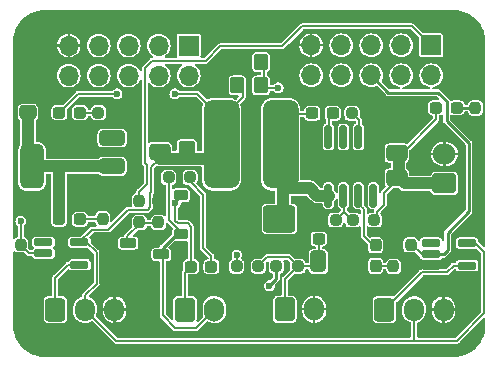
<source format=gbr>
%TF.GenerationSoftware,KiCad,Pcbnew,(7.0.0)*%
%TF.CreationDate,2023-08-10T18:16:06+02:00*%
%TF.ProjectId,SiboorVoronExt,5369626f-6f72-4566-9f72-6f6e4578742e,rev?*%
%TF.SameCoordinates,Original*%
%TF.FileFunction,Copper,L1,Top*%
%TF.FilePolarity,Positive*%
%FSLAX46Y46*%
G04 Gerber Fmt 4.6, Leading zero omitted, Abs format (unit mm)*
G04 Created by KiCad (PCBNEW (7.0.0)) date 2023-08-10 18:16:06*
%MOMM*%
%LPD*%
G01*
G04 APERTURE LIST*
G04 Aperture macros list*
%AMRoundRect*
0 Rectangle with rounded corners*
0 $1 Rounding radius*
0 $2 $3 $4 $5 $6 $7 $8 $9 X,Y pos of 4 corners*
0 Add a 4 corners polygon primitive as box body*
4,1,4,$2,$3,$4,$5,$6,$7,$8,$9,$2,$3,0*
0 Add four circle primitives for the rounded corners*
1,1,$1+$1,$2,$3*
1,1,$1+$1,$4,$5*
1,1,$1+$1,$6,$7*
1,1,$1+$1,$8,$9*
0 Add four rect primitives between the rounded corners*
20,1,$1+$1,$2,$3,$4,$5,0*
20,1,$1+$1,$4,$5,$6,$7,0*
20,1,$1+$1,$6,$7,$8,$9,0*
20,1,$1+$1,$8,$9,$2,$3,0*%
G04 Aperture macros list end*
%TA.AperFunction,SMDPad,CuDef*%
%ADD10RoundRect,0.250000X1.100000X0.900000X-1.100000X0.900000X-1.100000X-0.900000X1.100000X-0.900000X0*%
%TD*%
%TA.AperFunction,SMDPad,CuDef*%
%ADD11RoundRect,0.237500X-0.237500X0.250000X-0.237500X-0.250000X0.237500X-0.250000X0.237500X0.250000X0*%
%TD*%
%TA.AperFunction,SMDPad,CuDef*%
%ADD12RoundRect,0.237500X0.250000X0.237500X-0.250000X0.237500X-0.250000X-0.237500X0.250000X-0.237500X0*%
%TD*%
%TA.AperFunction,ComponentPad*%
%ADD13RoundRect,0.250000X-0.600000X-0.750000X0.600000X-0.750000X0.600000X0.750000X-0.600000X0.750000X0*%
%TD*%
%TA.AperFunction,ComponentPad*%
%ADD14O,1.700000X2.000000*%
%TD*%
%TA.AperFunction,ComponentPad*%
%ADD15R,1.700000X1.700000*%
%TD*%
%TA.AperFunction,ComponentPad*%
%ADD16O,1.700000X1.700000*%
%TD*%
%TA.AperFunction,SMDPad,CuDef*%
%ADD17RoundRect,0.250000X0.650000X-0.412500X0.650000X0.412500X-0.650000X0.412500X-0.650000X-0.412500X0*%
%TD*%
%TA.AperFunction,SMDPad,CuDef*%
%ADD18RoundRect,0.162500X-0.637500X-0.162500X0.637500X-0.162500X0.637500X0.162500X-0.637500X0.162500X0*%
%TD*%
%TA.AperFunction,SMDPad,CuDef*%
%ADD19RoundRect,0.237500X0.287500X0.237500X-0.287500X0.237500X-0.287500X-0.237500X0.287500X-0.237500X0*%
%TD*%
%TA.AperFunction,SMDPad,CuDef*%
%ADD20RoundRect,0.237500X-0.250000X-0.237500X0.250000X-0.237500X0.250000X0.237500X-0.250000X0.237500X0*%
%TD*%
%TA.AperFunction,SMDPad,CuDef*%
%ADD21RoundRect,0.237500X0.300000X0.237500X-0.300000X0.237500X-0.300000X-0.237500X0.300000X-0.237500X0*%
%TD*%
%TA.AperFunction,SMDPad,CuDef*%
%ADD22RoundRect,0.250000X-0.350000X-0.450000X0.350000X-0.450000X0.350000X0.450000X-0.350000X0.450000X0*%
%TD*%
%TA.AperFunction,SMDPad,CuDef*%
%ADD23RoundRect,0.237500X-0.237500X0.300000X-0.237500X-0.300000X0.237500X-0.300000X0.237500X0.300000X0*%
%TD*%
%TA.AperFunction,SMDPad,CuDef*%
%ADD24RoundRect,0.225000X-0.375000X0.225000X-0.375000X-0.225000X0.375000X-0.225000X0.375000X0.225000X0*%
%TD*%
%TA.AperFunction,SMDPad,CuDef*%
%ADD25RoundRect,0.237500X0.237500X-0.250000X0.237500X0.250000X-0.237500X0.250000X-0.237500X-0.250000X0*%
%TD*%
%TA.AperFunction,ComponentPad*%
%ADD26RoundRect,0.250000X-0.600000X-0.725000X0.600000X-0.725000X0.600000X0.725000X-0.600000X0.725000X0*%
%TD*%
%TA.AperFunction,ComponentPad*%
%ADD27O,1.700000X1.950000*%
%TD*%
%TA.AperFunction,SMDPad,CuDef*%
%ADD28RoundRect,0.325000X0.775000X0.325000X-0.775000X0.325000X-0.775000X-0.325000X0.775000X-0.325000X0*%
%TD*%
%TA.AperFunction,SMDPad,CuDef*%
%ADD29RoundRect,0.500000X0.500000X1.400000X-0.500000X1.400000X-0.500000X-1.400000X0.500000X-1.400000X0*%
%TD*%
%TA.AperFunction,SMDPad,CuDef*%
%ADD30RoundRect,0.250000X-0.412500X-0.650000X0.412500X-0.650000X0.412500X0.650000X-0.412500X0.650000X0*%
%TD*%
%TA.AperFunction,SMDPad,CuDef*%
%ADD31RoundRect,0.250000X-0.650000X0.412500X-0.650000X-0.412500X0.650000X-0.412500X0.650000X0.412500X0*%
%TD*%
%TA.AperFunction,SMDPad,CuDef*%
%ADD32RoundRect,0.250000X0.475000X-0.337500X0.475000X0.337500X-0.475000X0.337500X-0.475000X-0.337500X0*%
%TD*%
%TA.AperFunction,SMDPad,CuDef*%
%ADD33RoundRect,0.250000X0.350000X0.450000X-0.350000X0.450000X-0.350000X-0.450000X0.350000X-0.450000X0*%
%TD*%
%TA.AperFunction,SMDPad,CuDef*%
%ADD34RoundRect,0.750000X0.750000X3.000000X-0.750000X3.000000X-0.750000X-3.000000X0.750000X-3.000000X0*%
%TD*%
%TA.AperFunction,ComponentPad*%
%ADD35RoundRect,0.250000X0.750000X-0.600000X0.750000X0.600000X-0.750000X0.600000X-0.750000X-0.600000X0*%
%TD*%
%TA.AperFunction,ComponentPad*%
%ADD36O,2.000000X1.700000*%
%TD*%
%TA.AperFunction,SMDPad,CuDef*%
%ADD37RoundRect,0.200000X-0.500000X-0.200000X0.500000X-0.200000X0.500000X0.200000X-0.500000X0.200000X0*%
%TD*%
%TA.AperFunction,SMDPad,CuDef*%
%ADD38RoundRect,0.150000X0.150000X-0.825000X0.150000X0.825000X-0.150000X0.825000X-0.150000X-0.825000X0*%
%TD*%
%TA.AperFunction,ComponentPad*%
%ADD39C,0.700000*%
%TD*%
%TA.AperFunction,SMDPad,CuDef*%
%ADD40RoundRect,0.572500X0.927500X-0.572500X0.927500X0.572500X-0.927500X0.572500X-0.927500X-0.572500X0*%
%TD*%
%TA.AperFunction,SMDPad,CuDef*%
%ADD41RoundRect,0.250000X0.450000X-0.350000X0.450000X0.350000X-0.450000X0.350000X-0.450000X-0.350000X0*%
%TD*%
%TA.AperFunction,ViaPad*%
%ADD42C,0.600000*%
%TD*%
%TA.AperFunction,Conductor*%
%ADD43C,0.200000*%
%TD*%
%TA.AperFunction,Conductor*%
%ADD44C,1.000000*%
%TD*%
%TA.AperFunction,Conductor*%
%ADD45C,0.250000*%
%TD*%
G04 APERTURE END LIST*
D10*
%TO.P,D2,1,K*%
%TO.N,Net-(D2-K)*%
X22850000Y-18000000D03*
%TO.P,D2,2,A*%
%TO.N,GND*%
X18050000Y-18000000D03*
%TD*%
D11*
%TO.P,R8,1*%
%TO.N,GND*%
X12600000Y-16475000D03*
%TO.P,R8,2*%
%TO.N,Net-(Q1-G)*%
X12600000Y-18300000D03*
%TD*%
D12*
%TO.P,R11,1*%
%TO.N,Net-(TH1-Pin_1)*%
X21062500Y-22000000D03*
%TO.P,R11,2*%
%TO.N,+3.3V*%
X19237500Y-22000000D03*
%TD*%
D11*
%TO.P,R12,1*%
%TO.N,FAN_PWM*%
X11000000Y-16475000D03*
%TO.P,R12,2*%
%TO.N,Net-(Q1-G)*%
X11000000Y-18300000D03*
%TD*%
D13*
%TO.P,FAN1,1,Pin_1*%
%TO.N,+24V*%
X14850000Y-25675000D03*
D14*
%TO.P,FAN1,2,Pin_2*%
%TO.N,Net-(D1-A)*%
X17349999Y-25674999D03*
%TD*%
D15*
%TO.P,EXP1,1,Pin_1*%
%TO.N,unconnected-(EXP1-Pin_1-Pad1)*%
X15174999Y-3324999D03*
D16*
%TO.P,EXP1,2,Pin_2*%
%TO.N,unconnected-(EXP1-Pin_2-Pad2)*%
X15174999Y-5864999D03*
%TO.P,EXP1,3,Pin_3*%
%TO.N,unconnected-(EXP1-Pin_3-Pad3)*%
X12634999Y-3324999D03*
%TO.P,EXP1,4,Pin_4*%
%TO.N,unconnected-(EXP1-Pin_4-Pad4)*%
X12634999Y-5864999D03*
%TO.P,EXP1,5,Pin_5*%
%TO.N,RGB2*%
X10094999Y-3324999D03*
%TO.P,EXP1,6,Pin_6*%
%TO.N,unconnected-(EXP1-Pin_6-Pad6)*%
X10094999Y-5864999D03*
%TO.P,EXP1,7,Pin_7*%
%TO.N,unconnected-(EXP1-Pin_7-Pad7)*%
X7554999Y-3324999D03*
%TO.P,EXP1,8,Pin_8*%
%TO.N,unconnected-(EXP1-Pin_8-Pad8)*%
X7554999Y-5864999D03*
%TO.P,EXP1,9,Pin_9*%
%TO.N,GND*%
X5014999Y-3324999D03*
%TO.P,EXP1,10,Pin_10*%
%TO.N,+5V*%
X5014999Y-5864999D03*
%TD*%
D17*
%TO.P,C5,1*%
%TO.N,+24V*%
X32800000Y-12425000D03*
%TO.P,C5,2*%
%TO.N,GND*%
X32800000Y-9300000D03*
%TD*%
D18*
%TO.P,U1,1,NC*%
%TO.N,unconnected-(U1-NC-Pad1)*%
X35687000Y-20050000D03*
%TO.P,U1,2*%
%TO.N,RGB1*%
X35687000Y-21000000D03*
%TO.P,U1,3,GND*%
%TO.N,GND*%
X35687000Y-21950000D03*
%TO.P,U1,4*%
%TO.N,Net-(RGB1-Pin_1)*%
X38735000Y-21950000D03*
%TO.P,U1,5,VCC*%
%TO.N,+5V*%
X38735000Y-20050000D03*
%TD*%
D19*
%TO.P,D4,1,K*%
%TO.N,Net-(D4-K)*%
X37850000Y-8600000D03*
%TO.P,D4,2,A*%
%TO.N,+24V*%
X36100000Y-8600000D03*
%TD*%
D17*
%TO.P,C7,1*%
%TO.N,+5V*%
X12700000Y-12325000D03*
%TO.P,C7,2*%
%TO.N,GND*%
X12700000Y-9200000D03*
%TD*%
D20*
%TO.P,R13,1*%
%TO.N,Net-(D1-A)*%
X13462000Y-14478000D03*
%TO.P,R13,2*%
%TO.N,Net-(D3-K)*%
X15287000Y-14478000D03*
%TD*%
D15*
%TO.P,EXP2,1,Pin_1*%
%TO.N,FAN_PWM*%
X35699999Y-3299999D03*
D16*
%TO.P,EXP2,2,Pin_2*%
%TO.N,unconnected-(EXP2-Pin_2-Pad2)*%
X35699999Y-5839999D03*
%TO.P,EXP2,3,Pin_3*%
%TO.N,unconnected-(EXP2-Pin_3-Pad3)*%
X33159999Y-3299999D03*
%TO.P,EXP2,4,Pin_4*%
%TO.N,unconnected-(EXP2-Pin_4-Pad4)*%
X33159999Y-5839999D03*
%TO.P,EXP2,5,Pin_5*%
%TO.N,unconnected-(EXP2-Pin_5-Pad5)*%
X30619999Y-3299999D03*
%TO.P,EXP2,6,Pin_6*%
%TO.N,RGB1*%
X30619999Y-5839999D03*
%TO.P,EXP2,7,Pin_7*%
%TO.N,TH*%
X28079999Y-3299999D03*
%TO.P,EXP2,8,Pin_8*%
%TO.N,unconnected-(EXP2-Pin_8-Pad8)*%
X28079999Y-5839999D03*
%TO.P,EXP2,9,Pin_9*%
%TO.N,GND*%
X25539999Y-3299999D03*
%TO.P,EXP2,10,Pin_10*%
%TO.N,unconnected-(EXP2-Pin_10-Pad10)*%
X25539999Y-5839999D03*
%TD*%
D21*
%TO.P,C3,1*%
%TO.N,Net-(U3-BST)*%
X27362500Y-9050000D03*
%TO.P,C3,2*%
%TO.N,Net-(D2-K)*%
X25637500Y-9050000D03*
%TD*%
D22*
%TO.P,R6,1*%
%TO.N,GND*%
X19300000Y-4700000D03*
%TO.P,R6,2*%
%TO.N,Net-(U3-FB)*%
X21300000Y-4700000D03*
%TD*%
D19*
%TO.P,D6,1,K*%
%TO.N,Net-(D6-K)*%
X5950000Y-18025000D03*
%TO.P,D6,2,A*%
%TO.N,+3.3V*%
X4200000Y-18025000D03*
%TD*%
D23*
%TO.P,C4,1*%
%TO.N,Net-(U3-COMP)*%
X31000000Y-20237500D03*
%TO.P,C4,2*%
%TO.N,Net-(C4-Pad2)*%
X31000000Y-21962500D03*
%TD*%
D24*
%TO.P,D1,1,K*%
%TO.N,+24V*%
X14500000Y-16004000D03*
%TO.P,D1,2,A*%
%TO.N,Net-(D1-A)*%
X14500000Y-19304000D03*
%TD*%
D25*
%TO.P,R9,1*%
%TO.N,GND*%
X33976000Y-22025000D03*
%TO.P,R9,2*%
%TO.N,RGB1*%
X33976000Y-20200000D03*
%TD*%
%TO.P,R16,1*%
%TO.N,GND*%
X7900000Y-19800000D03*
%TO.P,R16,2*%
%TO.N,Net-(D6-K)*%
X7900000Y-17975000D03*
%TD*%
D26*
%TO.P,RGB2,1,Pin_1*%
%TO.N,Net-(RGB2-Pin_1)*%
X3886400Y-25675000D03*
D27*
%TO.P,RGB2,2,Pin_2*%
%TO.N,+5V*%
X6386399Y-25674999D03*
%TO.P,RGB2,3,Pin_3*%
%TO.N,GND*%
X8886399Y-25674999D03*
%TD*%
D20*
%TO.P,R4,1*%
%TO.N,GND*%
X25787500Y-18100000D03*
%TO.P,R4,2*%
%TO.N,Net-(U3-EN)*%
X27612500Y-18100000D03*
%TD*%
D12*
%TO.P,R15,1*%
%TO.N,GND*%
X9350000Y-9000000D03*
%TO.P,R15,2*%
%TO.N,Net-(D5-K)*%
X7525000Y-9000000D03*
%TD*%
D21*
%TO.P,C1,1*%
%TO.N,GND*%
X27900000Y-19700000D03*
%TO.P,C1,2*%
%TO.N,Net-(TH1-Pin_1)*%
X26175000Y-19700000D03*
%TD*%
D19*
%TO.P,D3,1,K*%
%TO.N,Net-(D3-K)*%
X17100000Y-22050000D03*
%TO.P,D3,2,A*%
%TO.N,+24V*%
X15350000Y-22050000D03*
%TD*%
D28*
%TO.P,U4,1,GND*%
%TO.N,GND*%
X8700000Y-15850000D03*
%TO.P,U4,2,VO*%
%TO.N,+3.3V*%
X8700000Y-13550000D03*
D29*
X1900000Y-13550000D03*
D28*
%TO.P,U4,3,VI*%
%TO.N,+5V*%
X8700000Y-11150000D03*
%TD*%
D30*
%TO.P,C2,1*%
%TO.N,Net-(TH1-Pin_1)*%
X26137500Y-21600000D03*
%TO.P,C2,2*%
%TO.N,GND*%
X29262500Y-21600000D03*
%TD*%
D18*
%TO.P,U2,1,NC*%
%TO.N,unconnected-(U2-NC-Pad1)*%
X2876000Y-19975000D03*
%TO.P,U2,2*%
%TO.N,RGB2*%
X2876000Y-20925000D03*
%TO.P,U2,3,GND*%
%TO.N,GND*%
X2876000Y-21875000D03*
%TO.P,U2,4*%
%TO.N,Net-(RGB2-Pin_1)*%
X5924000Y-21875000D03*
%TO.P,U2,5,VCC*%
%TO.N,+5V*%
X5924000Y-19975000D03*
%TD*%
D31*
%TO.P,C6,1*%
%TO.N,+24V*%
X32800000Y-14537500D03*
%TO.P,C6,2*%
%TO.N,GND*%
X32800000Y-17662500D03*
%TD*%
D32*
%TO.P,C9,1*%
%TO.N,+3.3V*%
X1561600Y-8986600D03*
%TO.P,C9,2*%
%TO.N,GND*%
X1561600Y-6911600D03*
%TD*%
D20*
%TO.P,R1,1*%
%TO.N,TH*%
X22587500Y-22000000D03*
%TO.P,R1,2*%
%TO.N,Net-(TH1-Pin_1)*%
X24412500Y-22000000D03*
%TD*%
D19*
%TO.P,D5,1,K*%
%TO.N,Net-(D5-K)*%
X5975000Y-9000000D03*
%TO.P,D5,2,A*%
%TO.N,+5V*%
X4225000Y-9000000D03*
%TD*%
D11*
%TO.P,R14,1*%
%TO.N,GND*%
X39450000Y-6787500D03*
%TO.P,R14,2*%
%TO.N,Net-(D4-K)*%
X39450000Y-8612500D03*
%TD*%
D26*
%TO.P,RGB1,1,Pin_1*%
%TO.N,Net-(RGB1-Pin_1)*%
X31746400Y-25675000D03*
D27*
%TO.P,RGB1,2,Pin_2*%
%TO.N,+5V*%
X34246399Y-25674999D03*
%TO.P,RGB1,3,Pin_3*%
%TO.N,GND*%
X36746399Y-25674999D03*
%TD*%
D33*
%TO.P,R7,1*%
%TO.N,Net-(U3-FB)*%
X21300000Y-6700000D03*
%TO.P,R7,2*%
%TO.N,+5V*%
X19300000Y-6700000D03*
%TD*%
D34*
%TO.P,L2,1*%
%TO.N,Net-(D2-K)*%
X22950000Y-11700000D03*
%TO.P,L2,2*%
%TO.N,+5V*%
X17950000Y-11700000D03*
%TD*%
D35*
%TO.P,24V1,1,Pin_1*%
%TO.N,+24V*%
X36825000Y-15000000D03*
D36*
%TO.P,24V1,2,Pin_2*%
%TO.N,GND*%
X36824999Y-12499999D03*
%TD*%
D25*
%TO.P,R10,1*%
%TO.N,GND*%
X950000Y-22025000D03*
%TO.P,R10,2*%
%TO.N,RGB2*%
X950000Y-20200000D03*
%TD*%
D37*
%TO.P,Q1,1,G*%
%TO.N,Net-(Q1-G)*%
X10062000Y-20050000D03*
%TO.P,Q1,2,S*%
%TO.N,GND*%
X10062000Y-21950000D03*
%TO.P,Q1,3,D*%
%TO.N,Net-(D1-A)*%
X12862000Y-21000000D03*
%TD*%
D12*
%TO.P,R2,1*%
%TO.N,GND*%
X30825000Y-9050000D03*
%TO.P,R2,2*%
%TO.N,Net-(U3-FREQ)*%
X29000000Y-9050000D03*
%TD*%
D38*
%TO.P,U3,1,SW*%
%TO.N,Net-(D2-K)*%
X26995000Y-16025000D03*
%TO.P,U3,2,EN*%
%TO.N,Net-(U3-EN)*%
X28265000Y-16025000D03*
%TO.P,U3,3,COMP*%
%TO.N,Net-(U3-COMP)*%
X29535000Y-16025000D03*
%TO.P,U3,4,FB*%
%TO.N,Net-(U3-FB)*%
X30805000Y-16025000D03*
%TO.P,U3,5,GND*%
%TO.N,GND*%
X30805000Y-11075000D03*
%TO.P,U3,6,FREQ*%
%TO.N,Net-(U3-FREQ)*%
X29535000Y-11075000D03*
%TO.P,U3,7,VIN*%
%TO.N,+24V*%
X28265000Y-11075000D03*
%TO.P,U3,8,BST*%
%TO.N,Net-(U3-BST)*%
X26995000Y-11075000D03*
D39*
%TO.P,U3,9,EP*%
%TO.N,GND*%
X27900000Y-14200000D03*
X28900000Y-14200000D03*
X29900000Y-14200000D03*
D40*
X28900000Y-13550000D03*
D39*
X27900000Y-12900000D03*
X28900000Y-12900000D03*
X29900000Y-12900000D03*
%TD*%
D20*
%TO.P,R3,1*%
%TO.N,Net-(U3-EN)*%
X29075000Y-18100000D03*
%TO.P,R3,2*%
%TO.N,+24V*%
X30900000Y-18100000D03*
%TD*%
D13*
%TO.P,TH1,1,Pin_1*%
%TO.N,Net-(TH1-Pin_1)*%
X23300000Y-25650000D03*
D14*
%TO.P,TH1,2,Pin_2*%
%TO.N,GND*%
X25799999Y-25649999D03*
%TD*%
D11*
%TO.P,R5,1*%
%TO.N,GND*%
X32500000Y-20187500D03*
%TO.P,R5,2*%
%TO.N,Net-(C4-Pad2)*%
X32500000Y-22012500D03*
%TD*%
D41*
%TO.P,C8,1*%
%TO.N,+5V*%
X15000000Y-12000000D03*
%TO.P,C8,2*%
%TO.N,GND*%
X15000000Y-10000000D03*
%TD*%
D42*
%TO.N,GND*%
X32700000Y-19100000D03*
X6135944Y-15513828D03*
X18100000Y-6200000D03*
X12000000Y-8100000D03*
X2550000Y-750000D03*
X38800000Y-10100000D03*
X20400000Y-16300000D03*
X3350000Y-29350000D03*
X650000Y-2900000D03*
X34400000Y-13700000D03*
X24400000Y-20150000D03*
X13900000Y-22100000D03*
X38989000Y-18669000D03*
X20350000Y-650000D03*
X2400000Y-16650000D03*
X21000000Y-27450000D03*
X38431498Y-29219390D03*
X11600000Y-29400000D03*
X20500000Y-8900000D03*
X12700000Y-15700000D03*
X10300000Y-14700000D03*
X39900000Y-27400000D03*
X33600000Y-18050000D03*
X7922041Y-22020325D03*
X700000Y-25600000D03*
X19350000Y-24950000D03*
X15200000Y-8200000D03*
X28700000Y-750000D03*
X13900000Y-5200000D03*
X26800000Y-7300000D03*
X4350000Y-12000000D03*
X27750000Y-29400000D03*
X39800000Y-4850000D03*
X36600000Y-750000D03*
X23300000Y-5700000D03*
X11600000Y-27150000D03*
X34300000Y-8900000D03*
X10655864Y-23715295D03*
X13400000Y-8100000D03*
X12200000Y-19700000D03*
X30050000Y-7500000D03*
X17526000Y-20193000D03*
X600000Y-5200000D03*
X25500000Y-11250000D03*
X20643428Y-20070198D03*
X13800000Y-23900000D03*
X10500000Y-9150000D03*
X10250000Y-700000D03*
X36750000Y-17550000D03*
%TO.N,+24V*%
X28300000Y-11050000D03*
X28300000Y-11700000D03*
X28300000Y-10400000D03*
X14049500Y-16637000D03*
%TO.N,+5V*%
X14000000Y-7400000D03*
X14800000Y-12900000D03*
X9300000Y-11300000D03*
X13400000Y-12900000D03*
X14100000Y-12900000D03*
X12700000Y-12900000D03*
X8650000Y-11300000D03*
X9100000Y-7400000D03*
X8000000Y-11300000D03*
%TO.N,+3.3V*%
X19250000Y-21050000D03*
X4200000Y-18025000D03*
%TO.N,RGB2*%
X950000Y-18200000D03*
%TO.N,TH*%
X22000000Y-23650000D03*
%TO.N,Net-(U3-FB)*%
X22750000Y-6900000D03*
X30805000Y-16025000D03*
%TD*%
D43*
%TO.N,+24V*%
X14850000Y-25675000D02*
X14850000Y-22550000D01*
X14049500Y-18141026D02*
X14294974Y-18386500D01*
X14049500Y-16637000D02*
X14677600Y-16008900D01*
X14677600Y-16008900D02*
X14677600Y-15786500D01*
X32950000Y-12725000D02*
X36100000Y-9575000D01*
X31678100Y-15833500D02*
X31678100Y-16821900D01*
X15350000Y-18664749D02*
X15350000Y-22050000D01*
X32950000Y-14561600D02*
X31678100Y-15833500D01*
X36100000Y-9575000D02*
X36100000Y-8600000D01*
X31678100Y-16821900D02*
X31100000Y-17400000D01*
X28315000Y-10415000D02*
X28300000Y-10400000D01*
X28315000Y-11075000D02*
X28315000Y-10415000D01*
D44*
X36825000Y-15000000D02*
X33450000Y-15000000D01*
D43*
X31100000Y-17400000D02*
X31100000Y-18100000D01*
X14049500Y-16637000D02*
X14049500Y-18141026D01*
X14294974Y-18386500D02*
X15071751Y-18386500D01*
D44*
X32950000Y-14561600D02*
X32950000Y-12725000D01*
X33450000Y-15000000D02*
X32950000Y-14500000D01*
D43*
X15071751Y-18386500D02*
X15350000Y-18664749D01*
X14850000Y-22550000D02*
X15350000Y-22050000D01*
%TO.N,Net-(TH1-Pin_1)*%
X24412500Y-22000000D02*
X25737500Y-22000000D01*
X23300000Y-23112500D02*
X24412500Y-22000000D01*
X23637500Y-21225000D02*
X24412500Y-22000000D01*
X26175000Y-21562500D02*
X26137500Y-21600000D01*
X21837500Y-21225000D02*
X23637500Y-21225000D01*
X26175000Y-19700000D02*
X26175000Y-21562500D01*
X23300000Y-25650000D02*
X23300000Y-23112500D01*
X21062500Y-22000000D02*
X21837500Y-21225000D01*
X25737500Y-22000000D02*
X26137500Y-21600000D01*
%TO.N,Net-(U3-BST)*%
X27045000Y-9367500D02*
X27362500Y-9050000D01*
X27045000Y-11075000D02*
X27045000Y-9367500D01*
%TO.N,Net-(D2-K)*%
X24400000Y-9050000D02*
X22950000Y-10500000D01*
X24200000Y-9100000D02*
X25587500Y-9100000D01*
D44*
X23150000Y-15700000D02*
X23150000Y-11900000D01*
X27045000Y-16025000D02*
X26075000Y-16025000D01*
X25450000Y-15400000D02*
X23450000Y-15400000D01*
D43*
X22950000Y-10350000D02*
X24200000Y-9100000D01*
X22950000Y-10500000D02*
X22950000Y-11700000D01*
D44*
X23150000Y-18000000D02*
X23150000Y-15700000D01*
D43*
X22950000Y-11700000D02*
X22950000Y-10350000D01*
D44*
X23150000Y-11900000D02*
X22950000Y-11700000D01*
D43*
X25587500Y-9100000D02*
X25637500Y-9050000D01*
D44*
X26075000Y-16025000D02*
X25450000Y-15400000D01*
X23450000Y-15400000D02*
X23150000Y-15700000D01*
D43*
%TO.N,Net-(U3-COMP)*%
X29585000Y-16025000D02*
X29585000Y-16785000D01*
X30000000Y-19450800D02*
X30800000Y-20250800D01*
X30000000Y-17200000D02*
X30000000Y-19450800D01*
X29585000Y-16785000D02*
X30000000Y-17200000D01*
%TO.N,Net-(C4-Pad2)*%
X30800000Y-21975800D02*
X32363300Y-21975800D01*
X32363300Y-21975800D02*
X32400000Y-22012500D01*
%TO.N,+5V*%
X6386400Y-24474600D02*
X7366000Y-23495000D01*
X6513000Y-19975000D02*
X5924000Y-19975000D01*
X5349500Y-19975000D02*
X5924000Y-19975000D01*
X40200000Y-20800000D02*
X39450000Y-20050000D01*
X34246400Y-28216600D02*
X34163000Y-28300000D01*
X11875000Y-17025000D02*
X11687500Y-17212500D01*
X11875000Y-15825000D02*
X11875000Y-17025000D01*
X17950000Y-9450000D02*
X17950000Y-11700000D01*
X21250000Y-28300000D02*
X34163000Y-28300000D01*
X40200000Y-26000000D02*
X40200000Y-20800000D01*
X12000000Y-13600000D02*
X12000000Y-15700000D01*
X9100000Y-28300000D02*
X9011400Y-28300000D01*
X9011400Y-28300000D02*
X6386400Y-25675000D01*
X34246400Y-25675000D02*
X34246400Y-28216600D01*
X8800000Y-7400000D02*
X8997640Y-7400000D01*
X12000000Y-15700000D02*
X11875000Y-15825000D01*
X10037500Y-17212500D02*
X8350000Y-18900000D01*
X4225000Y-9000000D02*
X5825000Y-7400000D01*
X15900000Y-7400000D02*
X17950000Y-9450000D01*
X5825000Y-7400000D02*
X8800000Y-7400000D01*
X6386400Y-25675000D02*
X6386400Y-24474600D01*
X6999000Y-18900000D02*
X5924000Y-19975000D01*
X19737500Y-7712500D02*
X19737500Y-6900000D01*
X17950000Y-11700000D02*
X17950000Y-9500000D01*
X39450000Y-20050000D02*
X38850000Y-20050000D01*
D44*
X12700000Y-12900000D02*
X16750000Y-12900000D01*
D43*
X5924000Y-19975000D02*
X6525000Y-19975000D01*
X8997640Y-7400000D02*
X9100000Y-7400000D01*
D44*
X16750000Y-12900000D02*
X17950000Y-11700000D01*
D43*
X12700000Y-12900000D02*
X12000000Y-13600000D01*
X12900000Y-13100000D02*
X12700000Y-12900000D01*
X14000000Y-7400000D02*
X15900000Y-7400000D01*
X14200000Y-28300000D02*
X21250000Y-28300000D01*
X7366000Y-23495000D02*
X7366000Y-20828000D01*
X7366000Y-20828000D02*
X6513000Y-19975000D01*
X13250000Y-13100000D02*
X12900000Y-13100000D01*
X34163000Y-28300000D02*
X37900000Y-28300000D01*
X8350000Y-18900000D02*
X6999000Y-18900000D01*
X9100000Y-28300000D02*
X21250000Y-28300000D01*
X37900000Y-28300000D02*
X40200000Y-26000000D01*
X39476000Y-20050000D02*
X38850000Y-20050000D01*
X14200000Y-28300000D02*
X9100000Y-28300000D01*
X17950000Y-9500000D02*
X19737500Y-7712500D01*
X11687500Y-17212500D02*
X10037500Y-17212500D01*
D44*
%TO.N,+3.3V*%
X4350000Y-13550000D02*
X1744000Y-13550000D01*
X4200000Y-13700000D02*
X4350000Y-13550000D01*
D43*
X19250000Y-21987500D02*
X19250000Y-21050000D01*
X19237500Y-22000000D02*
X19250000Y-21987500D01*
D44*
X4200000Y-18025000D02*
X4200000Y-13700000D01*
X1561600Y-8986600D02*
X1561600Y-13367600D01*
X1561600Y-13367600D02*
X1744000Y-13550000D01*
X8856000Y-13550000D02*
X4350000Y-13550000D01*
D43*
%TO.N,Net-(D1-A)*%
X15775000Y-27250000D02*
X14050000Y-27250000D01*
X13600000Y-14300000D02*
X13500000Y-14400000D01*
X14050000Y-27250000D02*
X12962000Y-26162000D01*
X13500000Y-14400000D02*
X13500000Y-18086500D01*
X12962000Y-26162000D02*
X12962000Y-21177600D01*
D45*
X14314500Y-19086500D02*
X12962000Y-20439000D01*
D43*
X17350000Y-25675000D02*
X15775000Y-27250000D01*
X13500000Y-18086500D02*
X14500000Y-19086500D01*
D45*
X12962000Y-20439000D02*
X12962000Y-21177600D01*
X14500000Y-19086500D02*
X14314500Y-19086500D01*
D43*
%TO.N,Net-(D3-K)*%
X16383000Y-15958000D02*
X15325000Y-14900000D01*
X17100000Y-21164000D02*
X16383000Y-20447000D01*
X16383000Y-20447000D02*
X16383000Y-15958000D01*
X17100000Y-22050000D02*
X17100000Y-21164000D01*
X15325000Y-14900000D02*
X15325000Y-14400000D01*
X15325000Y-14400000D02*
X15425000Y-14300000D01*
D45*
%TO.N,Net-(D4-K)*%
X39450000Y-8612500D02*
X37862500Y-8612500D01*
X37862500Y-8612500D02*
X37850000Y-8600000D01*
D43*
%TO.N,Net-(D5-K)*%
X5975000Y-9000000D02*
X7525000Y-9000000D01*
%TO.N,Net-(D6-K)*%
X7850000Y-18025000D02*
X7900000Y-17975000D01*
X5950000Y-18025000D02*
X7850000Y-18025000D01*
%TO.N,RGB2*%
X950000Y-20200000D02*
X950000Y-18200000D01*
X2876000Y-20925000D02*
X1675000Y-20925000D01*
X1675000Y-20925000D02*
X950000Y-20200000D01*
%TO.N,FAN_PWM*%
X17800000Y-3400000D02*
X23075000Y-3400000D01*
X11450000Y-5233654D02*
X12083654Y-4600000D01*
X12083654Y-4600000D02*
X16600000Y-4600000D01*
X24775000Y-1700000D02*
X34100000Y-1700000D01*
X11450000Y-13255026D02*
X11450000Y-5233654D01*
X11000000Y-16205026D02*
X11000000Y-15683513D01*
X11000000Y-15683513D02*
X11650000Y-15033513D01*
X11650000Y-15033513D02*
X11650000Y-13455026D01*
X11650000Y-13455026D02*
X11450000Y-13255026D01*
X34100000Y-1700000D02*
X35700000Y-3300000D01*
X16600000Y-4600000D02*
X17800000Y-3400000D01*
X23075000Y-3400000D02*
X24775000Y-1700000D01*
D45*
%TO.N,RGB1*%
X38900000Y-11600000D02*
X37000000Y-9700000D01*
X35802000Y-21000000D02*
X36750000Y-21000000D01*
X36250000Y-7300000D02*
X32080000Y-7300000D01*
D43*
X35802000Y-21000000D02*
X34888500Y-21000000D01*
D45*
X37084000Y-19166000D02*
X38900000Y-17350000D01*
X37084000Y-20666000D02*
X37084000Y-19166000D01*
X37000000Y-8050000D02*
X36250000Y-7300000D01*
X38900000Y-17350000D02*
X38900000Y-11600000D01*
X37000000Y-9700000D02*
X37000000Y-8050000D01*
X32080000Y-7300000D02*
X30620000Y-5840000D01*
X36750000Y-21000000D02*
X37084000Y-20666000D01*
D43*
X34888500Y-21000000D02*
X33976000Y-20087500D01*
D45*
%TO.N,TH*%
X22587500Y-22000000D02*
X22587500Y-23062500D01*
X22587500Y-23062500D02*
X22000000Y-23650000D01*
D43*
%TO.N,Net-(Q1-G)*%
X9962000Y-19488000D02*
X11125000Y-18325000D01*
X11125000Y-18325000D02*
X11300000Y-18325000D01*
X12925600Y-18325000D02*
X11300000Y-18325000D01*
X9962000Y-20227600D02*
X9962000Y-19488000D01*
%TO.N,Net-(U3-FREQ)*%
X29585000Y-11075000D02*
X29585000Y-9635000D01*
X29585000Y-9635000D02*
X29000000Y-9050000D01*
%TO.N,Net-(U3-EN)*%
X28315000Y-17397500D02*
X27612500Y-18100000D01*
X28315000Y-16025000D02*
X28315000Y-17397500D01*
X28315000Y-17415000D02*
X29000000Y-18100000D01*
X28315000Y-17397500D02*
X28315000Y-17415000D01*
%TO.N,Net-(U3-FB)*%
X21550000Y-6887500D02*
X21562500Y-6900000D01*
X21562500Y-6900000D02*
X22750000Y-6900000D01*
X21550000Y-5400000D02*
X21550000Y-6887500D01*
%TO.N,Net-(RGB1-Pin_1)*%
X34896400Y-22525000D02*
X37025000Y-22525000D01*
X37025000Y-22525000D02*
X37600000Y-21950000D01*
X37600000Y-21950000D02*
X38850000Y-21950000D01*
X31746400Y-25675000D02*
X34896400Y-22525000D01*
%TO.N,Net-(RGB2-Pin_1)*%
X4978500Y-21875000D02*
X3886400Y-22967100D01*
X3886400Y-22967100D02*
X3886400Y-25675000D01*
X5924000Y-21875000D02*
X4978500Y-21875000D01*
%TD*%
%TA.AperFunction,Conductor*%
%TO.N,GND*%
G36*
X13999529Y-19885630D02*
G01*
X14016375Y-19893866D01*
X14089364Y-19904500D01*
X14907058Y-19904500D01*
X14910636Y-19904500D01*
X14983625Y-19893866D01*
X14984022Y-19896594D01*
X15032000Y-19897173D01*
X15080872Y-19933224D01*
X15099500Y-19991028D01*
X15099500Y-21329251D01*
X15088710Y-21374196D01*
X15058690Y-21409344D01*
X15015986Y-21427032D01*
X14948800Y-21437672D01*
X14948796Y-21437673D01*
X14941107Y-21438891D01*
X14934172Y-21442424D01*
X14934167Y-21442426D01*
X14838536Y-21491153D01*
X14838534Y-21491154D01*
X14831597Y-21494689D01*
X14826093Y-21500192D01*
X14826090Y-21500195D01*
X14750195Y-21576090D01*
X14750192Y-21576093D01*
X14744689Y-21581597D01*
X14741154Y-21588534D01*
X14741153Y-21588536D01*
X14692427Y-21684166D01*
X14692427Y-21684167D01*
X14688891Y-21691107D01*
X14687672Y-21698798D01*
X14687672Y-21698801D01*
X14675109Y-21778119D01*
X14674500Y-21781967D01*
X14674500Y-21785858D01*
X14674500Y-21785859D01*
X14674500Y-22314146D01*
X14674500Y-22314158D01*
X14674501Y-22318032D01*
X14675108Y-22321864D01*
X14675160Y-22322525D01*
X14672257Y-22355286D01*
X14658782Y-22385287D01*
X14635925Y-22419497D01*
X14635923Y-22419500D01*
X14619452Y-22444149D01*
X14619450Y-22444153D01*
X14614034Y-22452259D01*
X14612132Y-22461820D01*
X14612131Y-22461823D01*
X14600877Y-22518403D01*
X14594592Y-22550000D01*
X14596494Y-22559562D01*
X14597598Y-22565112D01*
X14599500Y-22584426D01*
X14599500Y-24425501D01*
X14586237Y-24475001D01*
X14550000Y-24511238D01*
X14500500Y-24524501D01*
X14218482Y-24524501D01*
X14214640Y-24525109D01*
X14214633Y-24525110D01*
X14132389Y-24538135D01*
X14132385Y-24538136D01*
X14124696Y-24539354D01*
X14117760Y-24542887D01*
X14117757Y-24542889D01*
X14018597Y-24593414D01*
X14018595Y-24593415D01*
X14011658Y-24596950D01*
X14006154Y-24602453D01*
X14006151Y-24602456D01*
X13927456Y-24681151D01*
X13927453Y-24681154D01*
X13921950Y-24686658D01*
X13918415Y-24693595D01*
X13918414Y-24693597D01*
X13867890Y-24792755D01*
X13867888Y-24792758D01*
X13864354Y-24799696D01*
X13863135Y-24807387D01*
X13863135Y-24807390D01*
X13850109Y-24889633D01*
X13849500Y-24893481D01*
X13849500Y-24897373D01*
X13849500Y-24897374D01*
X13849500Y-26456232D01*
X13832815Y-26511233D01*
X13788386Y-26547696D01*
X13731186Y-26553330D01*
X13680496Y-26526236D01*
X13241496Y-26087236D01*
X13220036Y-26055118D01*
X13212500Y-26017232D01*
X13212500Y-21649500D01*
X13225763Y-21600000D01*
X13262000Y-21563763D01*
X13311500Y-21550500D01*
X13391682Y-21550500D01*
X13395260Y-21550500D01*
X13463393Y-21540573D01*
X13568483Y-21489198D01*
X13651198Y-21406483D01*
X13702573Y-21301393D01*
X13712500Y-21233260D01*
X13712500Y-20766740D01*
X13702573Y-20698607D01*
X13690236Y-20673372D01*
X13654800Y-20600885D01*
X13654799Y-20600884D01*
X13651198Y-20593517D01*
X13568483Y-20510802D01*
X13561116Y-20507200D01*
X13561114Y-20507199D01*
X13499168Y-20476916D01*
X13463283Y-20447155D01*
X13444998Y-20404270D01*
X13448368Y-20357772D01*
X13472644Y-20317972D01*
X13886046Y-19904569D01*
X13939755Y-19876922D01*
X13999529Y-19885630D01*
G37*
%TD.AperFunction*%
%TA.AperFunction,Conductor*%
G36*
X37602777Y-300655D02*
G01*
X37896701Y-317162D01*
X37907724Y-318404D01*
X38195224Y-367252D01*
X38206018Y-369715D01*
X38486251Y-450449D01*
X38496722Y-454113D01*
X38766132Y-565707D01*
X38766134Y-565708D01*
X38776136Y-570525D01*
X39031354Y-711578D01*
X39040755Y-717485D01*
X39278575Y-886228D01*
X39287254Y-893149D01*
X39317387Y-920077D01*
X39504697Y-1087467D01*
X39512532Y-1095302D01*
X39606053Y-1199952D01*
X39706850Y-1312745D01*
X39713771Y-1321424D01*
X39882514Y-1559244D01*
X39888421Y-1568645D01*
X40029474Y-1823863D01*
X40034291Y-1833865D01*
X40145884Y-2103273D01*
X40149551Y-2113752D01*
X40207098Y-2313499D01*
X40229505Y-2391278D01*
X40230280Y-2393966D01*
X40232750Y-2404790D01*
X40281594Y-2692270D01*
X40282837Y-2703302D01*
X40299344Y-2997222D01*
X40299500Y-3002773D01*
X40299500Y-20306232D01*
X40282815Y-20361233D01*
X40238386Y-20397696D01*
X40181186Y-20403330D01*
X40130496Y-20376236D01*
X39726225Y-19971965D01*
X39712721Y-19951754D01*
X39711965Y-19952259D01*
X39702181Y-19937615D01*
X39685499Y-19882618D01*
X39685499Y-19854064D01*
X39685499Y-19854061D01*
X39685499Y-19850822D01*
X39679499Y-19805240D01*
X39632850Y-19705201D01*
X39554799Y-19627150D01*
X39498311Y-19600809D01*
X39461628Y-19583703D01*
X39461624Y-19583701D01*
X39454760Y-19580501D01*
X39447252Y-19579512D01*
X39447247Y-19579511D01*
X39412392Y-19574923D01*
X39412391Y-19574922D01*
X39409179Y-19574500D01*
X39405938Y-19574500D01*
X38064064Y-19574500D01*
X38064048Y-19574500D01*
X38060822Y-19574501D01*
X38057611Y-19574923D01*
X38057605Y-19574924D01*
X38022752Y-19579512D01*
X38022750Y-19579512D01*
X38015240Y-19580501D01*
X38008375Y-19583701D01*
X38008372Y-19583703D01*
X37923051Y-19623489D01*
X37923048Y-19623490D01*
X37915201Y-19627150D01*
X37909081Y-19633269D01*
X37909078Y-19633272D01*
X37843272Y-19699078D01*
X37843269Y-19699081D01*
X37837150Y-19705201D01*
X37833490Y-19713048D01*
X37833489Y-19713051D01*
X37793703Y-19798371D01*
X37793701Y-19798377D01*
X37790501Y-19805240D01*
X37789512Y-19812745D01*
X37789511Y-19812752D01*
X37786303Y-19837125D01*
X37784500Y-19850821D01*
X37784500Y-19854060D01*
X37784500Y-19854061D01*
X37784500Y-20245935D01*
X37784500Y-20245950D01*
X37784501Y-20249178D01*
X37784923Y-20252389D01*
X37784924Y-20252394D01*
X37786304Y-20262875D01*
X37790501Y-20294760D01*
X37837150Y-20394799D01*
X37915201Y-20472850D01*
X38015240Y-20519499D01*
X38060821Y-20525500D01*
X39409178Y-20525499D01*
X39454760Y-20519499D01*
X39467276Y-20513662D01*
X39526306Y-20505889D01*
X39579121Y-20533381D01*
X39920504Y-20874764D01*
X39941964Y-20906882D01*
X39949500Y-20944768D01*
X39949500Y-25855232D01*
X39941964Y-25893118D01*
X39920504Y-25925236D01*
X37825236Y-28020504D01*
X37793118Y-28041964D01*
X37755232Y-28049500D01*
X34595900Y-28049500D01*
X34546400Y-28036237D01*
X34510163Y-28000000D01*
X34496900Y-27950500D01*
X34496900Y-26843044D01*
X34514645Y-26786488D01*
X34561515Y-26750206D01*
X34689287Y-26702886D01*
X34861971Y-26595252D01*
X35009453Y-26455059D01*
X35125695Y-26288049D01*
X35205940Y-26101058D01*
X35246900Y-25901741D01*
X35246900Y-25848201D01*
X35746400Y-25848201D01*
X35746654Y-25853210D01*
X35761310Y-25997338D01*
X35763322Y-26007129D01*
X35821200Y-26191601D01*
X35825139Y-26200780D01*
X35918966Y-26369822D01*
X35924674Y-26378024D01*
X36050610Y-26524722D01*
X36057850Y-26531604D01*
X36210736Y-26649946D01*
X36219215Y-26655231D01*
X36392800Y-26740379D01*
X36402158Y-26743844D01*
X36589330Y-26792307D01*
X36599207Y-26793820D01*
X36632960Y-26795532D01*
X36643512Y-26793177D01*
X36646400Y-26782754D01*
X36646400Y-26782034D01*
X36846400Y-26782034D01*
X36849544Y-26792683D01*
X36860547Y-26794179D01*
X36993387Y-26773828D01*
X37003045Y-26771328D01*
X37184357Y-26704178D01*
X37193327Y-26699778D01*
X37357403Y-26597508D01*
X37365300Y-26591395D01*
X37505430Y-26458192D01*
X37511940Y-26450609D01*
X37622385Y-26291929D01*
X37627237Y-26283188D01*
X37703478Y-26105524D01*
X37706472Y-26095982D01*
X37745388Y-25906613D01*
X37746400Y-25896666D01*
X37746400Y-25788033D01*
X37743645Y-25777754D01*
X37733367Y-25775000D01*
X36859433Y-25775000D01*
X36849154Y-25777754D01*
X36846400Y-25788033D01*
X36846400Y-26782034D01*
X36646400Y-26782034D01*
X36646400Y-25788033D01*
X36643645Y-25777754D01*
X36633367Y-25775000D01*
X35759433Y-25775000D01*
X35749154Y-25777754D01*
X35746400Y-25788033D01*
X35746400Y-25848201D01*
X35246900Y-25848201D01*
X35246900Y-25561967D01*
X35746400Y-25561967D01*
X35749154Y-25572245D01*
X35759433Y-25575000D01*
X36633367Y-25575000D01*
X36643645Y-25572245D01*
X36646400Y-25561967D01*
X36846400Y-25561967D01*
X36849154Y-25572245D01*
X36859433Y-25575000D01*
X37733367Y-25575000D01*
X37743645Y-25572245D01*
X37746400Y-25561967D01*
X37746400Y-25501799D01*
X37746145Y-25496789D01*
X37731489Y-25352661D01*
X37729477Y-25342870D01*
X37671599Y-25158398D01*
X37667660Y-25149219D01*
X37573833Y-24980177D01*
X37568125Y-24971975D01*
X37442189Y-24825277D01*
X37434949Y-24818395D01*
X37282063Y-24700053D01*
X37273584Y-24694768D01*
X37099999Y-24609620D01*
X37090641Y-24606155D01*
X36903469Y-24557692D01*
X36893592Y-24556179D01*
X36859839Y-24554467D01*
X36849287Y-24556822D01*
X36846400Y-24567246D01*
X36846400Y-25561967D01*
X36646400Y-25561967D01*
X36646400Y-24567966D01*
X36643255Y-24557316D01*
X36632252Y-24555820D01*
X36499412Y-24576171D01*
X36489754Y-24578671D01*
X36308442Y-24645821D01*
X36299472Y-24650221D01*
X36135396Y-24752491D01*
X36127499Y-24758604D01*
X35987369Y-24891807D01*
X35980859Y-24899390D01*
X35870414Y-25058070D01*
X35865562Y-25066811D01*
X35789321Y-25244475D01*
X35786327Y-25254017D01*
X35747411Y-25443386D01*
X35746400Y-25453334D01*
X35746400Y-25561967D01*
X35246900Y-25561967D01*
X35246900Y-25499258D01*
X35231474Y-25347562D01*
X35170559Y-25153412D01*
X35159340Y-25133200D01*
X35103632Y-25032832D01*
X35071809Y-24975498D01*
X35006472Y-24899390D01*
X34942534Y-24824911D01*
X34942530Y-24824907D01*
X34939266Y-24821105D01*
X34778358Y-24696552D01*
X34733651Y-24674622D01*
X34600174Y-24609148D01*
X34600167Y-24609145D01*
X34595671Y-24606940D01*
X34552727Y-24595821D01*
X34403545Y-24557195D01*
X34403541Y-24557194D01*
X34398685Y-24555937D01*
X34393675Y-24555682D01*
X34393669Y-24555682D01*
X34200480Y-24545885D01*
X34200476Y-24545885D01*
X34195464Y-24545631D01*
X34190506Y-24546390D01*
X34190496Y-24546391D01*
X33999295Y-24575683D01*
X33999292Y-24575683D01*
X33994329Y-24576444D01*
X33989626Y-24578185D01*
X33989621Y-24578187D01*
X33808221Y-24645370D01*
X33808218Y-24645371D01*
X33803513Y-24647114D01*
X33799258Y-24649765D01*
X33799250Y-24649770D01*
X33635088Y-24752093D01*
X33635085Y-24752094D01*
X33630829Y-24754748D01*
X33627192Y-24758205D01*
X33627191Y-24758206D01*
X33486987Y-24891480D01*
X33486982Y-24891484D01*
X33483347Y-24894941D01*
X33480481Y-24899057D01*
X33480478Y-24899062D01*
X33369971Y-25057832D01*
X33369967Y-25057838D01*
X33367105Y-25061951D01*
X33365127Y-25066559D01*
X33365127Y-25066560D01*
X33288839Y-25244329D01*
X33288837Y-25244334D01*
X33286860Y-25248942D01*
X33285851Y-25253851D01*
X33285849Y-25253858D01*
X33246909Y-25443347D01*
X33245900Y-25448259D01*
X33245900Y-25850742D01*
X33246153Y-25853239D01*
X33246154Y-25853240D01*
X33260817Y-25997439D01*
X33260818Y-25997445D01*
X33261326Y-26002438D01*
X33262828Y-26007225D01*
X33262829Y-26007230D01*
X33320676Y-26191601D01*
X33322241Y-26196588D01*
X33324674Y-26200972D01*
X33324677Y-26200978D01*
X33411043Y-26356579D01*
X33420991Y-26374502D01*
X33424261Y-26378311D01*
X33550265Y-26525088D01*
X33550269Y-26525091D01*
X33553534Y-26528895D01*
X33714442Y-26653448D01*
X33897129Y-26743060D01*
X33921713Y-26749425D01*
X33960107Y-26769069D01*
X33986506Y-26803173D01*
X33995900Y-26845265D01*
X33995900Y-27950500D01*
X33982637Y-28000000D01*
X33946400Y-28036237D01*
X33896900Y-28049500D01*
X21274674Y-28049500D01*
X9156169Y-28049500D01*
X9118283Y-28041964D01*
X9086165Y-28020504D01*
X7339541Y-26273881D01*
X7312327Y-26222574D01*
X7318568Y-26164839D01*
X7345940Y-26101058D01*
X7386900Y-25901741D01*
X7386900Y-25848201D01*
X7886400Y-25848201D01*
X7886654Y-25853210D01*
X7901310Y-25997338D01*
X7903322Y-26007129D01*
X7961200Y-26191601D01*
X7965139Y-26200780D01*
X8058966Y-26369822D01*
X8064674Y-26378024D01*
X8190610Y-26524722D01*
X8197850Y-26531604D01*
X8350736Y-26649946D01*
X8359215Y-26655231D01*
X8532800Y-26740379D01*
X8542158Y-26743844D01*
X8729330Y-26792307D01*
X8739207Y-26793820D01*
X8772960Y-26795532D01*
X8783512Y-26793177D01*
X8786400Y-26782754D01*
X8786400Y-26782034D01*
X8986400Y-26782034D01*
X8989544Y-26792683D01*
X9000547Y-26794179D01*
X9133387Y-26773828D01*
X9143045Y-26771328D01*
X9324357Y-26704178D01*
X9333327Y-26699778D01*
X9497403Y-26597508D01*
X9505300Y-26591395D01*
X9645430Y-26458192D01*
X9651940Y-26450609D01*
X9762385Y-26291929D01*
X9767237Y-26283188D01*
X9843478Y-26105524D01*
X9846472Y-26095982D01*
X9885388Y-25906613D01*
X9886400Y-25896666D01*
X9886400Y-25788033D01*
X9883645Y-25777754D01*
X9873367Y-25775000D01*
X8999433Y-25775000D01*
X8989154Y-25777754D01*
X8986400Y-25788033D01*
X8986400Y-26782034D01*
X8786400Y-26782034D01*
X8786400Y-25788033D01*
X8783645Y-25777754D01*
X8773367Y-25775000D01*
X7899433Y-25775000D01*
X7889154Y-25777754D01*
X7886400Y-25788033D01*
X7886400Y-25848201D01*
X7386900Y-25848201D01*
X7386900Y-25561967D01*
X7886400Y-25561967D01*
X7889154Y-25572245D01*
X7899433Y-25575000D01*
X8773367Y-25575000D01*
X8783645Y-25572245D01*
X8786400Y-25561967D01*
X8986400Y-25561967D01*
X8989154Y-25572245D01*
X8999433Y-25575000D01*
X9873367Y-25575000D01*
X9883645Y-25572245D01*
X9886400Y-25561967D01*
X9886400Y-25501799D01*
X9886145Y-25496789D01*
X9871489Y-25352661D01*
X9869477Y-25342870D01*
X9811599Y-25158398D01*
X9807660Y-25149219D01*
X9713833Y-24980177D01*
X9708125Y-24971975D01*
X9582189Y-24825277D01*
X9574949Y-24818395D01*
X9422063Y-24700053D01*
X9413584Y-24694768D01*
X9239999Y-24609620D01*
X9230641Y-24606155D01*
X9043469Y-24557692D01*
X9033592Y-24556179D01*
X8999839Y-24554467D01*
X8989287Y-24556822D01*
X8986400Y-24567246D01*
X8986400Y-25561967D01*
X8786400Y-25561967D01*
X8786400Y-24567966D01*
X8783255Y-24557316D01*
X8772252Y-24555820D01*
X8639412Y-24576171D01*
X8629754Y-24578671D01*
X8448442Y-24645821D01*
X8439472Y-24650221D01*
X8275396Y-24752491D01*
X8267499Y-24758604D01*
X8127369Y-24891807D01*
X8120859Y-24899390D01*
X8010414Y-25058070D01*
X8005562Y-25066811D01*
X7929321Y-25244475D01*
X7926327Y-25254017D01*
X7887411Y-25443386D01*
X7886400Y-25453334D01*
X7886400Y-25561967D01*
X7386900Y-25561967D01*
X7386900Y-25499258D01*
X7371474Y-25347562D01*
X7310559Y-25153412D01*
X7299340Y-25133200D01*
X7243632Y-25032832D01*
X7211809Y-24975498D01*
X7146472Y-24899390D01*
X7082534Y-24824911D01*
X7082530Y-24824907D01*
X7079266Y-24821105D01*
X6918358Y-24696552D01*
X6774541Y-24626006D01*
X6738718Y-24596225D01*
X6720481Y-24553355D01*
X6723872Y-24506890D01*
X6748136Y-24467123D01*
X7518794Y-23696465D01*
X7533790Y-23684159D01*
X7546601Y-23675601D01*
X7601966Y-23592740D01*
X7601965Y-23592740D01*
X7621409Y-23495000D01*
X7619506Y-23485432D01*
X7618403Y-23479884D01*
X7616500Y-23460569D01*
X7616500Y-20862426D01*
X7618402Y-20843112D01*
X7619506Y-20837562D01*
X7621408Y-20828000D01*
X7601966Y-20730259D01*
X7582057Y-20700463D01*
X7546601Y-20647399D01*
X7533785Y-20638835D01*
X7518787Y-20626527D01*
X7175520Y-20283260D01*
X9211500Y-20283260D01*
X9212014Y-20286792D01*
X9212015Y-20286797D01*
X9220318Y-20343788D01*
X9220319Y-20343793D01*
X9221427Y-20351393D01*
X9224800Y-20358294D01*
X9224802Y-20358298D01*
X9269199Y-20449114D01*
X9269200Y-20449116D01*
X9272802Y-20456483D01*
X9355517Y-20539198D01*
X9362884Y-20542799D01*
X9362885Y-20542800D01*
X9440779Y-20580880D01*
X9460607Y-20590573D01*
X9468210Y-20591680D01*
X9468211Y-20591681D01*
X9477107Y-20592977D01*
X9528740Y-20600500D01*
X10591682Y-20600500D01*
X10595260Y-20600500D01*
X10663393Y-20590573D01*
X10768483Y-20539198D01*
X10851198Y-20456483D01*
X10902573Y-20351393D01*
X10912500Y-20283260D01*
X10912500Y-19816740D01*
X10902573Y-19748607D01*
X10890236Y-19723372D01*
X10854800Y-19650885D01*
X10854799Y-19650884D01*
X10851198Y-19643517D01*
X10768483Y-19560802D01*
X10761116Y-19557200D01*
X10761114Y-19557199D01*
X10670298Y-19512802D01*
X10670294Y-19512800D01*
X10663393Y-19509427D01*
X10655793Y-19508319D01*
X10655788Y-19508318D01*
X10598797Y-19500015D01*
X10598792Y-19500014D01*
X10595260Y-19499500D01*
X10591682Y-19499500D01*
X10543768Y-19499500D01*
X10488767Y-19482816D01*
X10452304Y-19438386D01*
X10446670Y-19381186D01*
X10473764Y-19330497D01*
X10837264Y-18966996D01*
X10869382Y-18945535D01*
X10907268Y-18937999D01*
X11264138Y-18937999D01*
X11268032Y-18937999D01*
X11358893Y-18923609D01*
X11468403Y-18867811D01*
X11555311Y-18780903D01*
X11611109Y-18671393D01*
X11613070Y-18659010D01*
X11630759Y-18616308D01*
X11665906Y-18586290D01*
X11710851Y-18575500D01*
X11889149Y-18575500D01*
X11934093Y-18586290D01*
X11969241Y-18616308D01*
X11986929Y-18659009D01*
X11988891Y-18671393D01*
X11992424Y-18678328D01*
X11992426Y-18678332D01*
X12034183Y-18760285D01*
X12044689Y-18780903D01*
X12131597Y-18867811D01*
X12241107Y-18923609D01*
X12331967Y-18938000D01*
X12868032Y-18937999D01*
X12958893Y-18923609D01*
X13068403Y-18867811D01*
X13155311Y-18780903D01*
X13211109Y-18671393D01*
X13225500Y-18580533D01*
X13225499Y-18405265D01*
X13242183Y-18350266D01*
X13286613Y-18313803D01*
X13343813Y-18308169D01*
X13394503Y-18335263D01*
X13799281Y-18740041D01*
X13823346Y-18779191D01*
X13827143Y-18824988D01*
X13814046Y-18857237D01*
X13815174Y-18857789D01*
X13763509Y-18963469D01*
X13763507Y-18963475D01*
X13760134Y-18970375D01*
X13759026Y-18977973D01*
X13759025Y-18977980D01*
X13750015Y-19039825D01*
X13750014Y-19039833D01*
X13749500Y-19043364D01*
X13749500Y-19046942D01*
X13749500Y-19220876D01*
X13741964Y-19258762D01*
X13720503Y-19290880D01*
X12793267Y-20218114D01*
X12778271Y-20230422D01*
X12771485Y-20234956D01*
X12771480Y-20234960D01*
X12763376Y-20240376D01*
X12757960Y-20248480D01*
X12757958Y-20248483D01*
X12748007Y-20263376D01*
X12748006Y-20263378D01*
X12732913Y-20285966D01*
X12707901Y-20323398D01*
X12707899Y-20323401D01*
X12702485Y-20331505D01*
X12700583Y-20341064D01*
X12700582Y-20341069D01*
X12698954Y-20349259D01*
X12698952Y-20349260D01*
X12698953Y-20349261D01*
X12694864Y-20369816D01*
X12676308Y-20410768D01*
X12641553Y-20439291D01*
X12597767Y-20449500D01*
X12328740Y-20449500D01*
X12325208Y-20450014D01*
X12325202Y-20450015D01*
X12268211Y-20458318D01*
X12268204Y-20458320D01*
X12260607Y-20459427D01*
X12253707Y-20462800D01*
X12253701Y-20462802D01*
X12162885Y-20507199D01*
X12162880Y-20507202D01*
X12155517Y-20510802D01*
X12149721Y-20516597D01*
X12149718Y-20516600D01*
X12078600Y-20587718D01*
X12078597Y-20587721D01*
X12072802Y-20593517D01*
X12069202Y-20600880D01*
X12069199Y-20600885D01*
X12024802Y-20691701D01*
X12024800Y-20691707D01*
X12021427Y-20698607D01*
X12020320Y-20706204D01*
X12020318Y-20706211D01*
X12012146Y-20762304D01*
X12011500Y-20766740D01*
X12011500Y-21233260D01*
X12012014Y-21236792D01*
X12012015Y-21236797D01*
X12020318Y-21293788D01*
X12020319Y-21293793D01*
X12021427Y-21301393D01*
X12024800Y-21308294D01*
X12024802Y-21308298D01*
X12069199Y-21399114D01*
X12069200Y-21399116D01*
X12072802Y-21406483D01*
X12155517Y-21489198D01*
X12162884Y-21492799D01*
X12162885Y-21492800D01*
X12239390Y-21530201D01*
X12260607Y-21540573D01*
X12268210Y-21541680D01*
X12268211Y-21541681D01*
X12277107Y-21542977D01*
X12328740Y-21550500D01*
X12612500Y-21550500D01*
X12662000Y-21563763D01*
X12698237Y-21600000D01*
X12711500Y-21649500D01*
X12711500Y-26127574D01*
X12709598Y-26146887D01*
X12706592Y-26162000D01*
X12708494Y-26171562D01*
X12724131Y-26250178D01*
X12724132Y-26250181D01*
X12726034Y-26259741D01*
X12731449Y-26267845D01*
X12731450Y-26267847D01*
X12740441Y-26281302D01*
X12740442Y-26281304D01*
X12758573Y-26308439D01*
X12781399Y-26342601D01*
X12794211Y-26351161D01*
X12809212Y-26363472D01*
X13848527Y-27402787D01*
X13860835Y-27417785D01*
X13869399Y-27430601D01*
X13922463Y-27466057D01*
X13952259Y-27485966D01*
X14050000Y-27505408D01*
X14065112Y-27502401D01*
X14084426Y-27500500D01*
X15740574Y-27500500D01*
X15759887Y-27502401D01*
X15775000Y-27505408D01*
X15872741Y-27485966D01*
X15902536Y-27466057D01*
X15955601Y-27430601D01*
X15964161Y-27417787D01*
X15976467Y-27402791D01*
X16690576Y-26688682D01*
X16727769Y-26665283D01*
X16771428Y-26660284D01*
X16812949Y-26674675D01*
X16814072Y-26675375D01*
X16818042Y-26678448D01*
X16893719Y-26715569D01*
X16996225Y-26765851D01*
X16996227Y-26765851D01*
X17000729Y-26768060D01*
X17197715Y-26819063D01*
X17400936Y-26829369D01*
X17602071Y-26798556D01*
X17792887Y-26727886D01*
X17965571Y-26620252D01*
X18113053Y-26480059D01*
X18229295Y-26313049D01*
X18309540Y-26126058D01*
X18350500Y-25926741D01*
X18350500Y-25474258D01*
X18335074Y-25322562D01*
X18274159Y-25128412D01*
X18263050Y-25108398D01*
X18177846Y-24954889D01*
X18175409Y-24950498D01*
X18123158Y-24889633D01*
X18046134Y-24799911D01*
X18046130Y-24799907D01*
X18042866Y-24796105D01*
X17881958Y-24671552D01*
X17838472Y-24650221D01*
X17703774Y-24584148D01*
X17703767Y-24584145D01*
X17699271Y-24581940D01*
X17660687Y-24571950D01*
X17507145Y-24532195D01*
X17507141Y-24532194D01*
X17502285Y-24530937D01*
X17497275Y-24530682D01*
X17497269Y-24530682D01*
X17304080Y-24520885D01*
X17304076Y-24520885D01*
X17299064Y-24520631D01*
X17294106Y-24521390D01*
X17294096Y-24521391D01*
X17102895Y-24550683D01*
X17102892Y-24550683D01*
X17097929Y-24551444D01*
X17093226Y-24553185D01*
X17093221Y-24553187D01*
X16911821Y-24620370D01*
X16911818Y-24620371D01*
X16907113Y-24622114D01*
X16902858Y-24624765D01*
X16902850Y-24624770D01*
X16738688Y-24727093D01*
X16738685Y-24727094D01*
X16734429Y-24729748D01*
X16730792Y-24733205D01*
X16730791Y-24733206D01*
X16590587Y-24866480D01*
X16590582Y-24866484D01*
X16586947Y-24869941D01*
X16584081Y-24874057D01*
X16584078Y-24874062D01*
X16473571Y-25032832D01*
X16473567Y-25032838D01*
X16470705Y-25036951D01*
X16468727Y-25041559D01*
X16468727Y-25041560D01*
X16392439Y-25219329D01*
X16392437Y-25219334D01*
X16390460Y-25223942D01*
X16389451Y-25228851D01*
X16389449Y-25228858D01*
X16353595Y-25403331D01*
X16349500Y-25423259D01*
X16349500Y-25875742D01*
X16349753Y-25878239D01*
X16349754Y-25878240D01*
X16364417Y-26022439D01*
X16364418Y-26022445D01*
X16364926Y-26027438D01*
X16366428Y-26032225D01*
X16366429Y-26032230D01*
X16413452Y-26182101D01*
X16415138Y-26235337D01*
X16388996Y-26281742D01*
X15981781Y-26688957D01*
X15933372Y-26715569D01*
X15878240Y-26712100D01*
X15833550Y-26679629D01*
X15813216Y-26628267D01*
X15823568Y-26574007D01*
X15835646Y-26550304D01*
X15850500Y-26456519D01*
X15850499Y-24893482D01*
X15835646Y-24799696D01*
X15778050Y-24686658D01*
X15688342Y-24596950D01*
X15604965Y-24554467D01*
X15582244Y-24542890D01*
X15582243Y-24542889D01*
X15575304Y-24539354D01*
X15567610Y-24538135D01*
X15567609Y-24538135D01*
X15485365Y-24525109D01*
X15485363Y-24525108D01*
X15481519Y-24524500D01*
X15477626Y-24524500D01*
X15199500Y-24524500D01*
X15150000Y-24511237D01*
X15113763Y-24475000D01*
X15100500Y-24425500D01*
X15100500Y-22774500D01*
X15113763Y-22725000D01*
X15150000Y-22688764D01*
X15199500Y-22675500D01*
X15646548Y-22675499D01*
X15668032Y-22675499D01*
X15758893Y-22661109D01*
X15868403Y-22605311D01*
X15955311Y-22518403D01*
X16011109Y-22408893D01*
X16025500Y-22318033D01*
X16025499Y-21781968D01*
X16011109Y-21691107D01*
X15955311Y-21581597D01*
X15868403Y-21494689D01*
X15812678Y-21466296D01*
X15765833Y-21442427D01*
X15765832Y-21442426D01*
X15758893Y-21438891D01*
X15751199Y-21437672D01*
X15751198Y-21437672D01*
X15684013Y-21427031D01*
X15641309Y-21409343D01*
X15611290Y-21374195D01*
X15600500Y-21329250D01*
X15600500Y-18699180D01*
X15602403Y-18679865D01*
X15603506Y-18674316D01*
X15605409Y-18664749D01*
X15585966Y-18567009D01*
X15544578Y-18505066D01*
X15544577Y-18505064D01*
X15536020Y-18492258D01*
X15536019Y-18492257D01*
X15530601Y-18484148D01*
X15517785Y-18475584D01*
X15502788Y-18463276D01*
X15273226Y-18233715D01*
X15260911Y-18218709D01*
X15257770Y-18214008D01*
X15252352Y-18205899D01*
X15243523Y-18200000D01*
X15188236Y-18163059D01*
X15188235Y-18163058D01*
X15177601Y-18155952D01*
X15177599Y-18155951D01*
X15169492Y-18150534D01*
X15159928Y-18148631D01*
X15159927Y-18148631D01*
X15081313Y-18132994D01*
X15071751Y-18131092D01*
X15062189Y-18132994D01*
X15056639Y-18134098D01*
X15037325Y-18136000D01*
X14439742Y-18136000D01*
X14401857Y-18128464D01*
X14369739Y-18107004D01*
X14328997Y-18066263D01*
X14307536Y-18034145D01*
X14300000Y-17996259D01*
X14300000Y-17065583D01*
X14312112Y-17018134D01*
X14337493Y-16990875D01*
X14336242Y-16989432D01*
X14341594Y-16984793D01*
X14347549Y-16980967D01*
X14432382Y-16883063D01*
X14486197Y-16765226D01*
X14497097Y-16689410D01*
X14514446Y-16646075D01*
X14549724Y-16615505D01*
X14595089Y-16604500D01*
X14907058Y-16604500D01*
X14910636Y-16604500D01*
X14983625Y-16593866D01*
X15096211Y-16538826D01*
X15184826Y-16450211D01*
X15239866Y-16337625D01*
X15250500Y-16264636D01*
X15250500Y-15743364D01*
X15239866Y-15670375D01*
X15231322Y-15652899D01*
X15188428Y-15565157D01*
X15188427Y-15565156D01*
X15184826Y-15557789D01*
X15096211Y-15469174D01*
X15088844Y-15465572D01*
X15088842Y-15465571D01*
X14990530Y-15417509D01*
X14990526Y-15417507D01*
X14983625Y-15414134D01*
X14976024Y-15413026D01*
X14976019Y-15413025D01*
X14914174Y-15404015D01*
X14914167Y-15404014D01*
X14910636Y-15403500D01*
X14089364Y-15403500D01*
X14085833Y-15404014D01*
X14085825Y-15404015D01*
X14023980Y-15413025D01*
X14023973Y-15413026D01*
X14016375Y-15414134D01*
X14009475Y-15417507D01*
X14009469Y-15417509D01*
X13911158Y-15465571D01*
X13911155Y-15465572D01*
X13903789Y-15469174D01*
X13902982Y-15469980D01*
X13856653Y-15486691D01*
X13804189Y-15475972D01*
X13764982Y-15439502D01*
X13750500Y-15387950D01*
X13750500Y-15186688D01*
X13759059Y-15146420D01*
X13783258Y-15113115D01*
X13818910Y-15092532D01*
X13825690Y-15090328D01*
X13833393Y-15089109D01*
X13942903Y-15033311D01*
X14029811Y-14946403D01*
X14085609Y-14836893D01*
X14100000Y-14746033D01*
X14100000Y-14742149D01*
X14649000Y-14742149D01*
X14649001Y-14746032D01*
X14649609Y-14749874D01*
X14649610Y-14749880D01*
X14655109Y-14784603D01*
X14663391Y-14836893D01*
X14666924Y-14843828D01*
X14666926Y-14843832D01*
X14708683Y-14925785D01*
X14719189Y-14946403D01*
X14806097Y-15033311D01*
X14915607Y-15089109D01*
X15006467Y-15103500D01*
X15133231Y-15103499D01*
X15171116Y-15111035D01*
X15203235Y-15132495D01*
X16103504Y-16032764D01*
X16124964Y-16064882D01*
X16132500Y-16102768D01*
X16132500Y-20412574D01*
X16130598Y-20431887D01*
X16127592Y-20447000D01*
X16129494Y-20456562D01*
X16145131Y-20535178D01*
X16145132Y-20535181D01*
X16147034Y-20544741D01*
X16164843Y-20571393D01*
X16202399Y-20627601D01*
X16215211Y-20636161D01*
X16230212Y-20648472D01*
X16820504Y-21238764D01*
X16841964Y-21270882D01*
X16849500Y-21308768D01*
X16849500Y-21329251D01*
X16838710Y-21374196D01*
X16808690Y-21409344D01*
X16765986Y-21427032D01*
X16698800Y-21437672D01*
X16698796Y-21437673D01*
X16691107Y-21438891D01*
X16684172Y-21442424D01*
X16684167Y-21442426D01*
X16588536Y-21491153D01*
X16588534Y-21491154D01*
X16581597Y-21494689D01*
X16576093Y-21500192D01*
X16576090Y-21500195D01*
X16500195Y-21576090D01*
X16500192Y-21576093D01*
X16494689Y-21581597D01*
X16491154Y-21588534D01*
X16491153Y-21588536D01*
X16442427Y-21684166D01*
X16442427Y-21684167D01*
X16438891Y-21691107D01*
X16437672Y-21698798D01*
X16437672Y-21698801D01*
X16425109Y-21778119D01*
X16424500Y-21781967D01*
X16424500Y-21785858D01*
X16424500Y-21785859D01*
X16424500Y-22314137D01*
X16424501Y-22314146D01*
X16424501Y-22318032D01*
X16425109Y-22321874D01*
X16425110Y-22321880D01*
X16436030Y-22390833D01*
X16438891Y-22408893D01*
X16442424Y-22415828D01*
X16442426Y-22415832D01*
X16465860Y-22461823D01*
X16494689Y-22518403D01*
X16581597Y-22605311D01*
X16691107Y-22661109D01*
X16781967Y-22675500D01*
X17418032Y-22675499D01*
X17508893Y-22661109D01*
X17618403Y-22605311D01*
X17705311Y-22518403D01*
X17761109Y-22408893D01*
X17775500Y-22318033D01*
X17775500Y-22264149D01*
X18599500Y-22264149D01*
X18599501Y-22268032D01*
X18600109Y-22271874D01*
X18600110Y-22271880D01*
X18612561Y-22350500D01*
X18613891Y-22358893D01*
X18617424Y-22365828D01*
X18617426Y-22365832D01*
X18645275Y-22420488D01*
X18669689Y-22468403D01*
X18756597Y-22555311D01*
X18866107Y-22611109D01*
X18956967Y-22625500D01*
X19518032Y-22625499D01*
X19608893Y-22611109D01*
X19718403Y-22555311D01*
X19805311Y-22468403D01*
X19861109Y-22358893D01*
X19875500Y-22268033D01*
X19875500Y-22264149D01*
X20424500Y-22264149D01*
X20424501Y-22268032D01*
X20425109Y-22271874D01*
X20425110Y-22271880D01*
X20437561Y-22350500D01*
X20438891Y-22358893D01*
X20442424Y-22365828D01*
X20442426Y-22365832D01*
X20470275Y-22420488D01*
X20494689Y-22468403D01*
X20581597Y-22555311D01*
X20691107Y-22611109D01*
X20781967Y-22625500D01*
X21343032Y-22625499D01*
X21433893Y-22611109D01*
X21543403Y-22555311D01*
X21630311Y-22468403D01*
X21686109Y-22358893D01*
X21700500Y-22268033D01*
X21700499Y-21757266D01*
X21708035Y-21719381D01*
X21729492Y-21687266D01*
X21783869Y-21632890D01*
X21838382Y-21605115D01*
X21898813Y-21614686D01*
X21942078Y-21657949D01*
X21951652Y-21718380D01*
X21950108Y-21728125D01*
X21950107Y-21728131D01*
X21949500Y-21731967D01*
X21949500Y-21735858D01*
X21949500Y-21735859D01*
X21949500Y-22264137D01*
X21949500Y-22264149D01*
X21949501Y-22268032D01*
X21950109Y-22271874D01*
X21950110Y-22271880D01*
X21962561Y-22350500D01*
X21963891Y-22358893D01*
X21967424Y-22365828D01*
X21967426Y-22365832D01*
X21995275Y-22420488D01*
X22019689Y-22468403D01*
X22106597Y-22555311D01*
X22216107Y-22611109D01*
X22228489Y-22613070D01*
X22271192Y-22630759D01*
X22301210Y-22665906D01*
X22312000Y-22710851D01*
X22312000Y-22907376D01*
X22304464Y-22945262D01*
X22283004Y-22977380D01*
X22089880Y-23170504D01*
X22057762Y-23191964D01*
X22019876Y-23199500D01*
X21935228Y-23199500D01*
X21928437Y-23201493D01*
X21928436Y-23201494D01*
X21817724Y-23234001D01*
X21817721Y-23234002D01*
X21810931Y-23235996D01*
X21804978Y-23239821D01*
X21804973Y-23239824D01*
X21707908Y-23302204D01*
X21707904Y-23302206D01*
X21701951Y-23306033D01*
X21697319Y-23311378D01*
X21697315Y-23311382D01*
X21621752Y-23398588D01*
X21621749Y-23398591D01*
X21617118Y-23403937D01*
X21614179Y-23410372D01*
X21614176Y-23410377D01*
X21566246Y-23515328D01*
X21566244Y-23515333D01*
X21563303Y-23521774D01*
X21562295Y-23528782D01*
X21562294Y-23528787D01*
X21546049Y-23641778D01*
X21544867Y-23650000D01*
X21545875Y-23657011D01*
X21562294Y-23771212D01*
X21562295Y-23771215D01*
X21563303Y-23778226D01*
X21617118Y-23896063D01*
X21701951Y-23993967D01*
X21810931Y-24064004D01*
X21935228Y-24100500D01*
X22057694Y-24100500D01*
X22064772Y-24100500D01*
X22189069Y-24064004D01*
X22298049Y-23993967D01*
X22382882Y-23896063D01*
X22436697Y-23778226D01*
X22455133Y-23650000D01*
X22453950Y-23641774D01*
X22454125Y-23639821D01*
X22454125Y-23635911D01*
X22454475Y-23635911D01*
X22458006Y-23596421D01*
X22481935Y-23557679D01*
X22756232Y-23283382D01*
X22771229Y-23271075D01*
X22786124Y-23261124D01*
X22802915Y-23235996D01*
X22847015Y-23169995D01*
X22847015Y-23169994D01*
X22853401Y-23137885D01*
X22880497Y-23087195D01*
X22888811Y-23082750D01*
X22879685Y-23075261D01*
X22863000Y-23020260D01*
X22863000Y-22710851D01*
X22873790Y-22665907D01*
X22903808Y-22630759D01*
X22946509Y-22613070D01*
X22958893Y-22611109D01*
X23068403Y-22555311D01*
X23155311Y-22468403D01*
X23211109Y-22358893D01*
X23225500Y-22268033D01*
X23225499Y-21731968D01*
X23211109Y-21641107D01*
X23207573Y-21634167D01*
X23207572Y-21634164D01*
X23200072Y-21619444D01*
X23189358Y-21570612D01*
X23203871Y-21522772D01*
X23239909Y-21488123D01*
X23288282Y-21475500D01*
X23492732Y-21475500D01*
X23530618Y-21483036D01*
X23562736Y-21504496D01*
X23745504Y-21687264D01*
X23766964Y-21719382D01*
X23774500Y-21757268D01*
X23774500Y-22242730D01*
X23766964Y-22280616D01*
X23745504Y-22312734D01*
X23147209Y-22911029D01*
X23132212Y-22923337D01*
X23127506Y-22926481D01*
X23127503Y-22926483D01*
X23119399Y-22931899D01*
X23113982Y-22940005D01*
X23113981Y-22940007D01*
X23103960Y-22955006D01*
X23103959Y-22955008D01*
X23069452Y-23006649D01*
X23069450Y-23006652D01*
X23064034Y-23014759D01*
X23062132Y-23024320D01*
X23062131Y-23024323D01*
X23059098Y-23039574D01*
X23032004Y-23090264D01*
X23023689Y-23094708D01*
X23032816Y-23102198D01*
X23049500Y-23157199D01*
X23049500Y-24400501D01*
X23036237Y-24450001D01*
X23000000Y-24486238D01*
X22950500Y-24499501D01*
X22668482Y-24499501D01*
X22664640Y-24500109D01*
X22664633Y-24500110D01*
X22582389Y-24513135D01*
X22582385Y-24513136D01*
X22574696Y-24514354D01*
X22567760Y-24517887D01*
X22567757Y-24517889D01*
X22468597Y-24568414D01*
X22468595Y-24568415D01*
X22461658Y-24571950D01*
X22456154Y-24577453D01*
X22456151Y-24577456D01*
X22377456Y-24656151D01*
X22377453Y-24656154D01*
X22371950Y-24661658D01*
X22368415Y-24668595D01*
X22368414Y-24668597D01*
X22317890Y-24767755D01*
X22317888Y-24767758D01*
X22314354Y-24774696D01*
X22313135Y-24782387D01*
X22313135Y-24782390D01*
X22300109Y-24864633D01*
X22299500Y-24868481D01*
X22299500Y-24872373D01*
X22299500Y-24872374D01*
X22299500Y-26427623D01*
X22299500Y-26427635D01*
X22299501Y-26431518D01*
X22300109Y-26435360D01*
X22300110Y-26435366D01*
X22312125Y-26511233D01*
X22314354Y-26525304D01*
X22371950Y-26638342D01*
X22461658Y-26728050D01*
X22574696Y-26785646D01*
X22668481Y-26800500D01*
X23931518Y-26800499D01*
X24025304Y-26785646D01*
X24138342Y-26728050D01*
X24228050Y-26638342D01*
X24285646Y-26525304D01*
X24300500Y-26431519D01*
X24300499Y-25848201D01*
X24800000Y-25848201D01*
X24800254Y-25853210D01*
X24814910Y-25997338D01*
X24816922Y-26007129D01*
X24874800Y-26191601D01*
X24878739Y-26200780D01*
X24972566Y-26369822D01*
X24978274Y-26378024D01*
X25104210Y-26524722D01*
X25111450Y-26531604D01*
X25264336Y-26649946D01*
X25272815Y-26655231D01*
X25446400Y-26740379D01*
X25455758Y-26743844D01*
X25642930Y-26792307D01*
X25652807Y-26793820D01*
X25686560Y-26795532D01*
X25697112Y-26793177D01*
X25700000Y-26782754D01*
X25700000Y-26782034D01*
X25900000Y-26782034D01*
X25903144Y-26792683D01*
X25914147Y-26794179D01*
X26046987Y-26773828D01*
X26056645Y-26771328D01*
X26237957Y-26704178D01*
X26246927Y-26699778D01*
X26411003Y-26597508D01*
X26418900Y-26591395D01*
X26559030Y-26458192D01*
X26565540Y-26450609D01*
X26581530Y-26427635D01*
X30745900Y-26427635D01*
X30745901Y-26431518D01*
X30746509Y-26435360D01*
X30746510Y-26435366D01*
X30758525Y-26511233D01*
X30760754Y-26525304D01*
X30818350Y-26638342D01*
X30908058Y-26728050D01*
X31021096Y-26785646D01*
X31114881Y-26800500D01*
X32377918Y-26800499D01*
X32471704Y-26785646D01*
X32584742Y-26728050D01*
X32674450Y-26638342D01*
X32732046Y-26525304D01*
X32746900Y-26431519D01*
X32746899Y-25069767D01*
X32754435Y-25031882D01*
X32775892Y-24999767D01*
X34971164Y-22804496D01*
X35003283Y-22783036D01*
X35041169Y-22775500D01*
X36990574Y-22775500D01*
X37009887Y-22777401D01*
X37025000Y-22780408D01*
X37037423Y-22777937D01*
X37064655Y-22772520D01*
X37122741Y-22760966D01*
X37152536Y-22741057D01*
X37205601Y-22705601D01*
X37214163Y-22692784D01*
X37226470Y-22677788D01*
X37664768Y-22239492D01*
X37704999Y-22215080D01*
X37751960Y-22212002D01*
X37795036Y-22230955D01*
X37824493Y-22267658D01*
X37833488Y-22286947D01*
X37833489Y-22286948D01*
X37837150Y-22294799D01*
X37915201Y-22372850D01*
X38015240Y-22419499D01*
X38060821Y-22425500D01*
X39409178Y-22425499D01*
X39454760Y-22419499D01*
X39554799Y-22372850D01*
X39632850Y-22294799D01*
X39679499Y-22194760D01*
X39685500Y-22149179D01*
X39685499Y-21750822D01*
X39679499Y-21705240D01*
X39632850Y-21605201D01*
X39554799Y-21527150D01*
X39545410Y-21522772D01*
X39461628Y-21483703D01*
X39461624Y-21483701D01*
X39454760Y-21480501D01*
X39447252Y-21479512D01*
X39447247Y-21479511D01*
X39412392Y-21474923D01*
X39412391Y-21474922D01*
X39409179Y-21474500D01*
X39405938Y-21474500D01*
X38064064Y-21474500D01*
X38064048Y-21474500D01*
X38060822Y-21474501D01*
X38057611Y-21474923D01*
X38057605Y-21474924D01*
X38022752Y-21479512D01*
X38022750Y-21479512D01*
X38015240Y-21480501D01*
X38008375Y-21483701D01*
X38008372Y-21483703D01*
X37923051Y-21523489D01*
X37923048Y-21523490D01*
X37915201Y-21527150D01*
X37909081Y-21533269D01*
X37909078Y-21533272D01*
X37843273Y-21599077D01*
X37843270Y-21599080D01*
X37837150Y-21605201D01*
X37833491Y-21613047D01*
X37833488Y-21613052D01*
X37819831Y-21642340D01*
X37783299Y-21683996D01*
X37730107Y-21699500D01*
X37634431Y-21699500D01*
X37615116Y-21697597D01*
X37609567Y-21696493D01*
X37609562Y-21696493D01*
X37600000Y-21694591D01*
X37590439Y-21696493D01*
X37590434Y-21696493D01*
X37511825Y-21712131D01*
X37511823Y-21712131D01*
X37502260Y-21714034D01*
X37494154Y-21719450D01*
X37494152Y-21719451D01*
X37462673Y-21740485D01*
X37427507Y-21763981D01*
X37427505Y-21763982D01*
X37419399Y-21769399D01*
X37413983Y-21777503D01*
X37413981Y-21777506D01*
X37410837Y-21782212D01*
X37398529Y-21797208D01*
X36950237Y-22245503D01*
X36918119Y-22266964D01*
X36880233Y-22274500D01*
X34930831Y-22274500D01*
X34911516Y-22272597D01*
X34905967Y-22271493D01*
X34905962Y-22271493D01*
X34896400Y-22269591D01*
X34886839Y-22271493D01*
X34886834Y-22271493D01*
X34808225Y-22287131D01*
X34808223Y-22287131D01*
X34798660Y-22289034D01*
X34790554Y-22294450D01*
X34790552Y-22294451D01*
X34755261Y-22318032D01*
X34723907Y-22338981D01*
X34723905Y-22338982D01*
X34715799Y-22344399D01*
X34710383Y-22352503D01*
X34710381Y-22352506D01*
X34707239Y-22357209D01*
X34694931Y-22372206D01*
X32534203Y-24532935D01*
X32494792Y-24557085D01*
X32448713Y-24560712D01*
X32381767Y-24550109D01*
X32381761Y-24550108D01*
X32377919Y-24549500D01*
X32374025Y-24549500D01*
X31118776Y-24549500D01*
X31118763Y-24549500D01*
X31114882Y-24549501D01*
X31111040Y-24550109D01*
X31111033Y-24550110D01*
X31028789Y-24563135D01*
X31028785Y-24563136D01*
X31021096Y-24564354D01*
X31014160Y-24567887D01*
X31014157Y-24567889D01*
X30914997Y-24618414D01*
X30914995Y-24618415D01*
X30908058Y-24621950D01*
X30902554Y-24627453D01*
X30902551Y-24627456D01*
X30823856Y-24706151D01*
X30823853Y-24706154D01*
X30818350Y-24711658D01*
X30814815Y-24718595D01*
X30814814Y-24718597D01*
X30764290Y-24817755D01*
X30764288Y-24817758D01*
X30760754Y-24824696D01*
X30759535Y-24832387D01*
X30759535Y-24832390D01*
X30746509Y-24914633D01*
X30745900Y-24918481D01*
X30745900Y-24922373D01*
X30745900Y-24922374D01*
X30745900Y-26427623D01*
X30745900Y-26427635D01*
X26581530Y-26427635D01*
X26675985Y-26291929D01*
X26680837Y-26283188D01*
X26757078Y-26105524D01*
X26760072Y-26095982D01*
X26798988Y-25906613D01*
X26800000Y-25896666D01*
X26800000Y-25763033D01*
X26797245Y-25752754D01*
X26786967Y-25750000D01*
X25913033Y-25750000D01*
X25902754Y-25752754D01*
X25900000Y-25763033D01*
X25900000Y-26782034D01*
X25700000Y-26782034D01*
X25700000Y-25763033D01*
X25697245Y-25752754D01*
X25686967Y-25750000D01*
X24813033Y-25750000D01*
X24802754Y-25752754D01*
X24800000Y-25763033D01*
X24800000Y-25848201D01*
X24300499Y-25848201D01*
X24300499Y-25536967D01*
X24800000Y-25536967D01*
X24802754Y-25547245D01*
X24813033Y-25550000D01*
X25686967Y-25550000D01*
X25697245Y-25547245D01*
X25700000Y-25536967D01*
X25900000Y-25536967D01*
X25902754Y-25547245D01*
X25913033Y-25550000D01*
X26786967Y-25550000D01*
X26797245Y-25547245D01*
X26800000Y-25536967D01*
X26800000Y-25451799D01*
X26799745Y-25446789D01*
X26785089Y-25302661D01*
X26783077Y-25292870D01*
X26725199Y-25108398D01*
X26721260Y-25099219D01*
X26627433Y-24930177D01*
X26621725Y-24921975D01*
X26495789Y-24775277D01*
X26488549Y-24768395D01*
X26335663Y-24650053D01*
X26327184Y-24644768D01*
X26153599Y-24559620D01*
X26144241Y-24556155D01*
X25957069Y-24507692D01*
X25947192Y-24506179D01*
X25913439Y-24504467D01*
X25902887Y-24506822D01*
X25900000Y-24517246D01*
X25900000Y-25536967D01*
X25700000Y-25536967D01*
X25700000Y-24517966D01*
X25696855Y-24507316D01*
X25685852Y-24505820D01*
X25553012Y-24526171D01*
X25543354Y-24528671D01*
X25362042Y-24595821D01*
X25353072Y-24600221D01*
X25188996Y-24702491D01*
X25181099Y-24708604D01*
X25040969Y-24841807D01*
X25034459Y-24849390D01*
X24924014Y-25008070D01*
X24919162Y-25016811D01*
X24842921Y-25194475D01*
X24839929Y-25204014D01*
X24801011Y-25393386D01*
X24800000Y-25403331D01*
X24800000Y-25536967D01*
X24300499Y-25536967D01*
X24300499Y-24868482D01*
X24285646Y-24774696D01*
X24228050Y-24661658D01*
X24138342Y-24571950D01*
X24025304Y-24514354D01*
X24017610Y-24513135D01*
X24017609Y-24513135D01*
X23935365Y-24500109D01*
X23935363Y-24500108D01*
X23931519Y-24499500D01*
X23927626Y-24499500D01*
X23649500Y-24499500D01*
X23600000Y-24486237D01*
X23563763Y-24450000D01*
X23550500Y-24400500D01*
X23550500Y-23257268D01*
X23558036Y-23219382D01*
X23579496Y-23187264D01*
X24112264Y-22654495D01*
X24144382Y-22633035D01*
X24182268Y-22625499D01*
X24689138Y-22625499D01*
X24693032Y-22625499D01*
X24783893Y-22611109D01*
X24893403Y-22555311D01*
X24980311Y-22468403D01*
X25036109Y-22358893D01*
X25040049Y-22334011D01*
X25057739Y-22291308D01*
X25092886Y-22261290D01*
X25137831Y-22250500D01*
X25235034Y-22250500D01*
X25279980Y-22261291D01*
X25315127Y-22291310D01*
X25332815Y-22334015D01*
X25337995Y-22366727D01*
X25339354Y-22375304D01*
X25342888Y-22382241D01*
X25342889Y-22382242D01*
X25364714Y-22425075D01*
X25396950Y-22488342D01*
X25486658Y-22578050D01*
X25599696Y-22635646D01*
X25693481Y-22650500D01*
X26581518Y-22650499D01*
X26675304Y-22635646D01*
X26788342Y-22578050D01*
X26878050Y-22488342D01*
X26935646Y-22375304D01*
X26949292Y-22289149D01*
X30374500Y-22289149D01*
X30374501Y-22293032D01*
X30375109Y-22296874D01*
X30375110Y-22296880D01*
X30387530Y-22375304D01*
X30388891Y-22383893D01*
X30392424Y-22390828D01*
X30392426Y-22390832D01*
X30419593Y-22444149D01*
X30444689Y-22493403D01*
X30531597Y-22580311D01*
X30641107Y-22636109D01*
X30731967Y-22650500D01*
X31268032Y-22650499D01*
X31358893Y-22636109D01*
X31468403Y-22580311D01*
X31555311Y-22493403D01*
X31611109Y-22383893D01*
X31622842Y-22309811D01*
X31640530Y-22267109D01*
X31675678Y-22237090D01*
X31720623Y-22226300D01*
X31779378Y-22226300D01*
X31824323Y-22237091D01*
X31859471Y-22267110D01*
X31877158Y-22309813D01*
X31879070Y-22321880D01*
X31887530Y-22375304D01*
X31888891Y-22383893D01*
X31892424Y-22390828D01*
X31892426Y-22390832D01*
X31919593Y-22444149D01*
X31944689Y-22493403D01*
X32031597Y-22580311D01*
X32141107Y-22636109D01*
X32231967Y-22650500D01*
X32768032Y-22650499D01*
X32858893Y-22636109D01*
X32968403Y-22580311D01*
X33055311Y-22493403D01*
X33111109Y-22383893D01*
X33125500Y-22293033D01*
X33125499Y-21731968D01*
X33111109Y-21641107D01*
X33106452Y-21631968D01*
X33071700Y-21563763D01*
X33055311Y-21531597D01*
X32968403Y-21444689D01*
X32879716Y-21399501D01*
X32865833Y-21392427D01*
X32865832Y-21392426D01*
X32858893Y-21388891D01*
X32851199Y-21387672D01*
X32851198Y-21387672D01*
X32771878Y-21375109D01*
X32768033Y-21374500D01*
X32764140Y-21374500D01*
X32235862Y-21374500D01*
X32235849Y-21374500D01*
X32231968Y-21374501D01*
X32228126Y-21375109D01*
X32228119Y-21375110D01*
X32148800Y-21387672D01*
X32148796Y-21387673D01*
X32141107Y-21388891D01*
X32134172Y-21392424D01*
X32134167Y-21392426D01*
X32038536Y-21441153D01*
X32038534Y-21441154D01*
X32031597Y-21444689D01*
X32026093Y-21450192D01*
X32026090Y-21450195D01*
X31950195Y-21526090D01*
X31950192Y-21526093D01*
X31944689Y-21531597D01*
X31941154Y-21538534D01*
X31941153Y-21538536D01*
X31892427Y-21634166D01*
X31892427Y-21634167D01*
X31888891Y-21641107D01*
X31887672Y-21648800D01*
X31885265Y-21656211D01*
X31883104Y-21655509D01*
X31871078Y-21684514D01*
X31835934Y-21714516D01*
X31791002Y-21725300D01*
X31724053Y-21725300D01*
X31676815Y-21713303D01*
X31641026Y-21680221D01*
X31625499Y-21634486D01*
X31625499Y-21631968D01*
X31611109Y-21541107D01*
X31606263Y-21531597D01*
X31581520Y-21483036D01*
X31555311Y-21431597D01*
X31468403Y-21344689D01*
X31397904Y-21308768D01*
X31365833Y-21292427D01*
X31365832Y-21292426D01*
X31358893Y-21288891D01*
X31351199Y-21287672D01*
X31351198Y-21287672D01*
X31271878Y-21275109D01*
X31268033Y-21274500D01*
X31264140Y-21274500D01*
X30735862Y-21274500D01*
X30735849Y-21274500D01*
X30731968Y-21274501D01*
X30728126Y-21275109D01*
X30728119Y-21275110D01*
X30648800Y-21287672D01*
X30648796Y-21287673D01*
X30641107Y-21288891D01*
X30634172Y-21292424D01*
X30634167Y-21292426D01*
X30538536Y-21341153D01*
X30538534Y-21341154D01*
X30531597Y-21344689D01*
X30526093Y-21350192D01*
X30526090Y-21350195D01*
X30450195Y-21426090D01*
X30450192Y-21426093D01*
X30444689Y-21431597D01*
X30441154Y-21438534D01*
X30441153Y-21438536D01*
X30392427Y-21534166D01*
X30392427Y-21534167D01*
X30388891Y-21541107D01*
X30387672Y-21548798D01*
X30387672Y-21548801D01*
X30375109Y-21628121D01*
X30374500Y-21631967D01*
X30374500Y-21635858D01*
X30374500Y-21635859D01*
X30374500Y-22289137D01*
X30374500Y-22289149D01*
X26949292Y-22289149D01*
X26950500Y-22281519D01*
X26950499Y-20918482D01*
X26935646Y-20824696D01*
X26878050Y-20711658D01*
X26788342Y-20621950D01*
X26702737Y-20578332D01*
X26682244Y-20567890D01*
X26682243Y-20567889D01*
X26675304Y-20564354D01*
X26667610Y-20563135D01*
X26667609Y-20563135D01*
X26585365Y-20550109D01*
X26585363Y-20550108D01*
X26581519Y-20549500D01*
X26577626Y-20549500D01*
X26524500Y-20549500D01*
X26475000Y-20536237D01*
X26438763Y-20500000D01*
X26425500Y-20450500D01*
X26425500Y-20422729D01*
X26436290Y-20377784D01*
X26466310Y-20342636D01*
X26509014Y-20324948D01*
X26541523Y-20319799D01*
X26596393Y-20311109D01*
X26705903Y-20255311D01*
X26792811Y-20168403D01*
X26848609Y-20058893D01*
X26863000Y-19968033D01*
X26862999Y-19431968D01*
X26848609Y-19341107D01*
X26792811Y-19231597D01*
X26705903Y-19144689D01*
X26596393Y-19088891D01*
X26588699Y-19087672D01*
X26588698Y-19087672D01*
X26509378Y-19075109D01*
X26505533Y-19074500D01*
X26501640Y-19074500D01*
X25848362Y-19074500D01*
X25848349Y-19074500D01*
X25844468Y-19074501D01*
X25840626Y-19075109D01*
X25840619Y-19075110D01*
X25761300Y-19087672D01*
X25761296Y-19087673D01*
X25753607Y-19088891D01*
X25746672Y-19092424D01*
X25746667Y-19092426D01*
X25651036Y-19141153D01*
X25651034Y-19141154D01*
X25644097Y-19144689D01*
X25638593Y-19150192D01*
X25638590Y-19150195D01*
X25562695Y-19226090D01*
X25562692Y-19226093D01*
X25557189Y-19231597D01*
X25553654Y-19238534D01*
X25553653Y-19238536D01*
X25504927Y-19334166D01*
X25504927Y-19334167D01*
X25501391Y-19341107D01*
X25500172Y-19348798D01*
X25500172Y-19348801D01*
X25495043Y-19381186D01*
X25487000Y-19431967D01*
X25487000Y-19435858D01*
X25487000Y-19435859D01*
X25487000Y-19964137D01*
X25487000Y-19964149D01*
X25487001Y-19968032D01*
X25487609Y-19971874D01*
X25487610Y-19971880D01*
X25488756Y-19979117D01*
X25501391Y-20058893D01*
X25504924Y-20065828D01*
X25504926Y-20065832D01*
X25504927Y-20065833D01*
X25557189Y-20168403D01*
X25644097Y-20255311D01*
X25753607Y-20311109D01*
X25825770Y-20322538D01*
X25840987Y-20324949D01*
X25883691Y-20342637D01*
X25913710Y-20377785D01*
X25924500Y-20422730D01*
X25924500Y-20450501D01*
X25911237Y-20500001D01*
X25875000Y-20536238D01*
X25825500Y-20549501D01*
X25693482Y-20549501D01*
X25689640Y-20550109D01*
X25689633Y-20550110D01*
X25607389Y-20563135D01*
X25607385Y-20563136D01*
X25599696Y-20564354D01*
X25592760Y-20567887D01*
X25592757Y-20567889D01*
X25493597Y-20618414D01*
X25493595Y-20618415D01*
X25486658Y-20621950D01*
X25481154Y-20627453D01*
X25481151Y-20627456D01*
X25402456Y-20706151D01*
X25402453Y-20706154D01*
X25396950Y-20711658D01*
X25393415Y-20718595D01*
X25393414Y-20718597D01*
X25342890Y-20817755D01*
X25342888Y-20817758D01*
X25339354Y-20824696D01*
X25338135Y-20832387D01*
X25338135Y-20832390D01*
X25325109Y-20914633D01*
X25324500Y-20918481D01*
X25324500Y-21333801D01*
X25324501Y-21650500D01*
X25311238Y-21700000D01*
X25275001Y-21736236D01*
X25225501Y-21749500D01*
X25137830Y-21749500D01*
X25092884Y-21738709D01*
X25057737Y-21708690D01*
X25040049Y-21665985D01*
X25038390Y-21655509D01*
X25036109Y-21641107D01*
X25031452Y-21631968D01*
X24996700Y-21563763D01*
X24980311Y-21531597D01*
X24893403Y-21444689D01*
X24804716Y-21399501D01*
X24790833Y-21392427D01*
X24790832Y-21392426D01*
X24783893Y-21388891D01*
X24776199Y-21387672D01*
X24776198Y-21387672D01*
X24696878Y-21375109D01*
X24693033Y-21374500D01*
X24689140Y-21374500D01*
X24182268Y-21374500D01*
X24144382Y-21366964D01*
X24112265Y-21345504D01*
X23838975Y-21072215D01*
X23826662Y-21057212D01*
X23818101Y-21044399D01*
X23809991Y-21038980D01*
X23809989Y-21038978D01*
X23758115Y-21004318D01*
X23758113Y-21004317D01*
X23743350Y-20994452D01*
X23743348Y-20994451D01*
X23735241Y-20989034D01*
X23725677Y-20987131D01*
X23725676Y-20987131D01*
X23647062Y-20971494D01*
X23637500Y-20969592D01*
X23627938Y-20971494D01*
X23622388Y-20972598D01*
X23603074Y-20974500D01*
X21871931Y-20974500D01*
X21852616Y-20972597D01*
X21847067Y-20971493D01*
X21847062Y-20971493D01*
X21837500Y-20969591D01*
X21827939Y-20971493D01*
X21827934Y-20971493D01*
X21749325Y-20987131D01*
X21749323Y-20987131D01*
X21739760Y-20989034D01*
X21731654Y-20994450D01*
X21731652Y-20994451D01*
X21689315Y-21022740D01*
X21665007Y-21038981D01*
X21665005Y-21038982D01*
X21656899Y-21044399D01*
X21651483Y-21052503D01*
X21651481Y-21052506D01*
X21648337Y-21057212D01*
X21636029Y-21072208D01*
X21362735Y-21345503D01*
X21330617Y-21366964D01*
X21292731Y-21374500D01*
X20785862Y-21374500D01*
X20785849Y-21374500D01*
X20781968Y-21374501D01*
X20778126Y-21375109D01*
X20778119Y-21375110D01*
X20698800Y-21387672D01*
X20698796Y-21387673D01*
X20691107Y-21388891D01*
X20684172Y-21392424D01*
X20684167Y-21392426D01*
X20588536Y-21441153D01*
X20588534Y-21441154D01*
X20581597Y-21444689D01*
X20576093Y-21450192D01*
X20576090Y-21450195D01*
X20500195Y-21526090D01*
X20500192Y-21526093D01*
X20494689Y-21531597D01*
X20491154Y-21538534D01*
X20491153Y-21538536D01*
X20442427Y-21634166D01*
X20442427Y-21634167D01*
X20438891Y-21641107D01*
X20437672Y-21648798D01*
X20437672Y-21648801D01*
X20426493Y-21719381D01*
X20424500Y-21731967D01*
X20424500Y-21735858D01*
X20424500Y-21735859D01*
X20424500Y-22264137D01*
X20424500Y-22264149D01*
X19875500Y-22264149D01*
X19875499Y-21731968D01*
X19861109Y-21641107D01*
X19856452Y-21631968D01*
X19821700Y-21563763D01*
X19805311Y-21531597D01*
X19718403Y-21444689D01*
X19700115Y-21435370D01*
X19678472Y-21424343D01*
X19641167Y-21391232D01*
X19624741Y-21344135D01*
X19633363Y-21295008D01*
X19686697Y-21178226D01*
X19705133Y-21050000D01*
X19686697Y-20921774D01*
X19632882Y-20803937D01*
X19564051Y-20724500D01*
X19552684Y-20711382D01*
X19552683Y-20711381D01*
X19548049Y-20706033D01*
X19519603Y-20687752D01*
X19445026Y-20639824D01*
X19445024Y-20639823D01*
X19439069Y-20635996D01*
X19432275Y-20634001D01*
X19321563Y-20601494D01*
X19314772Y-20599500D01*
X19185228Y-20599500D01*
X19178437Y-20601493D01*
X19178436Y-20601494D01*
X19067724Y-20634001D01*
X19067721Y-20634002D01*
X19060931Y-20635996D01*
X19054978Y-20639821D01*
X19054973Y-20639824D01*
X18957908Y-20702204D01*
X18957904Y-20702206D01*
X18951951Y-20706033D01*
X18947319Y-20711378D01*
X18947315Y-20711382D01*
X18871752Y-20798588D01*
X18871749Y-20798591D01*
X18867118Y-20803937D01*
X18864179Y-20810372D01*
X18864176Y-20810377D01*
X18816246Y-20915328D01*
X18816244Y-20915333D01*
X18813303Y-20921774D01*
X18812295Y-20928782D01*
X18812294Y-20928787D01*
X18801435Y-21004317D01*
X18794867Y-21050000D01*
X18795875Y-21057011D01*
X18812294Y-21171212D01*
X18812295Y-21171215D01*
X18813303Y-21178226D01*
X18816244Y-21184666D01*
X18816246Y-21184672D01*
X18861916Y-21284673D01*
X18870539Y-21333801D01*
X18854113Y-21380898D01*
X18816809Y-21414008D01*
X18763539Y-21441151D01*
X18763534Y-21441153D01*
X18756597Y-21444689D01*
X18751093Y-21450192D01*
X18751090Y-21450195D01*
X18675195Y-21526090D01*
X18675192Y-21526093D01*
X18669689Y-21531597D01*
X18666154Y-21538534D01*
X18666153Y-21538536D01*
X18617427Y-21634166D01*
X18617427Y-21634167D01*
X18613891Y-21641107D01*
X18612672Y-21648798D01*
X18612672Y-21648801D01*
X18601493Y-21719381D01*
X18599500Y-21731967D01*
X18599500Y-21735858D01*
X18599500Y-21735859D01*
X18599500Y-22264137D01*
X18599500Y-22264149D01*
X17775500Y-22264149D01*
X17775499Y-21781968D01*
X17761109Y-21691107D01*
X17705311Y-21581597D01*
X17618403Y-21494689D01*
X17562678Y-21466296D01*
X17515833Y-21442427D01*
X17515832Y-21442426D01*
X17508893Y-21438891D01*
X17501199Y-21437672D01*
X17501198Y-21437672D01*
X17434013Y-21427031D01*
X17391309Y-21409343D01*
X17361290Y-21374195D01*
X17350500Y-21329250D01*
X17350500Y-21198426D01*
X17352402Y-21179112D01*
X17353506Y-21173562D01*
X17355408Y-21164000D01*
X17335966Y-21066259D01*
X17297440Y-21008601D01*
X17280601Y-20983399D01*
X17267785Y-20974835D01*
X17252787Y-20962527D01*
X16662496Y-20372236D01*
X16641036Y-20340118D01*
X16633500Y-20302232D01*
X16633500Y-15992426D01*
X16635402Y-15973112D01*
X16636506Y-15967562D01*
X16638408Y-15958000D01*
X16618966Y-15860259D01*
X16595406Y-15825000D01*
X16563601Y-15777399D01*
X16550785Y-15768835D01*
X16535787Y-15756527D01*
X15859380Y-15080120D01*
X15835229Y-15040707D01*
X15831603Y-14994626D01*
X15849294Y-14951922D01*
X15849299Y-14951914D01*
X15854811Y-14946403D01*
X15910609Y-14836893D01*
X15925000Y-14746033D01*
X15924999Y-14209968D01*
X15910609Y-14119107D01*
X15854811Y-14009597D01*
X15767903Y-13922689D01*
X15658393Y-13866891D01*
X15650699Y-13865672D01*
X15650698Y-13865672D01*
X15571378Y-13853109D01*
X15567533Y-13852500D01*
X15563640Y-13852500D01*
X15010362Y-13852500D01*
X15010349Y-13852500D01*
X15006468Y-13852501D01*
X15002626Y-13853109D01*
X15002619Y-13853110D01*
X14923300Y-13865672D01*
X14923296Y-13865673D01*
X14915607Y-13866891D01*
X14908672Y-13870424D01*
X14908667Y-13870426D01*
X14813036Y-13919153D01*
X14813034Y-13919154D01*
X14806097Y-13922689D01*
X14800593Y-13928192D01*
X14800590Y-13928195D01*
X14724695Y-14004090D01*
X14724692Y-14004093D01*
X14719189Y-14009597D01*
X14715654Y-14016534D01*
X14715653Y-14016536D01*
X14666927Y-14112166D01*
X14666927Y-14112167D01*
X14663391Y-14119107D01*
X14662172Y-14126798D01*
X14662172Y-14126801D01*
X14656651Y-14161658D01*
X14649000Y-14209967D01*
X14649000Y-14213858D01*
X14649000Y-14213859D01*
X14649000Y-14742137D01*
X14649000Y-14742149D01*
X14100000Y-14742149D01*
X14099999Y-14209968D01*
X14085609Y-14119107D01*
X14029811Y-14009597D01*
X13942903Y-13922689D01*
X13833393Y-13866891D01*
X13825699Y-13865672D01*
X13825698Y-13865672D01*
X13746378Y-13853109D01*
X13742533Y-13852500D01*
X13738640Y-13852500D01*
X13185362Y-13852500D01*
X13185349Y-13852500D01*
X13181468Y-13852501D01*
X13177626Y-13853109D01*
X13177619Y-13853110D01*
X13098300Y-13865672D01*
X13098296Y-13865673D01*
X13090607Y-13866891D01*
X13083672Y-13870424D01*
X13083667Y-13870426D01*
X12988036Y-13919153D01*
X12988034Y-13919154D01*
X12981097Y-13922689D01*
X12975593Y-13928192D01*
X12975590Y-13928195D01*
X12899695Y-14004090D01*
X12899692Y-14004093D01*
X12894189Y-14009597D01*
X12890654Y-14016534D01*
X12890653Y-14016536D01*
X12841927Y-14112166D01*
X12841927Y-14112167D01*
X12838391Y-14119107D01*
X12837172Y-14126798D01*
X12837172Y-14126801D01*
X12831651Y-14161658D01*
X12824000Y-14209967D01*
X12824000Y-14213858D01*
X12824000Y-14213859D01*
X12824000Y-14742137D01*
X12824000Y-14742149D01*
X12824001Y-14746032D01*
X12824609Y-14749874D01*
X12824610Y-14749880D01*
X12830109Y-14784603D01*
X12838391Y-14836893D01*
X12841924Y-14843828D01*
X12841926Y-14843832D01*
X12883683Y-14925785D01*
X12894189Y-14946403D01*
X12981097Y-15033311D01*
X13090607Y-15089109D01*
X13165987Y-15101048D01*
X13208691Y-15118736D01*
X13238710Y-15153884D01*
X13249500Y-15198829D01*
X13249500Y-17674278D01*
X13232815Y-17729279D01*
X13188386Y-17765742D01*
X13131186Y-17771376D01*
X13080496Y-17744282D01*
X13073909Y-17737695D01*
X13068403Y-17732189D01*
X12987539Y-17690987D01*
X12965833Y-17679927D01*
X12965832Y-17679926D01*
X12958893Y-17676391D01*
X12951199Y-17675172D01*
X12951198Y-17675172D01*
X12871878Y-17662609D01*
X12868033Y-17662000D01*
X12864140Y-17662000D01*
X12335862Y-17662000D01*
X12335849Y-17662000D01*
X12331968Y-17662001D01*
X12328126Y-17662609D01*
X12328119Y-17662610D01*
X12248800Y-17675172D01*
X12248796Y-17675173D01*
X12241107Y-17676391D01*
X12234172Y-17679924D01*
X12234167Y-17679926D01*
X12138536Y-17728653D01*
X12138534Y-17728654D01*
X12131597Y-17732189D01*
X12126093Y-17737692D01*
X12126090Y-17737695D01*
X12050195Y-17813590D01*
X12050192Y-17813593D01*
X12044689Y-17819097D01*
X12041154Y-17826034D01*
X12041153Y-17826036D01*
X11992427Y-17921666D01*
X11992427Y-17921667D01*
X11988891Y-17928607D01*
X11987672Y-17936298D01*
X11987672Y-17936301D01*
X11979011Y-17990987D01*
X11961323Y-18033691D01*
X11926175Y-18063710D01*
X11881230Y-18074500D01*
X11718769Y-18074500D01*
X11673824Y-18063709D01*
X11638676Y-18033690D01*
X11620988Y-17990986D01*
X11619682Y-17982740D01*
X11611109Y-17928607D01*
X11555311Y-17819097D01*
X11468403Y-17732189D01*
X11387539Y-17690987D01*
X11365833Y-17679927D01*
X11365832Y-17679926D01*
X11358893Y-17676391D01*
X11351199Y-17675172D01*
X11351198Y-17675172D01*
X11271878Y-17662609D01*
X11268033Y-17662000D01*
X11264140Y-17662000D01*
X10735862Y-17662000D01*
X10735849Y-17662000D01*
X10731968Y-17662001D01*
X10728126Y-17662609D01*
X10728119Y-17662610D01*
X10648800Y-17675172D01*
X10648796Y-17675173D01*
X10641107Y-17676391D01*
X10634172Y-17679924D01*
X10634167Y-17679926D01*
X10538536Y-17728653D01*
X10538534Y-17728654D01*
X10531597Y-17732189D01*
X10526093Y-17737692D01*
X10526090Y-17737695D01*
X10450195Y-17813590D01*
X10450192Y-17813593D01*
X10444689Y-17819097D01*
X10441154Y-17826034D01*
X10441153Y-17826036D01*
X10392427Y-17921666D01*
X10392427Y-17921667D01*
X10388891Y-17928607D01*
X10387672Y-17936298D01*
X10387673Y-17936300D01*
X10374500Y-18019467D01*
X10374500Y-18023358D01*
X10374500Y-18023359D01*
X10374500Y-18576637D01*
X10374500Y-18576649D01*
X10374501Y-18580532D01*
X10375109Y-18584372D01*
X10375110Y-18584382D01*
X10385847Y-18652179D01*
X10382220Y-18698258D01*
X10358070Y-18737668D01*
X9809209Y-19286529D01*
X9794212Y-19298837D01*
X9789509Y-19301979D01*
X9789506Y-19301981D01*
X9781399Y-19307399D01*
X9775981Y-19315506D01*
X9775979Y-19315509D01*
X9745942Y-19360463D01*
X9731449Y-19382153D01*
X9731447Y-19382156D01*
X9726034Y-19390259D01*
X9724132Y-19399817D01*
X9724132Y-19399819D01*
X9720155Y-19419814D01*
X9701599Y-19460768D01*
X9666843Y-19489290D01*
X9623057Y-19499500D01*
X9528740Y-19499500D01*
X9525208Y-19500014D01*
X9525202Y-19500015D01*
X9468211Y-19508318D01*
X9468204Y-19508320D01*
X9460607Y-19509427D01*
X9453707Y-19512800D01*
X9453701Y-19512802D01*
X9362885Y-19557199D01*
X9362880Y-19557202D01*
X9355517Y-19560802D01*
X9349721Y-19566597D01*
X9349718Y-19566600D01*
X9278600Y-19637718D01*
X9278597Y-19637721D01*
X9272802Y-19643517D01*
X9269202Y-19650880D01*
X9269199Y-19650885D01*
X9224802Y-19741701D01*
X9224800Y-19741707D01*
X9221427Y-19748607D01*
X9220320Y-19756204D01*
X9220318Y-19756211D01*
X9212603Y-19809167D01*
X9211500Y-19816740D01*
X9211500Y-20283260D01*
X7175520Y-20283260D01*
X6903495Y-20011235D01*
X6882035Y-19979117D01*
X6874499Y-19941231D01*
X6874499Y-19779064D01*
X6874499Y-19779061D01*
X6874499Y-19775822D01*
X6868499Y-19730240D01*
X6821850Y-19630201D01*
X6792458Y-19600809D01*
X6766835Y-19556428D01*
X6766835Y-19505182D01*
X6792459Y-19460801D01*
X6909342Y-19343919D01*
X7073764Y-19179496D01*
X7105882Y-19158036D01*
X7143768Y-19150500D01*
X8315574Y-19150500D01*
X8334887Y-19152401D01*
X8350000Y-19155408D01*
X8447741Y-19135966D01*
X8477536Y-19116057D01*
X8530601Y-19080601D01*
X8539161Y-19067787D01*
X8551467Y-19052791D01*
X10112263Y-17491996D01*
X10144382Y-17470536D01*
X10182268Y-17463000D01*
X11653074Y-17463000D01*
X11672387Y-17464901D01*
X11687500Y-17467908D01*
X11785241Y-17448466D01*
X11835326Y-17415000D01*
X11868101Y-17393101D01*
X11876661Y-17380287D01*
X11888967Y-17365291D01*
X12027791Y-17226467D01*
X12042787Y-17214161D01*
X12055601Y-17205601D01*
X12102102Y-17136006D01*
X12110966Y-17122741D01*
X12130408Y-17025000D01*
X12127401Y-17009887D01*
X12125500Y-16990574D01*
X12125500Y-15970334D01*
X12137191Y-15923664D01*
X12169503Y-15888016D01*
X12169701Y-15887883D01*
X12180601Y-15880601D01*
X12205706Y-15843029D01*
X12235966Y-15797740D01*
X12255409Y-15700000D01*
X12253456Y-15690183D01*
X12252403Y-15684884D01*
X12250500Y-15665569D01*
X12250500Y-13744767D01*
X12258036Y-13706882D01*
X12279496Y-13674764D01*
X12304760Y-13649500D01*
X12407564Y-13546694D01*
X12451442Y-13521208D01*
X12502183Y-13520809D01*
X12617823Y-13550500D01*
X16200501Y-13550500D01*
X16250001Y-13563763D01*
X16286238Y-13600000D01*
X16299501Y-13649500D01*
X16299501Y-14763020D01*
X16299652Y-14764941D01*
X16299653Y-14764962D01*
X16305021Y-14833167D01*
X16305688Y-14841645D01*
X16306860Y-14846022D01*
X16306861Y-14846023D01*
X16352323Y-15015694D01*
X16354680Y-15024488D01*
X16357029Y-15029099D01*
X16357031Y-15029103D01*
X16416807Y-15146420D01*
X16440617Y-15193149D01*
X16443879Y-15197178D01*
X16443881Y-15197180D01*
X16454585Y-15210398D01*
X16559743Y-15340257D01*
X16706851Y-15459383D01*
X16875512Y-15545320D01*
X17058355Y-15594312D01*
X17136979Y-15600500D01*
X18763020Y-15600499D01*
X18841645Y-15594312D01*
X19024488Y-15545320D01*
X19193149Y-15459383D01*
X19340257Y-15340257D01*
X19459383Y-15193149D01*
X19545320Y-15024488D01*
X19594312Y-14841645D01*
X19600500Y-14763021D01*
X19600500Y-14761095D01*
X21299500Y-14761095D01*
X21299501Y-14763020D01*
X21299652Y-14764941D01*
X21299653Y-14764962D01*
X21305021Y-14833167D01*
X21305688Y-14841645D01*
X21306860Y-14846022D01*
X21306861Y-14846023D01*
X21352323Y-15015694D01*
X21354680Y-15024488D01*
X21357029Y-15029099D01*
X21357031Y-15029103D01*
X21416807Y-15146420D01*
X21440617Y-15193149D01*
X21443879Y-15197178D01*
X21443881Y-15197180D01*
X21454585Y-15210398D01*
X21559743Y-15340257D01*
X21706851Y-15459383D01*
X21875512Y-15545320D01*
X22058355Y-15594312D01*
X22136979Y-15600500D01*
X22397111Y-15600500D01*
X22443893Y-15612251D01*
X22479570Y-15644714D01*
X22495671Y-15690182D01*
X22495945Y-15693075D01*
X22499061Y-15726034D01*
X22499500Y-15735351D01*
X22499500Y-16600501D01*
X22486237Y-16650001D01*
X22450000Y-16686238D01*
X22400500Y-16699501D01*
X21718482Y-16699501D01*
X21714640Y-16700109D01*
X21714633Y-16700110D01*
X21632389Y-16713135D01*
X21632385Y-16713136D01*
X21624696Y-16714354D01*
X21617760Y-16717887D01*
X21617757Y-16717889D01*
X21518597Y-16768414D01*
X21518595Y-16768415D01*
X21511658Y-16771950D01*
X21506154Y-16777453D01*
X21506151Y-16777456D01*
X21427456Y-16856151D01*
X21427453Y-16856154D01*
X21421950Y-16861658D01*
X21418415Y-16868595D01*
X21418414Y-16868597D01*
X21367890Y-16967755D01*
X21367888Y-16967758D01*
X21364354Y-16974696D01*
X21363135Y-16982387D01*
X21363135Y-16982390D01*
X21350889Y-17059709D01*
X21349500Y-17068481D01*
X21349500Y-17072373D01*
X21349500Y-17072374D01*
X21349500Y-18927623D01*
X21349500Y-18927635D01*
X21349501Y-18931518D01*
X21350109Y-18935360D01*
X21350110Y-18935366D01*
X21362964Y-19016533D01*
X21364354Y-19025304D01*
X21367888Y-19032241D01*
X21367889Y-19032242D01*
X21386004Y-19067795D01*
X21421950Y-19138342D01*
X21511658Y-19228050D01*
X21624696Y-19285646D01*
X21718481Y-19300500D01*
X23981518Y-19300499D01*
X24075304Y-19285646D01*
X24188342Y-19228050D01*
X24278050Y-19138342D01*
X24335646Y-19025304D01*
X24350500Y-18931519D01*
X24350499Y-17068482D01*
X24335646Y-16974696D01*
X24278050Y-16861658D01*
X24188342Y-16771950D01*
X24096198Y-16725000D01*
X24082244Y-16717890D01*
X24082243Y-16717889D01*
X24075304Y-16714354D01*
X24067610Y-16713135D01*
X24067609Y-16713135D01*
X23985365Y-16700109D01*
X23985363Y-16700108D01*
X23981519Y-16699500D01*
X23977626Y-16699500D01*
X23899500Y-16699500D01*
X23850000Y-16686237D01*
X23813763Y-16650000D01*
X23800500Y-16600500D01*
X23800500Y-16149500D01*
X23813763Y-16100000D01*
X23850000Y-16063763D01*
X23899500Y-16050500D01*
X25139546Y-16050500D01*
X25177432Y-16058036D01*
X25209550Y-16079496D01*
X25557058Y-16427004D01*
X25563334Y-16433902D01*
X25566460Y-16437680D01*
X25569798Y-16442940D01*
X25574338Y-16447203D01*
X25621095Y-16491111D01*
X25623329Y-16493275D01*
X25643965Y-16513911D01*
X25648382Y-16517337D01*
X25655466Y-16523388D01*
X25676965Y-16543577D01*
X25689607Y-16555448D01*
X25695059Y-16558445D01*
X25695063Y-16558448D01*
X25709925Y-16566618D01*
X25722912Y-16575149D01*
X25736311Y-16585543D01*
X25736318Y-16585547D01*
X25741236Y-16589362D01*
X25746952Y-16591835D01*
X25746953Y-16591836D01*
X25784207Y-16607957D01*
X25792585Y-16612060D01*
X25833632Y-16634627D01*
X25856101Y-16640395D01*
X25870787Y-16645423D01*
X25892073Y-16654635D01*
X25938319Y-16661959D01*
X25947449Y-16663850D01*
X25977440Y-16671550D01*
X25992823Y-16675500D01*
X26016017Y-16675500D01*
X26031504Y-16676719D01*
X26054404Y-16680346D01*
X26101025Y-16675939D01*
X26110343Y-16675500D01*
X26445501Y-16675500D01*
X26495001Y-16688763D01*
X26531238Y-16725000D01*
X26544501Y-16774500D01*
X26544501Y-16894864D01*
X26544828Y-16897685D01*
X26544829Y-16897699D01*
X26546265Y-16910077D01*
X26547415Y-16919991D01*
X26550422Y-16926801D01*
X26587527Y-17010838D01*
X26592794Y-17022765D01*
X26672235Y-17102206D01*
X26775009Y-17147585D01*
X26800135Y-17150500D01*
X27189864Y-17150499D01*
X27214991Y-17147585D01*
X27317765Y-17102206D01*
X27397206Y-17022765D01*
X27442585Y-16919991D01*
X27445500Y-16894865D01*
X27445499Y-16588524D01*
X27456291Y-16543577D01*
X27486313Y-16508429D01*
X27493837Y-16502963D01*
X27598600Y-16376326D01*
X27625922Y-16318262D01*
X27660368Y-16278186D01*
X27710525Y-16261539D01*
X27762099Y-16273067D01*
X27800395Y-16309484D01*
X27814500Y-16360414D01*
X27814500Y-16892008D01*
X27814500Y-16892025D01*
X27814501Y-16894864D01*
X27814828Y-16897685D01*
X27814829Y-16897699D01*
X27816265Y-16910077D01*
X27817415Y-16919991D01*
X27820422Y-16926801D01*
X27857527Y-17010838D01*
X27862794Y-17022765D01*
X27942235Y-17102206D01*
X27970903Y-17114864D01*
X28005488Y-17130135D01*
X28048445Y-17166653D01*
X28064500Y-17220700D01*
X28064500Y-17252733D01*
X28056964Y-17290619D01*
X28035503Y-17322737D01*
X27912735Y-17445504D01*
X27880618Y-17466964D01*
X27842732Y-17474500D01*
X27335862Y-17474500D01*
X27335849Y-17474500D01*
X27331968Y-17474501D01*
X27328126Y-17475109D01*
X27328119Y-17475110D01*
X27248800Y-17487672D01*
X27248796Y-17487673D01*
X27241107Y-17488891D01*
X27234172Y-17492424D01*
X27234167Y-17492426D01*
X27138536Y-17541153D01*
X27138534Y-17541154D01*
X27131597Y-17544689D01*
X27126093Y-17550192D01*
X27126090Y-17550195D01*
X27050195Y-17626090D01*
X27050192Y-17626093D01*
X27044689Y-17631597D01*
X27041154Y-17638534D01*
X27041153Y-17638536D01*
X26992427Y-17734166D01*
X26992427Y-17734167D01*
X26988891Y-17741107D01*
X26987672Y-17748798D01*
X26987672Y-17748801D01*
X26976538Y-17819097D01*
X26974500Y-17831967D01*
X26974500Y-17835858D01*
X26974500Y-17835859D01*
X26974500Y-18364137D01*
X26974500Y-18364149D01*
X26974501Y-18368032D01*
X26975109Y-18371874D01*
X26975110Y-18371880D01*
X26983420Y-18424354D01*
X26988891Y-18458893D01*
X26992424Y-18465828D01*
X26992426Y-18465832D01*
X27012417Y-18505066D01*
X27044689Y-18568403D01*
X27131597Y-18655311D01*
X27241107Y-18711109D01*
X27331967Y-18725500D01*
X27893032Y-18725499D01*
X27983893Y-18711109D01*
X28093403Y-18655311D01*
X28180311Y-18568403D01*
X28236109Y-18458893D01*
X28245969Y-18396636D01*
X28269489Y-18346654D01*
X28316130Y-18317055D01*
X28371370Y-18317055D01*
X28418011Y-18346654D01*
X28441531Y-18396637D01*
X28451391Y-18458893D01*
X28454924Y-18465828D01*
X28454926Y-18465832D01*
X28474917Y-18505066D01*
X28507189Y-18568403D01*
X28594097Y-18655311D01*
X28703607Y-18711109D01*
X28794467Y-18725500D01*
X29355532Y-18725499D01*
X29446393Y-18711109D01*
X29555903Y-18655311D01*
X29580496Y-18630717D01*
X29631186Y-18603624D01*
X29688386Y-18609258D01*
X29732815Y-18645721D01*
X29749500Y-18700722D01*
X29749500Y-19416374D01*
X29747598Y-19435687D01*
X29744592Y-19450800D01*
X29746494Y-19460362D01*
X29762131Y-19538978D01*
X29762132Y-19538981D01*
X29764034Y-19548541D01*
X29769449Y-19556645D01*
X29769450Y-19556647D01*
X29773028Y-19562001D01*
X29773029Y-19562003D01*
X29791660Y-19589886D01*
X29819399Y-19631401D01*
X29832211Y-19639961D01*
X29847212Y-19652272D01*
X30345504Y-20150565D01*
X30366964Y-20182683D01*
X30374500Y-20220569D01*
X30374500Y-20564137D01*
X30374500Y-20564149D01*
X30374501Y-20568032D01*
X30375109Y-20571874D01*
X30375110Y-20571880D01*
X30387240Y-20648472D01*
X30388891Y-20658893D01*
X30392424Y-20665828D01*
X30392426Y-20665832D01*
X30424645Y-20729064D01*
X30444689Y-20768403D01*
X30531597Y-20855311D01*
X30641107Y-20911109D01*
X30731967Y-20925500D01*
X31268032Y-20925499D01*
X31358893Y-20911109D01*
X31468403Y-20855311D01*
X31555311Y-20768403D01*
X31611109Y-20658893D01*
X31625500Y-20568033D01*
X31625499Y-19906968D01*
X31611109Y-19816107D01*
X31555311Y-19706597D01*
X31468403Y-19619689D01*
X31391492Y-19580501D01*
X31365833Y-19567427D01*
X31365832Y-19567426D01*
X31358893Y-19563891D01*
X31351199Y-19562672D01*
X31351198Y-19562672D01*
X31271878Y-19550109D01*
X31268033Y-19549500D01*
X31264140Y-19549500D01*
X30735862Y-19549500D01*
X30735849Y-19549500D01*
X30731968Y-19549501D01*
X30728126Y-19550109D01*
X30728119Y-19550110D01*
X30648800Y-19562672D01*
X30648796Y-19562673D01*
X30641107Y-19563891D01*
X30634172Y-19567424D01*
X30634164Y-19567427D01*
X30590087Y-19589886D01*
X30529656Y-19599457D01*
X30475142Y-19571681D01*
X30279493Y-19376033D01*
X30258036Y-19343919D01*
X30250500Y-19306033D01*
X30250500Y-18725611D01*
X30265088Y-18673884D01*
X30304554Y-18637402D01*
X30357266Y-18626916D01*
X30407689Y-18645517D01*
X30413590Y-18649804D01*
X30419097Y-18655311D01*
X30528607Y-18711109D01*
X30619467Y-18725500D01*
X31180532Y-18725499D01*
X31271393Y-18711109D01*
X31380903Y-18655311D01*
X31467811Y-18568403D01*
X31523609Y-18458893D01*
X31538000Y-18368033D01*
X31537999Y-17831968D01*
X31523609Y-17741107D01*
X31467811Y-17631597D01*
X31415240Y-17579026D01*
X31389618Y-17534646D01*
X31389618Y-17483400D01*
X31415241Y-17439020D01*
X31830889Y-17023371D01*
X31845890Y-17011059D01*
X31858701Y-17002501D01*
X31873090Y-16980967D01*
X31914066Y-16919640D01*
X31933508Y-16821900D01*
X31930501Y-16806787D01*
X31928600Y-16787474D01*
X31928600Y-15978268D01*
X31936136Y-15940382D01*
X31957596Y-15908264D01*
X32486364Y-15379495D01*
X32518482Y-15358035D01*
X32556368Y-15350499D01*
X32839546Y-15350499D01*
X32877432Y-15358035D01*
X32909550Y-15379495D01*
X32932056Y-15402001D01*
X32938333Y-15408901D01*
X32941462Y-15412684D01*
X32944798Y-15417940D01*
X32949333Y-15422199D01*
X32949335Y-15422201D01*
X32996127Y-15466142D01*
X32998358Y-15468304D01*
X33018966Y-15488911D01*
X33023381Y-15492335D01*
X33030457Y-15498379D01*
X33064607Y-15530448D01*
X33084931Y-15541621D01*
X33097907Y-15550144D01*
X33116237Y-15564363D01*
X33121955Y-15566837D01*
X33121958Y-15566839D01*
X33159217Y-15582962D01*
X33167594Y-15587066D01*
X33181420Y-15594667D01*
X33208632Y-15609627D01*
X33214670Y-15611177D01*
X33231088Y-15615392D01*
X33245790Y-15620425D01*
X33267074Y-15629636D01*
X33313323Y-15636960D01*
X33322457Y-15638852D01*
X33352703Y-15646617D01*
X33367823Y-15650500D01*
X33391012Y-15650500D01*
X33406499Y-15651719D01*
X33429405Y-15655347D01*
X33476034Y-15650938D01*
X33485351Y-15650500D01*
X35594403Y-15650500D01*
X35634671Y-15659059D01*
X35667976Y-15683258D01*
X35688259Y-15718390D01*
X35689354Y-15725304D01*
X35692891Y-15732247D01*
X35692892Y-15732248D01*
X35715898Y-15777399D01*
X35746950Y-15838342D01*
X35836658Y-15928050D01*
X35949696Y-15985646D01*
X36043481Y-16000500D01*
X37606518Y-16000499D01*
X37700304Y-15985646D01*
X37813342Y-15928050D01*
X37903050Y-15838342D01*
X37960646Y-15725304D01*
X37975500Y-15631519D01*
X37975499Y-14368482D01*
X37960646Y-14274696D01*
X37903050Y-14161658D01*
X37813342Y-14071950D01*
X37700304Y-14014354D01*
X37692610Y-14013135D01*
X37692609Y-14013135D01*
X37610365Y-14000109D01*
X37610363Y-14000108D01*
X37606519Y-13999500D01*
X37602625Y-13999500D01*
X36047376Y-13999500D01*
X36047363Y-13999500D01*
X36043482Y-13999501D01*
X36039640Y-14000109D01*
X36039633Y-14000110D01*
X35957389Y-14013135D01*
X35957385Y-14013136D01*
X35949696Y-14014354D01*
X35942760Y-14017887D01*
X35942757Y-14017889D01*
X35843597Y-14068414D01*
X35843595Y-14068415D01*
X35836658Y-14071950D01*
X35831154Y-14077453D01*
X35831151Y-14077456D01*
X35752456Y-14156151D01*
X35752453Y-14156154D01*
X35746950Y-14161658D01*
X35743415Y-14168595D01*
X35743414Y-14168597D01*
X35692892Y-14267751D01*
X35692890Y-14267754D01*
X35689354Y-14274696D01*
X35688258Y-14281609D01*
X35667976Y-14316742D01*
X35634671Y-14340941D01*
X35594403Y-14349500D01*
X33949499Y-14349500D01*
X33899999Y-14336237D01*
X33863762Y-14300000D01*
X33850499Y-14250500D01*
X33850499Y-14097376D01*
X33850499Y-14097374D01*
X33850499Y-14093482D01*
X33835646Y-13999696D01*
X33778050Y-13886658D01*
X33688342Y-13796950D01*
X33681403Y-13793414D01*
X33681400Y-13793412D01*
X33654556Y-13779735D01*
X33615089Y-13743253D01*
X33600500Y-13691525D01*
X33600500Y-13270975D01*
X33615089Y-13219247D01*
X33654556Y-13182765D01*
X33681400Y-13169087D01*
X33681399Y-13169087D01*
X33688342Y-13165550D01*
X33778050Y-13075842D01*
X33835646Y-12962804D01*
X33850500Y-12869019D01*
X33850499Y-12614147D01*
X35680820Y-12614147D01*
X35701171Y-12746987D01*
X35703671Y-12756645D01*
X35770821Y-12937957D01*
X35775221Y-12946927D01*
X35877491Y-13111003D01*
X35883604Y-13118900D01*
X36016807Y-13259030D01*
X36024390Y-13265540D01*
X36183070Y-13375985D01*
X36191811Y-13380837D01*
X36369475Y-13457078D01*
X36379017Y-13460072D01*
X36568386Y-13498988D01*
X36578334Y-13500000D01*
X36711967Y-13500000D01*
X36722245Y-13497245D01*
X36725000Y-13486967D01*
X36925000Y-13486967D01*
X36927754Y-13497245D01*
X36938033Y-13500000D01*
X37023201Y-13500000D01*
X37028210Y-13499745D01*
X37172338Y-13485089D01*
X37182129Y-13483077D01*
X37366601Y-13425199D01*
X37375780Y-13421260D01*
X37544822Y-13327433D01*
X37553024Y-13321725D01*
X37699722Y-13195789D01*
X37706604Y-13188549D01*
X37824946Y-13035663D01*
X37830231Y-13027184D01*
X37915379Y-12853599D01*
X37918844Y-12844241D01*
X37967307Y-12657069D01*
X37968820Y-12647192D01*
X37970532Y-12613439D01*
X37968177Y-12602887D01*
X37957754Y-12600000D01*
X36938033Y-12600000D01*
X36927754Y-12602754D01*
X36925000Y-12613033D01*
X36925000Y-13486967D01*
X36725000Y-13486967D01*
X36725000Y-12613033D01*
X36722245Y-12602754D01*
X36711967Y-12600000D01*
X35692966Y-12600000D01*
X35682316Y-12603144D01*
X35680820Y-12614147D01*
X33850499Y-12614147D01*
X33850499Y-12386560D01*
X35679467Y-12386560D01*
X35681822Y-12397112D01*
X35692246Y-12400000D01*
X36711967Y-12400000D01*
X36722245Y-12397245D01*
X36725000Y-12386967D01*
X36925000Y-12386967D01*
X36927754Y-12397245D01*
X36938033Y-12400000D01*
X37957034Y-12400000D01*
X37967683Y-12396855D01*
X37969179Y-12385852D01*
X37948828Y-12253012D01*
X37946328Y-12243354D01*
X37879178Y-12062042D01*
X37874778Y-12053072D01*
X37772506Y-11888992D01*
X37766395Y-11881099D01*
X37633192Y-11740969D01*
X37625609Y-11734459D01*
X37466929Y-11624014D01*
X37458188Y-11619162D01*
X37280524Y-11542921D01*
X37270982Y-11539927D01*
X37081613Y-11501011D01*
X37071666Y-11500000D01*
X36938033Y-11500000D01*
X36927754Y-11502754D01*
X36925000Y-11513033D01*
X36925000Y-12386967D01*
X36725000Y-12386967D01*
X36725000Y-11513033D01*
X36722245Y-11502754D01*
X36711967Y-11500000D01*
X36626799Y-11500000D01*
X36621789Y-11500254D01*
X36477661Y-11514910D01*
X36467870Y-11516922D01*
X36283398Y-11574800D01*
X36274219Y-11578739D01*
X36105177Y-11672566D01*
X36096975Y-11678274D01*
X35950277Y-11804210D01*
X35943395Y-11811450D01*
X35825053Y-11964336D01*
X35819768Y-11972815D01*
X35734620Y-12146400D01*
X35731155Y-12155758D01*
X35682692Y-12342930D01*
X35681179Y-12352807D01*
X35679467Y-12386560D01*
X33850499Y-12386560D01*
X33850499Y-12219767D01*
X33858035Y-12181882D01*
X33879492Y-12149767D01*
X36252794Y-9776465D01*
X36267790Y-9764159D01*
X36280601Y-9755601D01*
X36295876Y-9732741D01*
X36335966Y-9672740D01*
X36355409Y-9575000D01*
X36353506Y-9565432D01*
X36352403Y-9559884D01*
X36350500Y-9540569D01*
X36350500Y-9320749D01*
X36361290Y-9275804D01*
X36391310Y-9240656D01*
X36434014Y-9222968D01*
X36447269Y-9220868D01*
X36508893Y-9211109D01*
X36515837Y-9207571D01*
X36580555Y-9174596D01*
X36629386Y-9163881D01*
X36677227Y-9178394D01*
X36711877Y-9214431D01*
X36724500Y-9262805D01*
X36724500Y-9663116D01*
X36722598Y-9682428D01*
X36719103Y-9700000D01*
X36721005Y-9709562D01*
X36724500Y-9727132D01*
X36724500Y-9727133D01*
X36734969Y-9779768D01*
X36740485Y-9807495D01*
X36801376Y-9898624D01*
X36809485Y-9904042D01*
X36816266Y-9908573D01*
X36831269Y-9920885D01*
X38595504Y-11685120D01*
X38616964Y-11717238D01*
X38624500Y-11755124D01*
X38624500Y-17194876D01*
X38616964Y-17232762D01*
X38595504Y-17264880D01*
X36915268Y-18945114D01*
X36900271Y-18957422D01*
X36893485Y-18961956D01*
X36893480Y-18961960D01*
X36885376Y-18967376D01*
X36879960Y-18975480D01*
X36879958Y-18975483D01*
X36870007Y-18990376D01*
X36870006Y-18990378D01*
X36852528Y-19016533D01*
X36852528Y-19016534D01*
X36829901Y-19050398D01*
X36829899Y-19050400D01*
X36824485Y-19058505D01*
X36822583Y-19068062D01*
X36822582Y-19068067D01*
X36809985Y-19131402D01*
X36808500Y-19138867D01*
X36803103Y-19166000D01*
X36805005Y-19175561D01*
X36806598Y-19183569D01*
X36808500Y-19202884D01*
X36808500Y-19738261D01*
X36794360Y-19789250D01*
X36755978Y-19825673D01*
X36704319Y-19837125D01*
X36654140Y-19820336D01*
X36619776Y-19780100D01*
X36619293Y-19779064D01*
X36584850Y-19705201D01*
X36506799Y-19627150D01*
X36450311Y-19600809D01*
X36413628Y-19583703D01*
X36413624Y-19583701D01*
X36406760Y-19580501D01*
X36399252Y-19579512D01*
X36399247Y-19579511D01*
X36364392Y-19574923D01*
X36364391Y-19574922D01*
X36361179Y-19574500D01*
X36357938Y-19574500D01*
X35016064Y-19574500D01*
X35016048Y-19574500D01*
X35012822Y-19574501D01*
X35009611Y-19574923D01*
X35009605Y-19574924D01*
X34974752Y-19579512D01*
X34974750Y-19579512D01*
X34967240Y-19580501D01*
X34960375Y-19583701D01*
X34960372Y-19583703D01*
X34875051Y-19623489D01*
X34875048Y-19623490D01*
X34867201Y-19627150D01*
X34861081Y-19633269D01*
X34861078Y-19633272D01*
X34795272Y-19699078D01*
X34795269Y-19699081D01*
X34789150Y-19705201D01*
X34785491Y-19713047D01*
X34785490Y-19713049D01*
X34748339Y-19792719D01*
X34712534Y-19833908D01*
X34660342Y-19849864D01*
X34607626Y-19835738D01*
X34570405Y-19795824D01*
X34568823Y-19792719D01*
X34531311Y-19719097D01*
X34444403Y-19632189D01*
X34380163Y-19599457D01*
X34341833Y-19579927D01*
X34341832Y-19579926D01*
X34334893Y-19576391D01*
X34327199Y-19575172D01*
X34327198Y-19575172D01*
X34247878Y-19562609D01*
X34244033Y-19562000D01*
X34240140Y-19562000D01*
X33711862Y-19562000D01*
X33711849Y-19562000D01*
X33707968Y-19562001D01*
X33704126Y-19562609D01*
X33704119Y-19562610D01*
X33624800Y-19575172D01*
X33624796Y-19575173D01*
X33617107Y-19576391D01*
X33610172Y-19579924D01*
X33610167Y-19579926D01*
X33514536Y-19628653D01*
X33514534Y-19628654D01*
X33507597Y-19632189D01*
X33502093Y-19637692D01*
X33502090Y-19637695D01*
X33426195Y-19713590D01*
X33426192Y-19713593D01*
X33420689Y-19719097D01*
X33417154Y-19726034D01*
X33417153Y-19726036D01*
X33368427Y-19821666D01*
X33368427Y-19821667D01*
X33364891Y-19828607D01*
X33363672Y-19836298D01*
X33363672Y-19836301D01*
X33351863Y-19910862D01*
X33350500Y-19919467D01*
X33350500Y-19923358D01*
X33350500Y-19923359D01*
X33350500Y-20476637D01*
X33350500Y-20476649D01*
X33350501Y-20480532D01*
X33351109Y-20484374D01*
X33351110Y-20484380D01*
X33361601Y-20550623D01*
X33364891Y-20571393D01*
X33368424Y-20578328D01*
X33368426Y-20578332D01*
X33402652Y-20645504D01*
X33420689Y-20680903D01*
X33507597Y-20767811D01*
X33617107Y-20823609D01*
X33707967Y-20838000D01*
X34244032Y-20837999D01*
X34304888Y-20828361D01*
X34350967Y-20831988D01*
X34390378Y-20856138D01*
X34687027Y-21152787D01*
X34699335Y-21167785D01*
X34707899Y-21180601D01*
X34714834Y-21185234D01*
X34732632Y-21210070D01*
X34738731Y-21230169D01*
X34739393Y-21229977D01*
X34741512Y-21237248D01*
X34742501Y-21244760D01*
X34745702Y-21251626D01*
X34745703Y-21251627D01*
X34765363Y-21293788D01*
X34789150Y-21344799D01*
X34867201Y-21422850D01*
X34967240Y-21469499D01*
X35012821Y-21475500D01*
X36361178Y-21475499D01*
X36406760Y-21469499D01*
X36506799Y-21422850D01*
X36584850Y-21344799D01*
X36590512Y-21332658D01*
X36627044Y-21291003D01*
X36680235Y-21275500D01*
X36713116Y-21275500D01*
X36732428Y-21277401D01*
X36750000Y-21280897D01*
X36777132Y-21275500D01*
X36777133Y-21275500D01*
X36857495Y-21259515D01*
X36909150Y-21225000D01*
X36925622Y-21213994D01*
X36925627Y-21213989D01*
X36948624Y-21198624D01*
X36958575Y-21183729D01*
X36970882Y-21168732D01*
X37252732Y-20886882D01*
X37267729Y-20874575D01*
X37282624Y-20864624D01*
X37300415Y-20837999D01*
X37343515Y-20773495D01*
X37356899Y-20706211D01*
X37357655Y-20702409D01*
X37357655Y-20702408D01*
X37359500Y-20693133D01*
X37362995Y-20675562D01*
X37364897Y-20666000D01*
X37361401Y-20648428D01*
X37359500Y-20629116D01*
X37359500Y-19321124D01*
X37367036Y-19283238D01*
X37388496Y-19251120D01*
X37782379Y-18857237D01*
X39068732Y-17570882D01*
X39083729Y-17558575D01*
X39098624Y-17548624D01*
X39122601Y-17512741D01*
X39138537Y-17488891D01*
X39159515Y-17457495D01*
X39175500Y-17377133D01*
X39175500Y-17377132D01*
X39180897Y-17350000D01*
X39177401Y-17332428D01*
X39175500Y-17313116D01*
X39175500Y-11636885D01*
X39177402Y-11617572D01*
X39178995Y-11609563D01*
X39178995Y-11609562D01*
X39180897Y-11600000D01*
X39175500Y-11572867D01*
X39159515Y-11492505D01*
X39116565Y-11428226D01*
X39113994Y-11424378D01*
X39113992Y-11424376D01*
X39098624Y-11401376D01*
X39083733Y-11391426D01*
X39068731Y-11379115D01*
X37304496Y-9614880D01*
X37283036Y-9582762D01*
X37275500Y-9544876D01*
X37275500Y-9288282D01*
X37288123Y-9239909D01*
X37322772Y-9203871D01*
X37370612Y-9189358D01*
X37419444Y-9200072D01*
X37434163Y-9207571D01*
X37441107Y-9211109D01*
X37531967Y-9225500D01*
X38168032Y-9225499D01*
X38258893Y-9211109D01*
X38368403Y-9155311D01*
X38455311Y-9068403D01*
X38511109Y-8958893D01*
X38511744Y-8954879D01*
X38546599Y-8906907D01*
X38604790Y-8888000D01*
X38739149Y-8888000D01*
X38784093Y-8898790D01*
X38819241Y-8928808D01*
X38836929Y-8971509D01*
X38838891Y-8983893D01*
X38842424Y-8990828D01*
X38842426Y-8990832D01*
X38878415Y-9061463D01*
X38894689Y-9093403D01*
X38981597Y-9180311D01*
X39091107Y-9236109D01*
X39181967Y-9250500D01*
X39718032Y-9250499D01*
X39808893Y-9236109D01*
X39918403Y-9180311D01*
X40005311Y-9093403D01*
X40061109Y-8983893D01*
X40075500Y-8893033D01*
X40075499Y-8331968D01*
X40061109Y-8241107D01*
X40005311Y-8131597D01*
X39918403Y-8044689D01*
X39808893Y-7988891D01*
X39801199Y-7987672D01*
X39801198Y-7987672D01*
X39721878Y-7975109D01*
X39718033Y-7974500D01*
X39714140Y-7974500D01*
X39185862Y-7974500D01*
X39185849Y-7974500D01*
X39181968Y-7974501D01*
X39178126Y-7975109D01*
X39178119Y-7975110D01*
X39098800Y-7987672D01*
X39098796Y-7987673D01*
X39091107Y-7988891D01*
X39084172Y-7992424D01*
X39084167Y-7992426D01*
X38988536Y-8041153D01*
X38988534Y-8041154D01*
X38981597Y-8044689D01*
X38976093Y-8050192D01*
X38976090Y-8050195D01*
X38900195Y-8126090D01*
X38900192Y-8126093D01*
X38894689Y-8131597D01*
X38891154Y-8138534D01*
X38891153Y-8138536D01*
X38842427Y-8234166D01*
X38842427Y-8234167D01*
X38838891Y-8241107D01*
X38837673Y-8248796D01*
X38837672Y-8248800D01*
X38836930Y-8253489D01*
X38819241Y-8296192D01*
X38784094Y-8326210D01*
X38739149Y-8337000D01*
X38610851Y-8337000D01*
X38565907Y-8326210D01*
X38530759Y-8296192D01*
X38513070Y-8253490D01*
X38513070Y-8253489D01*
X38511109Y-8241107D01*
X38455311Y-8131597D01*
X38368403Y-8044689D01*
X38258893Y-7988891D01*
X38251199Y-7987672D01*
X38251198Y-7987672D01*
X38171878Y-7975109D01*
X38168033Y-7974500D01*
X38164140Y-7974500D01*
X37535862Y-7974500D01*
X37535849Y-7974500D01*
X37531968Y-7974501D01*
X37528126Y-7975109D01*
X37528119Y-7975110D01*
X37448800Y-7987672D01*
X37448796Y-7987673D01*
X37441107Y-7988891D01*
X37434172Y-7992424D01*
X37434167Y-7992426D01*
X37397511Y-8011104D01*
X37341573Y-8021282D01*
X37289262Y-7999010D01*
X37262829Y-7959170D01*
X37259515Y-7942506D01*
X37259515Y-7942505D01*
X37198624Y-7851376D01*
X37183733Y-7841426D01*
X37168731Y-7829115D01*
X36470885Y-7131269D01*
X36458573Y-7116266D01*
X36454042Y-7109485D01*
X36448624Y-7101376D01*
X36425623Y-7086007D01*
X36425622Y-7086006D01*
X36380764Y-7056033D01*
X36357495Y-7040485D01*
X36347931Y-7038582D01*
X36347930Y-7038582D01*
X36277133Y-7024500D01*
X36277126Y-7024497D01*
X36259565Y-7021005D01*
X36259562Y-7021005D01*
X36250000Y-7019103D01*
X36232428Y-7022598D01*
X36213116Y-7024500D01*
X35896160Y-7024500D01*
X35839553Y-7006720D01*
X35803279Y-6959766D01*
X35800368Y-6900503D01*
X35831865Y-6850220D01*
X35886456Y-6826977D01*
X35886517Y-6826970D01*
X35896132Y-6826024D01*
X36084727Y-6768814D01*
X36258538Y-6675910D01*
X36410883Y-6550883D01*
X36535910Y-6398538D01*
X36628814Y-6224727D01*
X36686024Y-6036132D01*
X36705341Y-5840000D01*
X36686024Y-5643868D01*
X36628814Y-5455273D01*
X36535910Y-5281462D01*
X36410883Y-5129117D01*
X36328080Y-5061162D01*
X36262295Y-5007173D01*
X36262292Y-5007171D01*
X36258538Y-5004090D01*
X36084727Y-4911186D01*
X36080072Y-4909774D01*
X36080070Y-4909773D01*
X35900788Y-4855388D01*
X35900784Y-4855387D01*
X35896132Y-4853976D01*
X35700000Y-4834659D01*
X35695157Y-4835136D01*
X35508710Y-4853499D01*
X35508708Y-4853499D01*
X35503868Y-4853976D01*
X35499217Y-4855386D01*
X35499211Y-4855388D01*
X35319929Y-4909773D01*
X35319923Y-4909775D01*
X35315273Y-4911186D01*
X35310985Y-4913477D01*
X35310980Y-4913480D01*
X35159501Y-4994448D01*
X35141462Y-5004090D01*
X35137711Y-5007168D01*
X35137704Y-5007173D01*
X34992881Y-5126027D01*
X34992875Y-5126032D01*
X34989117Y-5129117D01*
X34986032Y-5132875D01*
X34986027Y-5132881D01*
X34867173Y-5277704D01*
X34867168Y-5277711D01*
X34864090Y-5281462D01*
X34861798Y-5285749D01*
X34861798Y-5285750D01*
X34773480Y-5450980D01*
X34773477Y-5450985D01*
X34771186Y-5455273D01*
X34769775Y-5459923D01*
X34769773Y-5459929D01*
X34715388Y-5639211D01*
X34715386Y-5639217D01*
X34713976Y-5643868D01*
X34694659Y-5840000D01*
X34713976Y-6036132D01*
X34715387Y-6040784D01*
X34715388Y-6040788D01*
X34769773Y-6220070D01*
X34771186Y-6224727D01*
X34864090Y-6398538D01*
X34867171Y-6402292D01*
X34867173Y-6402295D01*
X34935865Y-6485996D01*
X34989117Y-6550883D01*
X34992881Y-6553972D01*
X35093120Y-6636237D01*
X35141462Y-6675910D01*
X35315273Y-6768814D01*
X35503868Y-6826024D01*
X35513475Y-6826970D01*
X35513544Y-6826977D01*
X35568135Y-6850220D01*
X35599632Y-6900503D01*
X35596721Y-6959766D01*
X35560447Y-7006720D01*
X35503840Y-7024500D01*
X33356160Y-7024500D01*
X33299553Y-7006720D01*
X33263279Y-6959766D01*
X33260368Y-6900503D01*
X33291865Y-6850220D01*
X33346456Y-6826977D01*
X33346517Y-6826970D01*
X33356132Y-6826024D01*
X33544727Y-6768814D01*
X33718538Y-6675910D01*
X33870883Y-6550883D01*
X33995910Y-6398538D01*
X34088814Y-6224727D01*
X34146024Y-6036132D01*
X34165341Y-5840000D01*
X34146024Y-5643868D01*
X34088814Y-5455273D01*
X33995910Y-5281462D01*
X33870883Y-5129117D01*
X33788080Y-5061162D01*
X33722295Y-5007173D01*
X33722292Y-5007171D01*
X33718538Y-5004090D01*
X33544727Y-4911186D01*
X33540072Y-4909774D01*
X33540070Y-4909773D01*
X33360788Y-4855388D01*
X33360784Y-4855387D01*
X33356132Y-4853976D01*
X33160000Y-4834659D01*
X33155157Y-4835136D01*
X32968710Y-4853499D01*
X32968708Y-4853499D01*
X32963868Y-4853976D01*
X32959217Y-4855386D01*
X32959211Y-4855388D01*
X32779929Y-4909773D01*
X32779923Y-4909775D01*
X32775273Y-4911186D01*
X32770985Y-4913477D01*
X32770980Y-4913480D01*
X32619501Y-4994448D01*
X32601462Y-5004090D01*
X32597711Y-5007168D01*
X32597704Y-5007173D01*
X32452881Y-5126027D01*
X32452875Y-5126032D01*
X32449117Y-5129117D01*
X32446032Y-5132875D01*
X32446027Y-5132881D01*
X32327173Y-5277704D01*
X32327168Y-5277711D01*
X32324090Y-5281462D01*
X32321798Y-5285749D01*
X32321798Y-5285750D01*
X32233480Y-5450980D01*
X32233477Y-5450985D01*
X32231186Y-5455273D01*
X32229775Y-5459923D01*
X32229773Y-5459929D01*
X32175388Y-5639211D01*
X32175386Y-5639217D01*
X32173976Y-5643868D01*
X32154659Y-5840000D01*
X32173976Y-6036132D01*
X32175387Y-6040784D01*
X32175388Y-6040788D01*
X32229773Y-6220070D01*
X32231186Y-6224727D01*
X32324090Y-6398538D01*
X32327171Y-6402292D01*
X32327173Y-6402295D01*
X32395865Y-6485996D01*
X32449117Y-6550883D01*
X32452881Y-6553972D01*
X32553120Y-6636237D01*
X32601462Y-6675910D01*
X32775273Y-6768814D01*
X32963868Y-6826024D01*
X32973475Y-6826970D01*
X32973544Y-6826977D01*
X33028135Y-6850220D01*
X33059632Y-6900503D01*
X33056721Y-6959766D01*
X33020447Y-7006720D01*
X32963840Y-7024500D01*
X32235124Y-7024500D01*
X32197238Y-7016964D01*
X32165120Y-6995504D01*
X31546925Y-6377309D01*
X31524274Y-6342177D01*
X31518141Y-6300828D01*
X31529618Y-6260637D01*
X31548814Y-6224727D01*
X31606024Y-6036132D01*
X31625341Y-5840000D01*
X31606024Y-5643868D01*
X31548814Y-5455273D01*
X31455910Y-5281462D01*
X31330883Y-5129117D01*
X31248080Y-5061162D01*
X31182295Y-5007173D01*
X31182292Y-5007171D01*
X31178538Y-5004090D01*
X31004727Y-4911186D01*
X31000072Y-4909774D01*
X31000070Y-4909773D01*
X30820788Y-4855388D01*
X30820784Y-4855387D01*
X30816132Y-4853976D01*
X30620000Y-4834659D01*
X30615157Y-4835136D01*
X30428710Y-4853499D01*
X30428708Y-4853499D01*
X30423868Y-4853976D01*
X30419217Y-4855386D01*
X30419211Y-4855388D01*
X30239929Y-4909773D01*
X30239923Y-4909775D01*
X30235273Y-4911186D01*
X30230985Y-4913477D01*
X30230980Y-4913480D01*
X30079501Y-4994448D01*
X30061462Y-5004090D01*
X30057711Y-5007168D01*
X30057704Y-5007173D01*
X29912881Y-5126027D01*
X29912875Y-5126032D01*
X29909117Y-5129117D01*
X29906032Y-5132875D01*
X29906027Y-5132881D01*
X29787173Y-5277704D01*
X29787168Y-5277711D01*
X29784090Y-5281462D01*
X29781798Y-5285749D01*
X29781798Y-5285750D01*
X29693480Y-5450980D01*
X29693477Y-5450985D01*
X29691186Y-5455273D01*
X29689775Y-5459923D01*
X29689773Y-5459929D01*
X29635388Y-5639211D01*
X29635386Y-5639217D01*
X29633976Y-5643868D01*
X29614659Y-5840000D01*
X29633976Y-6036132D01*
X29635387Y-6040784D01*
X29635388Y-6040788D01*
X29689773Y-6220070D01*
X29691186Y-6224727D01*
X29784090Y-6398538D01*
X29787171Y-6402292D01*
X29787173Y-6402295D01*
X29855865Y-6485996D01*
X29909117Y-6550883D01*
X29912881Y-6553972D01*
X30013120Y-6636237D01*
X30061462Y-6675910D01*
X30235273Y-6768814D01*
X30423868Y-6826024D01*
X30620000Y-6845341D01*
X30816132Y-6826024D01*
X31004727Y-6768814D01*
X31040637Y-6749618D01*
X31080828Y-6738141D01*
X31122177Y-6744274D01*
X31157309Y-6766925D01*
X31859112Y-7468728D01*
X31871422Y-7483729D01*
X31875956Y-7490515D01*
X31875960Y-7490519D01*
X31881376Y-7498624D01*
X31889479Y-7504038D01*
X31889481Y-7504040D01*
X31904375Y-7513991D01*
X31904376Y-7513992D01*
X31904378Y-7513994D01*
X31910257Y-7517922D01*
X31972505Y-7559515D01*
X32052867Y-7575500D01*
X32052868Y-7575500D01*
X32080000Y-7580897D01*
X32089562Y-7578995D01*
X32089563Y-7578995D01*
X32097572Y-7577402D01*
X32116885Y-7575500D01*
X36094876Y-7575500D01*
X36132762Y-7583036D01*
X36164880Y-7604496D01*
X36365880Y-7805496D01*
X36392974Y-7856186D01*
X36387340Y-7913386D01*
X36350878Y-7957815D01*
X36295876Y-7974500D01*
X35785862Y-7974500D01*
X35785849Y-7974500D01*
X35781968Y-7974501D01*
X35778126Y-7975109D01*
X35778119Y-7975110D01*
X35698800Y-7987672D01*
X35698796Y-7987673D01*
X35691107Y-7988891D01*
X35684172Y-7992424D01*
X35684167Y-7992426D01*
X35588536Y-8041153D01*
X35588534Y-8041154D01*
X35581597Y-8044689D01*
X35576093Y-8050192D01*
X35576090Y-8050195D01*
X35500195Y-8126090D01*
X35500192Y-8126093D01*
X35494689Y-8131597D01*
X35491154Y-8138534D01*
X35491153Y-8138536D01*
X35442427Y-8234166D01*
X35442427Y-8234167D01*
X35438891Y-8241107D01*
X35437672Y-8248798D01*
X35437672Y-8248801D01*
X35430166Y-8296192D01*
X35424500Y-8331967D01*
X35424500Y-8335858D01*
X35424500Y-8335859D01*
X35424500Y-8864137D01*
X35424500Y-8864149D01*
X35424501Y-8868032D01*
X35425109Y-8871874D01*
X35425110Y-8871880D01*
X35430657Y-8906907D01*
X35438891Y-8958893D01*
X35442424Y-8965828D01*
X35442426Y-8965832D01*
X35455165Y-8990833D01*
X35494689Y-9068403D01*
X35581597Y-9155311D01*
X35691107Y-9211109D01*
X35764238Y-9222691D01*
X35765987Y-9222969D01*
X35808691Y-9240657D01*
X35838710Y-9275805D01*
X35849500Y-9320750D01*
X35849500Y-9430231D01*
X35841964Y-9468117D01*
X35820504Y-9500235D01*
X33704719Y-11616019D01*
X33670193Y-11638440D01*
X33629533Y-11644879D01*
X33589769Y-11634224D01*
X33582246Y-11630390D01*
X33582239Y-11630387D01*
X33575304Y-11626854D01*
X33567610Y-11625635D01*
X33567609Y-11625635D01*
X33485365Y-11612609D01*
X33485363Y-11612608D01*
X33481519Y-11612000D01*
X33477625Y-11612000D01*
X32122376Y-11612000D01*
X32122363Y-11612000D01*
X32118482Y-11612001D01*
X32114640Y-11612609D01*
X32114633Y-11612610D01*
X32032389Y-11625635D01*
X32032385Y-11625636D01*
X32024696Y-11626854D01*
X32017760Y-11630387D01*
X32017757Y-11630389D01*
X31918597Y-11680914D01*
X31918595Y-11680915D01*
X31911658Y-11684450D01*
X31906154Y-11689953D01*
X31906151Y-11689956D01*
X31827456Y-11768651D01*
X31827453Y-11768654D01*
X31821950Y-11774158D01*
X31818415Y-11781095D01*
X31818414Y-11781097D01*
X31767890Y-11880255D01*
X31767888Y-11880258D01*
X31764354Y-11887196D01*
X31763135Y-11894887D01*
X31763135Y-11894890D01*
X31750793Y-11972815D01*
X31749500Y-11980981D01*
X31749500Y-11984873D01*
X31749500Y-11984874D01*
X31749500Y-12865123D01*
X31749500Y-12865135D01*
X31749501Y-12869018D01*
X31750109Y-12872860D01*
X31750110Y-12872866D01*
X31761839Y-12946927D01*
X31764354Y-12962804D01*
X31821950Y-13075842D01*
X31911658Y-13165550D01*
X32024696Y-13223146D01*
X32118481Y-13238000D01*
X32200500Y-13238000D01*
X32250000Y-13251263D01*
X32286237Y-13287500D01*
X32299500Y-13337000D01*
X32299500Y-13625501D01*
X32286237Y-13675001D01*
X32250000Y-13711238D01*
X32200500Y-13724501D01*
X32118482Y-13724501D01*
X32114640Y-13725109D01*
X32114633Y-13725110D01*
X32032389Y-13738135D01*
X32032385Y-13738136D01*
X32024696Y-13739354D01*
X32017760Y-13742887D01*
X32017757Y-13742889D01*
X31918597Y-13793414D01*
X31918595Y-13793415D01*
X31911658Y-13796950D01*
X31906154Y-13802453D01*
X31906151Y-13802456D01*
X31827456Y-13881151D01*
X31827453Y-13881154D01*
X31821950Y-13886658D01*
X31818415Y-13893595D01*
X31818414Y-13893597D01*
X31767890Y-13992755D01*
X31767888Y-13992758D01*
X31764354Y-13999696D01*
X31763135Y-14007387D01*
X31763135Y-14007390D01*
X31761472Y-14017890D01*
X31749500Y-14093481D01*
X31749500Y-14097373D01*
X31749500Y-14097374D01*
X31749500Y-14977623D01*
X31749500Y-14977635D01*
X31749501Y-14981518D01*
X31750109Y-14985360D01*
X31750110Y-14985366D01*
X31761522Y-15057426D01*
X31764354Y-15075304D01*
X31821950Y-15188342D01*
X31827456Y-15193848D01*
X31832039Y-15200156D01*
X31830784Y-15201067D01*
X31851093Y-15236243D01*
X31851093Y-15287489D01*
X31825469Y-15331870D01*
X31525311Y-15632027D01*
X31510315Y-15644335D01*
X31505609Y-15647479D01*
X31505606Y-15647481D01*
X31497499Y-15652899D01*
X31492082Y-15661005D01*
X31492080Y-15661008D01*
X31479789Y-15679405D01*
X31447549Y-15727653D01*
X31447546Y-15727658D01*
X31442134Y-15735759D01*
X31441978Y-15736539D01*
X31412689Y-15773693D01*
X31362265Y-15792295D01*
X31309553Y-15781809D01*
X31270087Y-15745327D01*
X31255499Y-15693600D01*
X31255499Y-15157991D01*
X31255499Y-15155136D01*
X31252585Y-15130009D01*
X31207206Y-15027235D01*
X31127765Y-14947794D01*
X31119376Y-14944090D01*
X31119375Y-14944089D01*
X31031802Y-14905422D01*
X31031799Y-14905421D01*
X31024991Y-14902415D01*
X31017594Y-14901556D01*
X31017591Y-14901556D01*
X31002714Y-14899830D01*
X31002704Y-14899829D01*
X30999865Y-14899500D01*
X30997000Y-14899500D01*
X30612991Y-14899500D01*
X30612973Y-14899500D01*
X30610136Y-14899501D01*
X30607315Y-14899828D01*
X30607300Y-14899829D01*
X30592404Y-14901557D01*
X30592401Y-14901557D01*
X30585009Y-14902415D01*
X30578200Y-14905421D01*
X30578198Y-14905422D01*
X30490624Y-14944089D01*
X30490620Y-14944091D01*
X30482235Y-14947794D01*
X30475753Y-14954275D01*
X30475750Y-14954278D01*
X30409278Y-15020750D01*
X30409275Y-15020753D01*
X30402794Y-15027235D01*
X30399091Y-15035620D01*
X30399089Y-15035624D01*
X30360422Y-15123197D01*
X30360422Y-15123198D01*
X30357415Y-15130009D01*
X30356557Y-15137404D01*
X30356556Y-15137408D01*
X30354830Y-15152285D01*
X30354829Y-15152296D01*
X30354500Y-15155135D01*
X30354500Y-15157999D01*
X30354500Y-15158000D01*
X30354500Y-15985690D01*
X30353493Y-15999777D01*
X30349867Y-16025000D01*
X30350874Y-16032005D01*
X30353493Y-16050222D01*
X30354500Y-16064310D01*
X30354500Y-16892008D01*
X30354500Y-16892025D01*
X30354501Y-16894864D01*
X30354828Y-16897685D01*
X30354829Y-16897699D01*
X30356265Y-16910077D01*
X30357415Y-16919991D01*
X30360422Y-16926801D01*
X30370830Y-16950375D01*
X30377701Y-17007882D01*
X30377176Y-17008901D01*
X30405573Y-17025544D01*
X30482235Y-17102206D01*
X30585009Y-17147585D01*
X30610135Y-17150500D01*
X30780790Y-17150499D01*
X30827456Y-17162188D01*
X30863104Y-17194496D01*
X30879312Y-17239794D01*
X30872254Y-17287383D01*
X30869449Y-17294154D01*
X30864034Y-17302259D01*
X30862132Y-17311816D01*
X30862131Y-17311821D01*
X30845623Y-17394815D01*
X30827067Y-17435769D01*
X30792311Y-17464291D01*
X30748525Y-17474501D01*
X30619468Y-17474501D01*
X30615626Y-17475109D01*
X30615619Y-17475110D01*
X30536300Y-17487672D01*
X30536296Y-17487673D01*
X30528607Y-17488891D01*
X30521672Y-17492424D01*
X30521667Y-17492426D01*
X30426037Y-17541152D01*
X30426032Y-17541155D01*
X30419097Y-17544689D01*
X30413591Y-17550194D01*
X30407689Y-17554483D01*
X30357266Y-17573084D01*
X30304554Y-17562598D01*
X30265088Y-17526116D01*
X30250500Y-17474389D01*
X30250500Y-17234431D01*
X30252403Y-17215116D01*
X30253506Y-17209567D01*
X30255409Y-17200000D01*
X30238473Y-17114862D01*
X30240520Y-17080139D01*
X30197943Y-17045354D01*
X30194578Y-17040317D01*
X30194577Y-17040316D01*
X30194571Y-17040307D01*
X30194521Y-17040231D01*
X30194519Y-17040228D01*
X30194518Y-17040228D01*
X30186020Y-17027509D01*
X30186019Y-17027508D01*
X30180601Y-17019399D01*
X30167785Y-17010835D01*
X30152788Y-16998527D01*
X30097357Y-16943096D01*
X30014495Y-16860235D01*
X29993035Y-16828118D01*
X29985499Y-16790232D01*
X29985499Y-15157991D01*
X29985499Y-15155136D01*
X29982585Y-15130009D01*
X29937206Y-15027235D01*
X29857765Y-14947794D01*
X29849376Y-14944090D01*
X29849375Y-14944089D01*
X29761802Y-14905422D01*
X29761799Y-14905421D01*
X29754991Y-14902415D01*
X29747594Y-14901556D01*
X29747591Y-14901556D01*
X29732714Y-14899830D01*
X29732704Y-14899829D01*
X29729865Y-14899500D01*
X29727000Y-14899500D01*
X29342991Y-14899500D01*
X29342973Y-14899500D01*
X29340136Y-14899501D01*
X29337315Y-14899828D01*
X29337300Y-14899829D01*
X29322404Y-14901557D01*
X29322401Y-14901557D01*
X29315009Y-14902415D01*
X29308200Y-14905421D01*
X29308198Y-14905422D01*
X29220624Y-14944089D01*
X29220620Y-14944091D01*
X29212235Y-14947794D01*
X29205753Y-14954275D01*
X29205750Y-14954278D01*
X29139278Y-15020750D01*
X29139275Y-15020753D01*
X29132794Y-15027235D01*
X29129091Y-15035620D01*
X29129089Y-15035624D01*
X29090422Y-15123197D01*
X29090422Y-15123198D01*
X29087415Y-15130009D01*
X29086557Y-15137404D01*
X29086556Y-15137408D01*
X29084830Y-15152285D01*
X29084829Y-15152296D01*
X29084500Y-15155135D01*
X29084500Y-15157991D01*
X29084500Y-15157999D01*
X29084500Y-16892008D01*
X29084500Y-16892025D01*
X29084501Y-16894864D01*
X29084828Y-16897685D01*
X29084829Y-16897699D01*
X29086265Y-16910077D01*
X29087415Y-16919991D01*
X29090422Y-16926801D01*
X29127527Y-17010838D01*
X29132794Y-17022765D01*
X29212235Y-17102206D01*
X29315009Y-17147585D01*
X29340135Y-17150500D01*
X29555230Y-17150499D01*
X29593115Y-17158035D01*
X29625234Y-17179495D01*
X29720504Y-17274765D01*
X29741964Y-17306883D01*
X29749500Y-17344769D01*
X29749500Y-17499278D01*
X29732815Y-17554279D01*
X29688386Y-17590742D01*
X29631186Y-17596376D01*
X29580496Y-17569282D01*
X29561409Y-17550195D01*
X29555903Y-17544689D01*
X29466779Y-17499278D01*
X29453333Y-17492427D01*
X29453332Y-17492426D01*
X29446393Y-17488891D01*
X29438699Y-17487672D01*
X29438698Y-17487672D01*
X29359378Y-17475109D01*
X29355533Y-17474500D01*
X29351640Y-17474500D01*
X28798362Y-17474500D01*
X28798349Y-17474500D01*
X28794468Y-17474501D01*
X28787561Y-17475594D01*
X28741487Y-17471967D01*
X28702077Y-17447817D01*
X28594496Y-17340236D01*
X28573036Y-17308118D01*
X28565500Y-17270232D01*
X28565500Y-17165479D01*
X28573036Y-17127593D01*
X28594496Y-17095475D01*
X28625338Y-17064633D01*
X28667206Y-17022765D01*
X28712585Y-16919991D01*
X28715500Y-16894865D01*
X28715499Y-15155136D01*
X28712585Y-15130009D01*
X28667206Y-15027235D01*
X28587765Y-14947794D01*
X28579376Y-14944090D01*
X28579375Y-14944089D01*
X28491802Y-14905422D01*
X28491799Y-14905421D01*
X28484991Y-14902415D01*
X28477594Y-14901556D01*
X28477591Y-14901556D01*
X28462714Y-14899830D01*
X28462704Y-14899829D01*
X28459865Y-14899500D01*
X28457000Y-14899500D01*
X28072991Y-14899500D01*
X28072973Y-14899500D01*
X28070136Y-14899501D01*
X28067315Y-14899828D01*
X28067300Y-14899829D01*
X28052404Y-14901557D01*
X28052401Y-14901557D01*
X28045009Y-14902415D01*
X28038200Y-14905421D01*
X28038198Y-14905422D01*
X27950624Y-14944089D01*
X27950620Y-14944091D01*
X27942235Y-14947794D01*
X27935753Y-14954275D01*
X27935750Y-14954278D01*
X27869278Y-15020750D01*
X27869275Y-15020753D01*
X27862794Y-15027235D01*
X27859091Y-15035620D01*
X27859089Y-15035624D01*
X27820422Y-15123197D01*
X27820422Y-15123198D01*
X27817415Y-15130009D01*
X27816557Y-15137404D01*
X27816556Y-15137408D01*
X27814830Y-15152285D01*
X27814829Y-15152296D01*
X27814500Y-15155135D01*
X27814500Y-15157999D01*
X27814500Y-15158000D01*
X27814500Y-15682767D01*
X27801648Y-15731547D01*
X27766430Y-15767662D01*
X27717988Y-15781736D01*
X27668900Y-15770114D01*
X27631912Y-15735814D01*
X27629646Y-15732244D01*
X27550202Y-15607060D01*
X27476729Y-15538064D01*
X27453641Y-15505214D01*
X27445499Y-15465896D01*
X27445499Y-15157991D01*
X27445499Y-15155136D01*
X27442585Y-15130009D01*
X27397206Y-15027235D01*
X27317765Y-14947794D01*
X27309376Y-14944090D01*
X27309375Y-14944089D01*
X27221802Y-14905422D01*
X27221799Y-14905421D01*
X27214991Y-14902415D01*
X27207594Y-14901556D01*
X27207591Y-14901556D01*
X27192714Y-14899830D01*
X27192704Y-14899829D01*
X27189865Y-14899500D01*
X27187000Y-14899500D01*
X26802991Y-14899500D01*
X26802973Y-14899500D01*
X26800136Y-14899501D01*
X26797315Y-14899828D01*
X26797300Y-14899829D01*
X26782404Y-14901557D01*
X26782401Y-14901557D01*
X26775009Y-14902415D01*
X26768200Y-14905421D01*
X26768198Y-14905422D01*
X26680624Y-14944089D01*
X26680620Y-14944091D01*
X26672235Y-14947794D01*
X26665753Y-14954275D01*
X26665750Y-14954278D01*
X26599278Y-15020750D01*
X26599275Y-15020753D01*
X26592794Y-15027235D01*
X26589091Y-15035620D01*
X26589089Y-15035624D01*
X26550422Y-15123197D01*
X26550422Y-15123198D01*
X26547415Y-15130009D01*
X26546557Y-15137404D01*
X26546556Y-15137408D01*
X26544830Y-15152285D01*
X26544829Y-15152296D01*
X26544500Y-15155135D01*
X26544500Y-15157999D01*
X26544500Y-15158000D01*
X26544500Y-15275500D01*
X26531237Y-15325000D01*
X26495000Y-15361237D01*
X26445500Y-15374500D01*
X26385454Y-15374500D01*
X26347568Y-15366964D01*
X26315450Y-15345504D01*
X25967943Y-14997997D01*
X25961667Y-14991099D01*
X25958538Y-14987317D01*
X25955202Y-14982060D01*
X25903903Y-14933887D01*
X25901669Y-14931723D01*
X25883229Y-14913283D01*
X25881035Y-14911089D01*
X25876619Y-14907664D01*
X25869534Y-14901612D01*
X25839936Y-14873818D01*
X25839935Y-14873817D01*
X25835393Y-14869552D01*
X25815065Y-14858376D01*
X25802086Y-14849850D01*
X25788686Y-14839456D01*
X25783764Y-14835638D01*
X25740774Y-14817034D01*
X25732418Y-14812940D01*
X25696824Y-14793372D01*
X25696821Y-14793370D01*
X25691368Y-14790373D01*
X25685339Y-14788825D01*
X25685337Y-14788824D01*
X25668897Y-14784603D01*
X25654203Y-14779572D01*
X25638644Y-14772839D01*
X25638641Y-14772838D01*
X25632926Y-14770365D01*
X25626776Y-14769390D01*
X25626773Y-14769390D01*
X25586676Y-14763039D01*
X25577546Y-14761148D01*
X25538207Y-14751048D01*
X25538205Y-14751047D01*
X25532177Y-14749500D01*
X25525953Y-14749500D01*
X25508988Y-14749500D01*
X25493500Y-14748281D01*
X25476745Y-14745627D01*
X25476744Y-14745626D01*
X25470595Y-14744653D01*
X25464404Y-14745238D01*
X25464396Y-14745238D01*
X25423966Y-14749061D01*
X25414649Y-14749500D01*
X24699500Y-14749500D01*
X24650000Y-14736237D01*
X24613763Y-14700000D01*
X24600500Y-14650500D01*
X24600499Y-11942025D01*
X26544500Y-11942025D01*
X26544501Y-11944864D01*
X26544828Y-11947685D01*
X26544829Y-11947699D01*
X26546557Y-11962591D01*
X26547415Y-11969991D01*
X26557339Y-11992468D01*
X26584098Y-12053072D01*
X26592794Y-12072765D01*
X26672235Y-12152206D01*
X26775009Y-12197585D01*
X26800135Y-12200500D01*
X27189864Y-12200499D01*
X27214991Y-12197585D01*
X27317765Y-12152206D01*
X27397206Y-12072765D01*
X27442585Y-11969991D01*
X27445500Y-11944865D01*
X27445500Y-11942025D01*
X27814500Y-11942025D01*
X27814501Y-11944864D01*
X27814828Y-11947685D01*
X27814829Y-11947699D01*
X27816557Y-11962591D01*
X27817415Y-11969991D01*
X27827339Y-11992468D01*
X27854098Y-12053072D01*
X27862794Y-12072765D01*
X27942235Y-12152206D01*
X28045009Y-12197585D01*
X28070135Y-12200500D01*
X28459864Y-12200499D01*
X28484991Y-12197585D01*
X28587765Y-12152206D01*
X28667206Y-12072765D01*
X28712585Y-11969991D01*
X28715500Y-11944865D01*
X28715499Y-11896177D01*
X28724447Y-11855047D01*
X28736697Y-11828226D01*
X28755133Y-11700000D01*
X28736697Y-11571774D01*
X28733755Y-11565332D01*
X28724446Y-11544948D01*
X28715499Y-11503821D01*
X28715499Y-11246179D01*
X28724446Y-11205052D01*
X28733755Y-11184667D01*
X28736697Y-11178226D01*
X28755133Y-11050000D01*
X28736697Y-10921774D01*
X28724445Y-10894948D01*
X28715499Y-10853822D01*
X28715499Y-10596178D01*
X28724446Y-10555051D01*
X28736697Y-10528226D01*
X28755133Y-10400000D01*
X28736697Y-10271774D01*
X28724357Y-10244753D01*
X28715575Y-10209331D01*
X28715499Y-10208016D01*
X28715499Y-10205136D01*
X28712585Y-10180009D01*
X28667206Y-10077235D01*
X28587765Y-9997794D01*
X28579376Y-9994090D01*
X28579375Y-9994089D01*
X28491802Y-9955422D01*
X28491799Y-9955421D01*
X28484991Y-9952415D01*
X28477594Y-9951556D01*
X28477591Y-9951556D01*
X28462714Y-9949830D01*
X28462704Y-9949829D01*
X28459865Y-9949500D01*
X28364772Y-9949500D01*
X28235228Y-9949500D01*
X28235226Y-9949500D01*
X28072990Y-9949500D01*
X28072973Y-9949500D01*
X28070136Y-9949501D01*
X28067315Y-9949828D01*
X28067300Y-9949829D01*
X28052404Y-9951557D01*
X28052401Y-9951557D01*
X28045009Y-9952415D01*
X28038200Y-9955421D01*
X28038198Y-9955422D01*
X27950624Y-9994089D01*
X27950620Y-9994091D01*
X27942235Y-9997794D01*
X27935753Y-10004275D01*
X27935750Y-10004278D01*
X27869278Y-10070750D01*
X27869275Y-10070753D01*
X27862794Y-10077235D01*
X27859091Y-10085620D01*
X27859089Y-10085624D01*
X27820422Y-10173197D01*
X27820422Y-10173198D01*
X27817415Y-10180009D01*
X27816557Y-10187404D01*
X27816556Y-10187408D01*
X27814830Y-10202285D01*
X27814830Y-10202287D01*
X27814500Y-10205135D01*
X27814500Y-10207991D01*
X27814500Y-10207999D01*
X27814500Y-11942008D01*
X27814500Y-11942025D01*
X27445500Y-11942025D01*
X27445499Y-10205136D01*
X27442585Y-10180009D01*
X27397206Y-10077235D01*
X27324496Y-10004524D01*
X27303036Y-9972407D01*
X27295500Y-9934521D01*
X27295500Y-9774500D01*
X27308763Y-9725000D01*
X27345000Y-9688764D01*
X27394500Y-9675500D01*
X27677983Y-9675499D01*
X27693032Y-9675499D01*
X27783893Y-9661109D01*
X27893403Y-9605311D01*
X27980311Y-9518403D01*
X28036109Y-9408893D01*
X28050500Y-9318033D01*
X28050500Y-9314149D01*
X28362000Y-9314149D01*
X28362001Y-9318032D01*
X28362609Y-9321874D01*
X28362610Y-9321880D01*
X28374982Y-9400000D01*
X28376391Y-9408893D01*
X28379924Y-9415828D01*
X28379926Y-9415832D01*
X28403709Y-9462508D01*
X28432189Y-9518403D01*
X28519097Y-9605311D01*
X28628607Y-9661109D01*
X28719467Y-9675500D01*
X29230231Y-9675499D01*
X29268117Y-9683035D01*
X29300235Y-9704495D01*
X29305504Y-9709764D01*
X29326964Y-9741882D01*
X29334500Y-9779768D01*
X29334500Y-9879300D01*
X29318445Y-9933347D01*
X29275488Y-9969865D01*
X29220625Y-9994089D01*
X29220623Y-9994090D01*
X29212235Y-9997794D01*
X29205753Y-10004275D01*
X29205750Y-10004278D01*
X29139278Y-10070750D01*
X29139275Y-10070753D01*
X29132794Y-10077235D01*
X29129091Y-10085620D01*
X29129089Y-10085624D01*
X29090422Y-10173197D01*
X29090422Y-10173198D01*
X29087415Y-10180009D01*
X29086557Y-10187404D01*
X29086556Y-10187408D01*
X29084830Y-10202285D01*
X29084830Y-10202287D01*
X29084500Y-10205135D01*
X29084500Y-10207991D01*
X29084500Y-10207999D01*
X29084500Y-11942008D01*
X29084500Y-11942025D01*
X29084501Y-11944864D01*
X29084828Y-11947685D01*
X29084829Y-11947699D01*
X29086557Y-11962591D01*
X29087415Y-11969991D01*
X29097339Y-11992468D01*
X29124098Y-12053072D01*
X29132794Y-12072765D01*
X29212235Y-12152206D01*
X29315009Y-12197585D01*
X29340135Y-12200500D01*
X29729864Y-12200499D01*
X29754991Y-12197585D01*
X29857765Y-12152206D01*
X29937206Y-12072765D01*
X29982585Y-11969991D01*
X29985500Y-11944865D01*
X29985499Y-10205136D01*
X29982585Y-10180009D01*
X29937206Y-10077235D01*
X29864496Y-10004524D01*
X29843036Y-9972407D01*
X29835500Y-9934521D01*
X29835500Y-9669426D01*
X29837402Y-9650112D01*
X29838506Y-9644562D01*
X29840408Y-9635000D01*
X29820966Y-9537260D01*
X29796070Y-9500000D01*
X29765601Y-9454399D01*
X29752785Y-9445835D01*
X29737787Y-9433527D01*
X29666995Y-9362735D01*
X29645535Y-9330617D01*
X29637999Y-9292735D01*
X29637999Y-8781968D01*
X29623609Y-8691107D01*
X29567811Y-8581597D01*
X29480903Y-8494689D01*
X29426147Y-8466789D01*
X29378333Y-8442427D01*
X29378332Y-8442426D01*
X29371393Y-8438891D01*
X29363699Y-8437672D01*
X29363698Y-8437672D01*
X29284378Y-8425109D01*
X29280533Y-8424500D01*
X29276640Y-8424500D01*
X28723362Y-8424500D01*
X28723349Y-8424500D01*
X28719468Y-8424501D01*
X28715626Y-8425109D01*
X28715619Y-8425110D01*
X28636300Y-8437672D01*
X28636296Y-8437673D01*
X28628607Y-8438891D01*
X28621672Y-8442424D01*
X28621667Y-8442426D01*
X28526036Y-8491153D01*
X28526034Y-8491154D01*
X28519097Y-8494689D01*
X28513593Y-8500192D01*
X28513590Y-8500195D01*
X28437695Y-8576090D01*
X28437692Y-8576093D01*
X28432189Y-8581597D01*
X28428654Y-8588534D01*
X28428653Y-8588536D01*
X28379927Y-8684166D01*
X28379927Y-8684167D01*
X28376391Y-8691107D01*
X28375172Y-8698798D01*
X28375172Y-8698801D01*
X28370529Y-8728119D01*
X28362000Y-8781967D01*
X28362000Y-8785858D01*
X28362000Y-8785859D01*
X28362000Y-9314137D01*
X28362000Y-9314149D01*
X28050500Y-9314149D01*
X28050499Y-8781968D01*
X28036109Y-8691107D01*
X27980311Y-8581597D01*
X27893403Y-8494689D01*
X27838647Y-8466789D01*
X27790833Y-8442427D01*
X27790832Y-8442426D01*
X27783893Y-8438891D01*
X27776199Y-8437672D01*
X27776198Y-8437672D01*
X27696878Y-8425109D01*
X27693033Y-8424500D01*
X27689140Y-8424500D01*
X27035862Y-8424500D01*
X27035849Y-8424500D01*
X27031968Y-8424501D01*
X27028126Y-8425109D01*
X27028119Y-8425110D01*
X26948800Y-8437672D01*
X26948796Y-8437673D01*
X26941107Y-8438891D01*
X26934172Y-8442424D01*
X26934167Y-8442426D01*
X26838536Y-8491153D01*
X26838534Y-8491154D01*
X26831597Y-8494689D01*
X26826093Y-8500192D01*
X26826090Y-8500195D01*
X26750195Y-8576090D01*
X26750192Y-8576093D01*
X26744689Y-8581597D01*
X26741154Y-8588534D01*
X26741153Y-8588536D01*
X26692427Y-8684166D01*
X26692427Y-8684167D01*
X26688891Y-8691107D01*
X26687672Y-8698798D01*
X26687672Y-8698801D01*
X26683029Y-8728119D01*
X26674500Y-8781967D01*
X26674500Y-8785858D01*
X26674500Y-8785859D01*
X26674500Y-9314137D01*
X26674500Y-9314149D01*
X26674501Y-9318032D01*
X26675109Y-9321874D01*
X26675110Y-9321880D01*
X26687482Y-9400000D01*
X26688891Y-9408893D01*
X26692424Y-9415828D01*
X26692426Y-9415832D01*
X26716209Y-9462508D01*
X26744689Y-9518403D01*
X26750194Y-9523908D01*
X26750195Y-9523909D01*
X26765504Y-9539218D01*
X26786964Y-9571336D01*
X26794500Y-9609222D01*
X26794500Y-9879300D01*
X26778445Y-9933347D01*
X26735488Y-9969865D01*
X26680625Y-9994089D01*
X26680623Y-9994090D01*
X26672235Y-9997794D01*
X26665753Y-10004275D01*
X26665750Y-10004278D01*
X26599278Y-10070750D01*
X26599275Y-10070753D01*
X26592794Y-10077235D01*
X26589091Y-10085620D01*
X26589089Y-10085624D01*
X26550422Y-10173197D01*
X26550422Y-10173198D01*
X26547415Y-10180009D01*
X26546557Y-10187404D01*
X26546556Y-10187408D01*
X26544830Y-10202285D01*
X26544830Y-10202287D01*
X26544500Y-10205135D01*
X26544500Y-10207991D01*
X26544500Y-10207999D01*
X26544500Y-11942008D01*
X26544500Y-11942025D01*
X24600499Y-11942025D01*
X24600499Y-9449500D01*
X24613762Y-9400000D01*
X24649999Y-9363763D01*
X24699499Y-9350500D01*
X24874272Y-9350500D01*
X24914542Y-9359060D01*
X24947848Y-9383261D01*
X24962927Y-9409384D01*
X24963891Y-9408893D01*
X25019689Y-9518403D01*
X25106597Y-9605311D01*
X25216107Y-9661109D01*
X25306967Y-9675500D01*
X25968032Y-9675499D01*
X26058893Y-9661109D01*
X26168403Y-9605311D01*
X26255311Y-9518403D01*
X26311109Y-9408893D01*
X26325500Y-9318033D01*
X26325499Y-8781968D01*
X26311109Y-8691107D01*
X26255311Y-8581597D01*
X26168403Y-8494689D01*
X26113647Y-8466789D01*
X26065833Y-8442427D01*
X26065832Y-8442426D01*
X26058893Y-8438891D01*
X26051199Y-8437672D01*
X26051198Y-8437672D01*
X25971878Y-8425109D01*
X25968033Y-8424500D01*
X25964140Y-8424500D01*
X25310862Y-8424500D01*
X25310849Y-8424500D01*
X25306968Y-8424501D01*
X25303126Y-8425109D01*
X25303119Y-8425110D01*
X25223800Y-8437672D01*
X25223796Y-8437673D01*
X25216107Y-8438891D01*
X25209172Y-8442424D01*
X25209167Y-8442426D01*
X25113536Y-8491153D01*
X25113534Y-8491154D01*
X25106597Y-8494689D01*
X25101093Y-8500192D01*
X25101090Y-8500195D01*
X25025195Y-8576090D01*
X25025192Y-8576093D01*
X25019689Y-8581597D01*
X25016154Y-8588534D01*
X25016153Y-8588536D01*
X24967427Y-8684166D01*
X24967427Y-8684167D01*
X24963891Y-8691107D01*
X24962672Y-8698798D01*
X24962672Y-8698801D01*
X24952031Y-8765987D01*
X24934343Y-8808691D01*
X24899195Y-8838710D01*
X24854250Y-8849500D01*
X24699499Y-8849500D01*
X24649999Y-8836237D01*
X24613762Y-8800000D01*
X24600499Y-8750500D01*
X24600499Y-8638930D01*
X24600499Y-8638927D01*
X24600499Y-8636980D01*
X24594312Y-8558355D01*
X24545320Y-8375512D01*
X24459383Y-8206851D01*
X24340257Y-8059743D01*
X24328466Y-8050195D01*
X24197180Y-7943881D01*
X24197178Y-7943879D01*
X24193149Y-7940617D01*
X24167957Y-7927781D01*
X24029103Y-7857031D01*
X24029099Y-7857029D01*
X24024488Y-7854680D01*
X24019485Y-7853339D01*
X24019484Y-7853339D01*
X23846024Y-7806861D01*
X23846020Y-7806860D01*
X23841645Y-7805688D01*
X23837125Y-7805332D01*
X23837124Y-7805332D01*
X23764960Y-7799652D01*
X23764944Y-7799651D01*
X23763021Y-7799500D01*
X23761072Y-7799500D01*
X22138929Y-7799500D01*
X22138903Y-7799500D01*
X22136980Y-7799501D01*
X22135059Y-7799652D01*
X22135037Y-7799653D01*
X22062875Y-7805332D01*
X22062871Y-7805332D01*
X22058355Y-7805688D01*
X22053979Y-7806860D01*
X22053976Y-7806861D01*
X21880515Y-7853339D01*
X21880510Y-7853340D01*
X21875512Y-7854680D01*
X21870903Y-7857028D01*
X21870896Y-7857031D01*
X21711470Y-7938263D01*
X21711466Y-7938265D01*
X21706851Y-7940617D01*
X21702825Y-7943876D01*
X21702819Y-7943881D01*
X21563780Y-8056473D01*
X21563775Y-8056477D01*
X21559743Y-8059743D01*
X21556477Y-8063775D01*
X21556473Y-8063780D01*
X21443881Y-8202819D01*
X21443876Y-8202825D01*
X21440617Y-8206851D01*
X21438265Y-8211466D01*
X21438263Y-8211470D01*
X21357031Y-8370896D01*
X21357028Y-8370903D01*
X21354680Y-8375512D01*
X21353340Y-8380510D01*
X21353339Y-8380515D01*
X21306861Y-8553975D01*
X21306861Y-8553976D01*
X21305688Y-8558355D01*
X21305332Y-8562872D01*
X21305332Y-8562875D01*
X21299652Y-8635039D01*
X21299651Y-8635056D01*
X21299500Y-8636979D01*
X21299500Y-8638926D01*
X21299500Y-8638927D01*
X21299500Y-14761070D01*
X21299500Y-14761095D01*
X19600500Y-14761095D01*
X19600499Y-8636980D01*
X19594312Y-8558355D01*
X19545320Y-8375512D01*
X19538625Y-8362374D01*
X19529055Y-8301944D01*
X19556830Y-8247429D01*
X19890294Y-7913965D01*
X19905290Y-7901659D01*
X19918101Y-7893101D01*
X19973466Y-7810240D01*
X19973466Y-7810239D01*
X19992909Y-7712500D01*
X19991006Y-7702932D01*
X19989903Y-7697384D01*
X19988000Y-7678069D01*
X19988000Y-7392583D01*
X19998790Y-7347638D01*
X20017878Y-7310175D01*
X20035646Y-7275304D01*
X20050500Y-7181519D01*
X20050500Y-7177635D01*
X20549500Y-7177635D01*
X20549501Y-7181518D01*
X20550109Y-7185360D01*
X20550110Y-7185366D01*
X20558812Y-7240316D01*
X20564354Y-7275304D01*
X20621950Y-7388342D01*
X20711658Y-7478050D01*
X20824696Y-7535646D01*
X20918481Y-7550500D01*
X21681518Y-7550499D01*
X21775304Y-7535646D01*
X21888342Y-7478050D01*
X21978050Y-7388342D01*
X22035646Y-7275304D01*
X22042185Y-7234013D01*
X22059874Y-7191309D01*
X22095022Y-7161290D01*
X22139967Y-7150500D01*
X22325751Y-7150500D01*
X22366878Y-7159447D01*
X22400570Y-7184669D01*
X22451951Y-7243967D01*
X22457905Y-7247793D01*
X22457907Y-7247795D01*
X22500712Y-7275304D01*
X22560931Y-7314004D01*
X22685228Y-7350500D01*
X22807694Y-7350500D01*
X22814772Y-7350500D01*
X22939069Y-7314004D01*
X23048049Y-7243967D01*
X23132882Y-7146063D01*
X23186697Y-7028226D01*
X23205133Y-6900000D01*
X23186697Y-6771774D01*
X23132882Y-6653937D01*
X23068896Y-6580092D01*
X23052684Y-6561382D01*
X23052683Y-6561381D01*
X23048049Y-6556033D01*
X23040035Y-6550883D01*
X22945026Y-6489824D01*
X22945024Y-6489823D01*
X22939069Y-6485996D01*
X22932275Y-6484001D01*
X22821563Y-6451494D01*
X22814772Y-6449500D01*
X22685228Y-6449500D01*
X22678437Y-6451493D01*
X22678436Y-6451494D01*
X22567724Y-6484001D01*
X22567721Y-6484002D01*
X22560931Y-6485996D01*
X22554978Y-6489821D01*
X22554973Y-6489824D01*
X22457907Y-6552204D01*
X22457901Y-6552209D01*
X22451951Y-6556033D01*
X22447315Y-6561382D01*
X22447314Y-6561384D01*
X22400571Y-6615330D01*
X22366878Y-6640553D01*
X22325751Y-6649500D01*
X22149499Y-6649500D01*
X22099999Y-6636237D01*
X22063762Y-6600000D01*
X22050499Y-6550500D01*
X22050499Y-6222376D01*
X22050499Y-6222374D01*
X22050499Y-6218482D01*
X22035646Y-6124696D01*
X21978050Y-6011658D01*
X21888342Y-5921950D01*
X21881403Y-5918414D01*
X21881400Y-5918412D01*
X21854556Y-5904735D01*
X21815089Y-5868253D01*
X21807121Y-5840000D01*
X24534659Y-5840000D01*
X24553976Y-6036132D01*
X24555387Y-6040784D01*
X24555388Y-6040788D01*
X24609773Y-6220070D01*
X24611186Y-6224727D01*
X24704090Y-6398538D01*
X24707171Y-6402292D01*
X24707173Y-6402295D01*
X24775865Y-6485996D01*
X24829117Y-6550883D01*
X24832881Y-6553972D01*
X24933120Y-6636237D01*
X24981462Y-6675910D01*
X25155273Y-6768814D01*
X25343868Y-6826024D01*
X25540000Y-6845341D01*
X25736132Y-6826024D01*
X25924727Y-6768814D01*
X26098538Y-6675910D01*
X26250883Y-6550883D01*
X26375910Y-6398538D01*
X26468814Y-6224727D01*
X26526024Y-6036132D01*
X26545341Y-5840000D01*
X27074659Y-5840000D01*
X27093976Y-6036132D01*
X27095387Y-6040784D01*
X27095388Y-6040788D01*
X27149773Y-6220070D01*
X27151186Y-6224727D01*
X27244090Y-6398538D01*
X27247171Y-6402292D01*
X27247173Y-6402295D01*
X27315865Y-6485996D01*
X27369117Y-6550883D01*
X27372881Y-6553972D01*
X27473120Y-6636237D01*
X27521462Y-6675910D01*
X27695273Y-6768814D01*
X27883868Y-6826024D01*
X28080000Y-6845341D01*
X28276132Y-6826024D01*
X28464727Y-6768814D01*
X28638538Y-6675910D01*
X28790883Y-6550883D01*
X28915910Y-6398538D01*
X29008814Y-6224727D01*
X29066024Y-6036132D01*
X29085341Y-5840000D01*
X29066024Y-5643868D01*
X29008814Y-5455273D01*
X28915910Y-5281462D01*
X28790883Y-5129117D01*
X28708080Y-5061162D01*
X28642295Y-5007173D01*
X28642292Y-5007171D01*
X28638538Y-5004090D01*
X28464727Y-4911186D01*
X28460072Y-4909774D01*
X28460070Y-4909773D01*
X28280788Y-4855388D01*
X28280784Y-4855387D01*
X28276132Y-4853976D01*
X28080000Y-4834659D01*
X28075157Y-4835136D01*
X27888710Y-4853499D01*
X27888708Y-4853499D01*
X27883868Y-4853976D01*
X27879217Y-4855386D01*
X27879211Y-4855388D01*
X27699929Y-4909773D01*
X27699923Y-4909775D01*
X27695273Y-4911186D01*
X27690985Y-4913477D01*
X27690980Y-4913480D01*
X27539501Y-4994448D01*
X27521462Y-5004090D01*
X27517711Y-5007168D01*
X27517704Y-5007173D01*
X27372881Y-5126027D01*
X27372875Y-5126032D01*
X27369117Y-5129117D01*
X27366032Y-5132875D01*
X27366027Y-5132881D01*
X27247173Y-5277704D01*
X27247168Y-5277711D01*
X27244090Y-5281462D01*
X27241798Y-5285749D01*
X27241798Y-5285750D01*
X27153480Y-5450980D01*
X27153477Y-5450985D01*
X27151186Y-5455273D01*
X27149775Y-5459923D01*
X27149773Y-5459929D01*
X27095388Y-5639211D01*
X27095386Y-5639217D01*
X27093976Y-5643868D01*
X27074659Y-5840000D01*
X26545341Y-5840000D01*
X26526024Y-5643868D01*
X26468814Y-5455273D01*
X26375910Y-5281462D01*
X26250883Y-5129117D01*
X26168080Y-5061162D01*
X26102295Y-5007173D01*
X26102292Y-5007171D01*
X26098538Y-5004090D01*
X25924727Y-4911186D01*
X25920072Y-4909774D01*
X25920070Y-4909773D01*
X25740788Y-4855388D01*
X25740784Y-4855387D01*
X25736132Y-4853976D01*
X25540000Y-4834659D01*
X25535157Y-4835136D01*
X25348710Y-4853499D01*
X25348708Y-4853499D01*
X25343868Y-4853976D01*
X25339217Y-4855386D01*
X25339211Y-4855388D01*
X25159929Y-4909773D01*
X25159923Y-4909775D01*
X25155273Y-4911186D01*
X25150985Y-4913477D01*
X25150980Y-4913480D01*
X24999501Y-4994448D01*
X24981462Y-5004090D01*
X24977711Y-5007168D01*
X24977704Y-5007173D01*
X24832881Y-5126027D01*
X24832875Y-5126032D01*
X24829117Y-5129117D01*
X24826032Y-5132875D01*
X24826027Y-5132881D01*
X24707173Y-5277704D01*
X24707168Y-5277711D01*
X24704090Y-5281462D01*
X24701798Y-5285749D01*
X24701798Y-5285750D01*
X24613480Y-5450980D01*
X24613477Y-5450985D01*
X24611186Y-5455273D01*
X24609775Y-5459923D01*
X24609773Y-5459929D01*
X24555388Y-5639211D01*
X24555386Y-5639217D01*
X24553976Y-5643868D01*
X24534659Y-5840000D01*
X21807121Y-5840000D01*
X21800500Y-5816525D01*
X21800500Y-5583475D01*
X21815089Y-5531747D01*
X21854556Y-5495265D01*
X21881400Y-5481587D01*
X21881399Y-5481587D01*
X21888342Y-5478050D01*
X21978050Y-5388342D01*
X22035646Y-5275304D01*
X22050500Y-5181519D01*
X22050499Y-4218482D01*
X22035646Y-4124696D01*
X21978050Y-4011658D01*
X21888342Y-3921950D01*
X21775304Y-3864354D01*
X21767610Y-3863135D01*
X21767609Y-3863135D01*
X21685365Y-3850109D01*
X21685363Y-3850108D01*
X21681519Y-3849500D01*
X21677625Y-3849500D01*
X20922376Y-3849500D01*
X20922363Y-3849500D01*
X20918482Y-3849501D01*
X20914640Y-3850109D01*
X20914633Y-3850110D01*
X20832389Y-3863135D01*
X20832385Y-3863136D01*
X20824696Y-3864354D01*
X20817760Y-3867887D01*
X20817757Y-3867889D01*
X20718597Y-3918414D01*
X20718595Y-3918415D01*
X20711658Y-3921950D01*
X20706154Y-3927453D01*
X20706151Y-3927456D01*
X20627456Y-4006151D01*
X20627453Y-4006154D01*
X20621950Y-4011658D01*
X20618415Y-4018595D01*
X20618414Y-4018597D01*
X20567890Y-4117755D01*
X20567888Y-4117758D01*
X20564354Y-4124696D01*
X20563135Y-4132387D01*
X20563135Y-4132390D01*
X20550109Y-4214633D01*
X20549500Y-4218481D01*
X20549500Y-4222373D01*
X20549500Y-4222374D01*
X20549500Y-5177623D01*
X20549500Y-5177635D01*
X20549501Y-5181518D01*
X20550109Y-5185360D01*
X20550110Y-5185366D01*
X20557757Y-5233654D01*
X20564354Y-5275304D01*
X20567888Y-5282241D01*
X20567889Y-5282242D01*
X20578315Y-5302704D01*
X20621950Y-5388342D01*
X20711658Y-5478050D01*
X20824696Y-5535646D01*
X20918481Y-5550500D01*
X21200500Y-5550500D01*
X21250000Y-5563763D01*
X21286237Y-5600000D01*
X21299500Y-5649500D01*
X21299500Y-5750501D01*
X21286237Y-5800001D01*
X21250000Y-5836238D01*
X21200500Y-5849501D01*
X20918482Y-5849501D01*
X20914640Y-5850109D01*
X20914633Y-5850110D01*
X20832389Y-5863135D01*
X20832385Y-5863136D01*
X20824696Y-5864354D01*
X20817760Y-5867887D01*
X20817757Y-5867889D01*
X20718597Y-5918414D01*
X20718595Y-5918415D01*
X20711658Y-5921950D01*
X20706154Y-5927453D01*
X20706151Y-5927456D01*
X20627456Y-6006151D01*
X20627453Y-6006154D01*
X20621950Y-6011658D01*
X20618415Y-6018595D01*
X20618414Y-6018597D01*
X20567890Y-6117755D01*
X20567888Y-6117758D01*
X20564354Y-6124696D01*
X20563135Y-6132387D01*
X20563136Y-6132389D01*
X20549500Y-6218481D01*
X20549500Y-6222373D01*
X20549500Y-6222374D01*
X20549500Y-7177623D01*
X20549500Y-7177635D01*
X20050500Y-7177635D01*
X20050499Y-6218482D01*
X20035646Y-6124696D01*
X19978050Y-6011658D01*
X19888342Y-5921950D01*
X19775304Y-5864354D01*
X19767610Y-5863135D01*
X19767609Y-5863135D01*
X19685365Y-5850109D01*
X19685363Y-5850108D01*
X19681519Y-5849500D01*
X19677625Y-5849500D01*
X18922376Y-5849500D01*
X18922363Y-5849500D01*
X18918482Y-5849501D01*
X18914640Y-5850109D01*
X18914633Y-5850110D01*
X18832389Y-5863135D01*
X18832385Y-5863136D01*
X18824696Y-5864354D01*
X18817760Y-5867887D01*
X18817757Y-5867889D01*
X18718597Y-5918414D01*
X18718595Y-5918415D01*
X18711658Y-5921950D01*
X18706154Y-5927453D01*
X18706151Y-5927456D01*
X18627456Y-6006151D01*
X18627453Y-6006154D01*
X18621950Y-6011658D01*
X18618415Y-6018595D01*
X18618414Y-6018597D01*
X18567890Y-6117755D01*
X18567888Y-6117758D01*
X18564354Y-6124696D01*
X18563135Y-6132387D01*
X18563136Y-6132389D01*
X18549500Y-6218481D01*
X18549500Y-6222373D01*
X18549500Y-6222374D01*
X18549500Y-7177623D01*
X18549500Y-7177635D01*
X18549501Y-7181518D01*
X18550109Y-7185360D01*
X18550110Y-7185366D01*
X18558812Y-7240316D01*
X18564354Y-7275304D01*
X18621950Y-7388342D01*
X18711658Y-7478050D01*
X18824696Y-7535646D01*
X18918481Y-7550500D01*
X19306233Y-7550499D01*
X19361233Y-7567183D01*
X19397696Y-7611613D01*
X19403330Y-7668813D01*
X19376235Y-7719503D01*
X19218817Y-7876920D01*
X19164301Y-7904697D01*
X19103870Y-7895126D01*
X19029107Y-7857033D01*
X19029103Y-7857031D01*
X19024488Y-7854680D01*
X19019485Y-7853339D01*
X19019484Y-7853339D01*
X18846024Y-7806861D01*
X18846020Y-7806860D01*
X18841645Y-7805688D01*
X18837125Y-7805332D01*
X18837124Y-7805332D01*
X18764960Y-7799652D01*
X18764944Y-7799651D01*
X18763021Y-7799500D01*
X18761072Y-7799500D01*
X17138929Y-7799500D01*
X17138903Y-7799500D01*
X17136980Y-7799501D01*
X17135059Y-7799652D01*
X17135037Y-7799653D01*
X17062875Y-7805332D01*
X17062871Y-7805332D01*
X17058355Y-7805688D01*
X17053979Y-7806860D01*
X17053976Y-7806861D01*
X16880522Y-7853337D01*
X16880516Y-7853338D01*
X16875512Y-7854680D01*
X16870891Y-7857034D01*
X16870887Y-7857036D01*
X16829252Y-7878250D01*
X16768820Y-7887821D01*
X16714304Y-7860044D01*
X16101472Y-7247212D01*
X16089160Y-7232209D01*
X16080601Y-7219399D01*
X16072491Y-7213980D01*
X16072489Y-7213978D01*
X16023909Y-7181519D01*
X16023907Y-7181518D01*
X16005850Y-7169452D01*
X16005848Y-7169451D01*
X15997741Y-7164034D01*
X15988177Y-7162131D01*
X15988176Y-7162131D01*
X15909562Y-7146494D01*
X15900000Y-7144592D01*
X15890438Y-7146494D01*
X15884888Y-7147598D01*
X15865574Y-7149500D01*
X14424249Y-7149500D01*
X14383122Y-7140553D01*
X14349429Y-7115330D01*
X14324020Y-7086006D01*
X14298049Y-7056033D01*
X14292095Y-7052206D01*
X14292092Y-7052204D01*
X14195026Y-6989824D01*
X14195024Y-6989823D01*
X14189069Y-6985996D01*
X14182275Y-6984001D01*
X14071563Y-6951494D01*
X14064772Y-6949500D01*
X13935228Y-6949500D01*
X13928437Y-6951493D01*
X13928436Y-6951494D01*
X13817724Y-6984001D01*
X13817721Y-6984002D01*
X13810931Y-6985996D01*
X13804978Y-6989821D01*
X13804973Y-6989824D01*
X13707908Y-7052204D01*
X13707904Y-7052206D01*
X13701951Y-7056033D01*
X13697319Y-7061378D01*
X13697315Y-7061382D01*
X13621752Y-7148588D01*
X13621749Y-7148591D01*
X13617118Y-7153937D01*
X13614179Y-7160372D01*
X13614176Y-7160377D01*
X13566246Y-7265328D01*
X13566244Y-7265333D01*
X13563303Y-7271774D01*
X13562295Y-7278782D01*
X13562294Y-7278787D01*
X13552395Y-7347638D01*
X13544867Y-7400000D01*
X13545875Y-7407011D01*
X13562294Y-7521212D01*
X13562295Y-7521215D01*
X13563303Y-7528226D01*
X13566245Y-7534668D01*
X13566246Y-7534671D01*
X13598134Y-7604496D01*
X13617118Y-7646063D01*
X13621752Y-7651411D01*
X13697313Y-7738615D01*
X13701951Y-7743967D01*
X13810931Y-7814004D01*
X13935228Y-7850500D01*
X14057694Y-7850500D01*
X14064772Y-7850500D01*
X14189069Y-7814004D01*
X14298049Y-7743967D01*
X14349429Y-7684669D01*
X14383122Y-7659447D01*
X14424249Y-7650500D01*
X15755232Y-7650500D01*
X15793118Y-7658036D01*
X15825236Y-7679496D01*
X16360044Y-8214304D01*
X16387821Y-8268820D01*
X16378250Y-8329252D01*
X16357036Y-8370887D01*
X16357034Y-8370891D01*
X16354680Y-8375512D01*
X16353338Y-8380516D01*
X16353337Y-8380522D01*
X16306861Y-8553975D01*
X16306861Y-8553976D01*
X16305688Y-8558355D01*
X16305332Y-8562872D01*
X16305332Y-8562875D01*
X16299652Y-8635039D01*
X16299651Y-8635056D01*
X16299500Y-8636979D01*
X16299500Y-10407612D01*
X16299501Y-12150500D01*
X16286238Y-12200000D01*
X16250001Y-12236237D01*
X16200501Y-12249500D01*
X15949500Y-12249500D01*
X15900000Y-12236237D01*
X15863764Y-12200000D01*
X15850500Y-12150500D01*
X15850499Y-11622376D01*
X15850499Y-11622373D01*
X15850499Y-11618482D01*
X15835646Y-11524696D01*
X15778050Y-11411658D01*
X15688342Y-11321950D01*
X15575304Y-11264354D01*
X15567610Y-11263135D01*
X15567609Y-11263135D01*
X15485365Y-11250109D01*
X15485363Y-11250108D01*
X15481519Y-11249500D01*
X15477625Y-11249500D01*
X14522376Y-11249500D01*
X14522363Y-11249500D01*
X14518482Y-11249501D01*
X14514640Y-11250109D01*
X14514633Y-11250110D01*
X14432389Y-11263135D01*
X14432385Y-11263136D01*
X14424696Y-11264354D01*
X14417760Y-11267887D01*
X14417757Y-11267889D01*
X14318597Y-11318414D01*
X14318595Y-11318415D01*
X14311658Y-11321950D01*
X14306154Y-11327453D01*
X14306151Y-11327456D01*
X14227456Y-11406151D01*
X14227453Y-11406154D01*
X14221950Y-11411658D01*
X14218415Y-11418595D01*
X14218414Y-11418597D01*
X14167890Y-11517755D01*
X14167888Y-11517758D01*
X14164354Y-11524696D01*
X14163135Y-11532387D01*
X14163135Y-11532390D01*
X14152427Y-11600000D01*
X14149500Y-11618481D01*
X14149500Y-11899101D01*
X14149501Y-12150500D01*
X14136238Y-12200000D01*
X14100001Y-12236236D01*
X14050501Y-12249500D01*
X13849499Y-12249500D01*
X13799999Y-12236237D01*
X13763762Y-12200000D01*
X13750499Y-12150500D01*
X13750499Y-11884876D01*
X13750499Y-11880982D01*
X13735646Y-11787196D01*
X13678050Y-11674158D01*
X13588342Y-11584450D01*
X13475304Y-11526854D01*
X13467610Y-11525635D01*
X13467609Y-11525635D01*
X13385365Y-11512609D01*
X13385363Y-11512608D01*
X13381519Y-11512000D01*
X13377625Y-11512000D01*
X12022376Y-11512000D01*
X12022363Y-11512000D01*
X12018482Y-11512001D01*
X12014640Y-11512609D01*
X12014633Y-11512610D01*
X11932389Y-11525635D01*
X11932385Y-11525636D01*
X11924696Y-11526854D01*
X11917760Y-11530387D01*
X11917757Y-11530389D01*
X11844445Y-11567744D01*
X11795613Y-11578458D01*
X11747773Y-11563945D01*
X11713123Y-11527908D01*
X11700500Y-11479534D01*
X11700500Y-6580092D01*
X11718559Y-6523087D01*
X11766148Y-6486879D01*
X11825904Y-6484678D01*
X11876028Y-6517287D01*
X11903600Y-6550883D01*
X11924117Y-6575883D01*
X11969744Y-6613328D01*
X12045999Y-6675910D01*
X12076462Y-6700910D01*
X12250273Y-6793814D01*
X12438868Y-6851024D01*
X12635000Y-6870341D01*
X12831132Y-6851024D01*
X13019727Y-6793814D01*
X13193538Y-6700910D01*
X13345883Y-6575883D01*
X13470910Y-6423538D01*
X13563814Y-6249727D01*
X13621024Y-6061132D01*
X13640341Y-5865000D01*
X13621024Y-5668868D01*
X13563814Y-5480273D01*
X13470910Y-5306462D01*
X13345883Y-5154117D01*
X13335355Y-5145477D01*
X13197300Y-5032177D01*
X13197297Y-5032175D01*
X13193538Y-5029090D01*
X13193537Y-5029090D01*
X13193921Y-5028622D01*
X13163552Y-4994448D01*
X13152836Y-4945616D01*
X13167348Y-4897774D01*
X13203386Y-4863123D01*
X13251760Y-4850500D01*
X14558240Y-4850500D01*
X14606614Y-4863123D01*
X14642652Y-4897774D01*
X14657164Y-4945616D01*
X14646448Y-4994448D01*
X14616078Y-5028622D01*
X14616462Y-5029090D01*
X14613507Y-5031514D01*
X14613503Y-5031518D01*
X14612706Y-5032171D01*
X14612699Y-5032177D01*
X14467881Y-5151027D01*
X14467875Y-5151032D01*
X14464117Y-5154117D01*
X14461032Y-5157875D01*
X14461027Y-5157881D01*
X14342173Y-5302704D01*
X14342168Y-5302711D01*
X14339090Y-5306462D01*
X14336798Y-5310749D01*
X14336798Y-5310750D01*
X14248480Y-5475980D01*
X14248477Y-5475985D01*
X14246186Y-5480273D01*
X14244775Y-5484923D01*
X14244773Y-5484929D01*
X14190388Y-5664211D01*
X14190386Y-5664217D01*
X14188976Y-5668868D01*
X14169659Y-5865000D01*
X14188976Y-6061132D01*
X14190387Y-6065784D01*
X14190388Y-6065788D01*
X14240500Y-6230983D01*
X14246186Y-6249727D01*
X14339090Y-6423538D01*
X14342171Y-6427292D01*
X14342173Y-6427295D01*
X14443600Y-6550883D01*
X14464117Y-6575883D01*
X14509744Y-6613328D01*
X14585999Y-6675910D01*
X14616462Y-6700910D01*
X14790273Y-6793814D01*
X14978868Y-6851024D01*
X15175000Y-6870341D01*
X15371132Y-6851024D01*
X15559727Y-6793814D01*
X15733538Y-6700910D01*
X15885883Y-6575883D01*
X16010910Y-6423538D01*
X16103814Y-6249727D01*
X16161024Y-6061132D01*
X16180341Y-5865000D01*
X16161024Y-5668868D01*
X16103814Y-5480273D01*
X16010910Y-5306462D01*
X15885883Y-5154117D01*
X15875355Y-5145477D01*
X15737300Y-5032177D01*
X15737297Y-5032175D01*
X15733538Y-5029090D01*
X15733537Y-5029090D01*
X15733921Y-5028622D01*
X15703552Y-4994448D01*
X15692836Y-4945616D01*
X15707348Y-4897774D01*
X15743386Y-4863123D01*
X15791760Y-4850500D01*
X16565574Y-4850500D01*
X16584887Y-4852401D01*
X16600000Y-4855408D01*
X16697741Y-4835966D01*
X16727536Y-4816057D01*
X16780601Y-4780601D01*
X16789161Y-4767787D01*
X16801467Y-4752791D01*
X17874763Y-3679496D01*
X17906882Y-3658036D01*
X17944768Y-3650500D01*
X23040574Y-3650500D01*
X23059887Y-3652401D01*
X23075000Y-3655408D01*
X23172741Y-3635966D01*
X23202536Y-3616057D01*
X23255601Y-3580601D01*
X23264161Y-3567787D01*
X23276467Y-3552791D01*
X23415467Y-3413791D01*
X24546368Y-3413791D01*
X24553991Y-3491190D01*
X24555881Y-3500690D01*
X24610237Y-3679878D01*
X24613944Y-3688827D01*
X24702215Y-3853971D01*
X24707590Y-3862015D01*
X24826382Y-4006763D01*
X24833236Y-4013617D01*
X24977984Y-4132409D01*
X24986028Y-4137784D01*
X25151172Y-4226055D01*
X25160121Y-4229762D01*
X25339309Y-4284118D01*
X25348809Y-4286008D01*
X25426208Y-4293631D01*
X25436990Y-4291669D01*
X25440000Y-4281131D01*
X25640000Y-4281131D01*
X25643009Y-4291669D01*
X25653791Y-4293631D01*
X25731190Y-4286008D01*
X25740690Y-4284118D01*
X25919878Y-4229762D01*
X25928827Y-4226055D01*
X26093971Y-4137784D01*
X26102015Y-4132409D01*
X26246763Y-4013617D01*
X26253617Y-4006763D01*
X26372409Y-3862015D01*
X26377784Y-3853971D01*
X26466055Y-3688827D01*
X26469762Y-3679878D01*
X26524118Y-3500690D01*
X26526008Y-3491190D01*
X26533631Y-3413791D01*
X26531669Y-3403009D01*
X26521131Y-3400000D01*
X25653033Y-3400000D01*
X25642754Y-3402754D01*
X25640000Y-3413033D01*
X25640000Y-4281131D01*
X25440000Y-4281131D01*
X25440000Y-3413033D01*
X25437245Y-3402754D01*
X25426967Y-3400000D01*
X24558869Y-3400000D01*
X24548330Y-3403009D01*
X24546368Y-3413791D01*
X23415467Y-3413791D01*
X23529258Y-3300000D01*
X27074659Y-3300000D01*
X27093976Y-3496132D01*
X27095387Y-3500784D01*
X27095388Y-3500788D01*
X27130355Y-3616057D01*
X27151186Y-3684727D01*
X27244090Y-3858538D01*
X27247171Y-3862292D01*
X27247173Y-3862295D01*
X27365736Y-4006763D01*
X27369117Y-4010883D01*
X27394559Y-4031763D01*
X27499342Y-4117757D01*
X27521462Y-4135910D01*
X27695273Y-4228814D01*
X27883868Y-4286024D01*
X28080000Y-4305341D01*
X28276132Y-4286024D01*
X28464727Y-4228814D01*
X28638538Y-4135910D01*
X28790883Y-4010883D01*
X28915910Y-3858538D01*
X29008814Y-3684727D01*
X29066024Y-3496132D01*
X29085341Y-3300000D01*
X29614659Y-3300000D01*
X29633976Y-3496132D01*
X29635387Y-3500784D01*
X29635388Y-3500788D01*
X29670355Y-3616057D01*
X29691186Y-3684727D01*
X29784090Y-3858538D01*
X29787171Y-3862292D01*
X29787173Y-3862295D01*
X29905736Y-4006763D01*
X29909117Y-4010883D01*
X29934559Y-4031763D01*
X30039342Y-4117757D01*
X30061462Y-4135910D01*
X30235273Y-4228814D01*
X30423868Y-4286024D01*
X30620000Y-4305341D01*
X30816132Y-4286024D01*
X31004727Y-4228814D01*
X31178538Y-4135910D01*
X31330883Y-4010883D01*
X31455910Y-3858538D01*
X31548814Y-3684727D01*
X31606024Y-3496132D01*
X31625341Y-3300000D01*
X32154659Y-3300000D01*
X32173976Y-3496132D01*
X32175387Y-3500784D01*
X32175388Y-3500788D01*
X32210355Y-3616057D01*
X32231186Y-3684727D01*
X32324090Y-3858538D01*
X32327171Y-3862292D01*
X32327173Y-3862295D01*
X32445736Y-4006763D01*
X32449117Y-4010883D01*
X32474559Y-4031763D01*
X32579342Y-4117757D01*
X32601462Y-4135910D01*
X32775273Y-4228814D01*
X32963868Y-4286024D01*
X33160000Y-4305341D01*
X33356132Y-4286024D01*
X33544727Y-4228814D01*
X33718538Y-4135910D01*
X33870883Y-4010883D01*
X33995910Y-3858538D01*
X34088814Y-3684727D01*
X34146024Y-3496132D01*
X34165341Y-3300000D01*
X34146024Y-3103868D01*
X34088814Y-2915273D01*
X33995910Y-2741462D01*
X33870883Y-2589117D01*
X33752757Y-2492173D01*
X33722295Y-2467173D01*
X33722292Y-2467171D01*
X33718538Y-2464090D01*
X33567149Y-2383171D01*
X33549019Y-2373480D01*
X33549017Y-2373479D01*
X33544727Y-2371186D01*
X33540072Y-2369774D01*
X33540070Y-2369773D01*
X33360788Y-2315388D01*
X33360784Y-2315387D01*
X33356132Y-2313976D01*
X33160000Y-2294659D01*
X33155157Y-2295136D01*
X32968710Y-2313499D01*
X32968708Y-2313499D01*
X32963868Y-2313976D01*
X32959217Y-2315386D01*
X32959211Y-2315388D01*
X32779929Y-2369773D01*
X32779923Y-2369775D01*
X32775273Y-2371186D01*
X32770985Y-2373477D01*
X32770980Y-2373480D01*
X32646460Y-2440038D01*
X32601462Y-2464090D01*
X32597711Y-2467168D01*
X32597704Y-2467173D01*
X32452881Y-2586027D01*
X32452875Y-2586032D01*
X32449117Y-2589117D01*
X32446032Y-2592875D01*
X32446027Y-2592881D01*
X32327173Y-2737704D01*
X32327168Y-2737711D01*
X32324090Y-2741462D01*
X32321798Y-2745749D01*
X32321798Y-2745750D01*
X32233480Y-2910980D01*
X32233477Y-2910985D01*
X32231186Y-2915273D01*
X32229775Y-2919923D01*
X32229773Y-2919929D01*
X32175388Y-3099211D01*
X32175386Y-3099217D01*
X32173976Y-3103868D01*
X32173499Y-3108708D01*
X32173499Y-3108710D01*
X32166084Y-3184000D01*
X32154659Y-3300000D01*
X31625341Y-3300000D01*
X31606024Y-3103868D01*
X31548814Y-2915273D01*
X31455910Y-2741462D01*
X31330883Y-2589117D01*
X31212757Y-2492173D01*
X31182295Y-2467173D01*
X31182292Y-2467171D01*
X31178538Y-2464090D01*
X31027149Y-2383171D01*
X31009019Y-2373480D01*
X31009017Y-2373479D01*
X31004727Y-2371186D01*
X31000072Y-2369774D01*
X31000070Y-2369773D01*
X30820788Y-2315388D01*
X30820784Y-2315387D01*
X30816132Y-2313976D01*
X30620000Y-2294659D01*
X30615157Y-2295136D01*
X30428710Y-2313499D01*
X30428708Y-2313499D01*
X30423868Y-2313976D01*
X30419217Y-2315386D01*
X30419211Y-2315388D01*
X30239929Y-2369773D01*
X30239923Y-2369775D01*
X30235273Y-2371186D01*
X30230985Y-2373477D01*
X30230980Y-2373480D01*
X30106460Y-2440038D01*
X30061462Y-2464090D01*
X30057711Y-2467168D01*
X30057704Y-2467173D01*
X29912881Y-2586027D01*
X29912875Y-2586032D01*
X29909117Y-2589117D01*
X29906032Y-2592875D01*
X29906027Y-2592881D01*
X29787173Y-2737704D01*
X29787168Y-2737711D01*
X29784090Y-2741462D01*
X29781798Y-2745749D01*
X29781798Y-2745750D01*
X29693480Y-2910980D01*
X29693477Y-2910985D01*
X29691186Y-2915273D01*
X29689775Y-2919923D01*
X29689773Y-2919929D01*
X29635388Y-3099211D01*
X29635386Y-3099217D01*
X29633976Y-3103868D01*
X29633499Y-3108708D01*
X29633499Y-3108710D01*
X29626084Y-3184000D01*
X29614659Y-3300000D01*
X29085341Y-3300000D01*
X29066024Y-3103868D01*
X29008814Y-2915273D01*
X28915910Y-2741462D01*
X28790883Y-2589117D01*
X28672757Y-2492173D01*
X28642295Y-2467173D01*
X28642292Y-2467171D01*
X28638538Y-2464090D01*
X28487149Y-2383171D01*
X28469019Y-2373480D01*
X28469017Y-2373479D01*
X28464727Y-2371186D01*
X28460072Y-2369774D01*
X28460070Y-2369773D01*
X28280788Y-2315388D01*
X28280784Y-2315387D01*
X28276132Y-2313976D01*
X28080000Y-2294659D01*
X28075157Y-2295136D01*
X27888710Y-2313499D01*
X27888708Y-2313499D01*
X27883868Y-2313976D01*
X27879217Y-2315386D01*
X27879211Y-2315388D01*
X27699929Y-2369773D01*
X27699923Y-2369775D01*
X27695273Y-2371186D01*
X27690985Y-2373477D01*
X27690980Y-2373480D01*
X27566460Y-2440038D01*
X27521462Y-2464090D01*
X27517711Y-2467168D01*
X27517704Y-2467173D01*
X27372881Y-2586027D01*
X27372875Y-2586032D01*
X27369117Y-2589117D01*
X27366032Y-2592875D01*
X27366027Y-2592881D01*
X27247173Y-2737704D01*
X27247168Y-2737711D01*
X27244090Y-2741462D01*
X27241798Y-2745749D01*
X27241798Y-2745750D01*
X27153480Y-2910980D01*
X27153477Y-2910985D01*
X27151186Y-2915273D01*
X27149775Y-2919923D01*
X27149773Y-2919929D01*
X27095388Y-3099211D01*
X27095386Y-3099217D01*
X27093976Y-3103868D01*
X27093499Y-3108708D01*
X27093499Y-3108710D01*
X27086084Y-3184000D01*
X27074659Y-3300000D01*
X23529258Y-3300000D01*
X23643050Y-3186208D01*
X24546368Y-3186208D01*
X24548330Y-3196990D01*
X24558869Y-3200000D01*
X25426967Y-3200000D01*
X25437245Y-3197245D01*
X25440000Y-3186967D01*
X25640000Y-3186967D01*
X25642754Y-3197245D01*
X25653033Y-3200000D01*
X26521131Y-3200000D01*
X26531669Y-3196990D01*
X26533631Y-3186208D01*
X26526008Y-3108809D01*
X26524118Y-3099309D01*
X26469762Y-2920121D01*
X26466055Y-2911172D01*
X26377784Y-2746028D01*
X26372409Y-2737984D01*
X26253617Y-2593236D01*
X26246763Y-2586382D01*
X26102015Y-2467590D01*
X26093971Y-2462215D01*
X25928827Y-2373944D01*
X25919878Y-2370237D01*
X25740690Y-2315881D01*
X25731190Y-2313991D01*
X25653791Y-2306368D01*
X25643009Y-2308330D01*
X25640000Y-2318869D01*
X25640000Y-3186967D01*
X25440000Y-3186967D01*
X25440000Y-2318869D01*
X25436990Y-2308330D01*
X25426208Y-2306368D01*
X25348809Y-2313991D01*
X25339309Y-2315881D01*
X25160121Y-2370237D01*
X25151172Y-2373944D01*
X24986028Y-2462215D01*
X24977984Y-2467590D01*
X24833236Y-2586382D01*
X24826382Y-2593236D01*
X24707590Y-2737984D01*
X24702215Y-2746028D01*
X24613944Y-2911172D01*
X24610237Y-2920121D01*
X24555881Y-3099309D01*
X24553991Y-3108809D01*
X24546368Y-3186208D01*
X23643050Y-3186208D01*
X24849763Y-1979496D01*
X24881882Y-1958036D01*
X24919768Y-1950500D01*
X33955232Y-1950500D01*
X33993118Y-1958036D01*
X34025236Y-1979496D01*
X34670504Y-2624764D01*
X34691964Y-2656882D01*
X34699500Y-2694768D01*
X34699500Y-4164820D01*
X34708233Y-4208722D01*
X34713648Y-4216827D01*
X34713649Y-4216828D01*
X34714754Y-4218482D01*
X34741496Y-4258504D01*
X34791278Y-4291767D01*
X34835180Y-4300500D01*
X36559962Y-4300500D01*
X36564820Y-4300500D01*
X36608722Y-4291767D01*
X36658504Y-4258504D01*
X36691767Y-4208722D01*
X36700500Y-4164820D01*
X36700500Y-2435180D01*
X36691767Y-2391278D01*
X36658504Y-2341496D01*
X36646283Y-2333330D01*
X36616828Y-2313649D01*
X36616827Y-2313648D01*
X36608722Y-2308233D01*
X36592432Y-2304992D01*
X36569582Y-2300447D01*
X36569579Y-2300446D01*
X36564820Y-2299500D01*
X36559962Y-2299500D01*
X35094768Y-2299500D01*
X35056882Y-2291964D01*
X35024764Y-2270504D01*
X34301472Y-1547212D01*
X34289161Y-1532211D01*
X34280601Y-1519399D01*
X34272489Y-1513979D01*
X34227536Y-1483942D01*
X34205847Y-1469450D01*
X34205846Y-1469449D01*
X34197741Y-1464034D01*
X34188181Y-1462132D01*
X34188178Y-1462131D01*
X34109562Y-1446494D01*
X34100000Y-1444592D01*
X34090438Y-1446494D01*
X34084888Y-1447598D01*
X34065574Y-1449500D01*
X24809426Y-1449500D01*
X24790112Y-1447598D01*
X24784562Y-1446494D01*
X24775000Y-1444592D01*
X24765438Y-1446494D01*
X24686819Y-1462132D01*
X24686817Y-1462132D01*
X24677259Y-1464034D01*
X24669156Y-1469447D01*
X24669153Y-1469449D01*
X24647463Y-1483942D01*
X24647376Y-1484000D01*
X24602509Y-1513979D01*
X24602506Y-1513981D01*
X24594399Y-1519399D01*
X24588981Y-1527506D01*
X24588979Y-1527509D01*
X24585837Y-1532212D01*
X24573529Y-1547209D01*
X23000236Y-3120504D01*
X22968118Y-3141964D01*
X22930232Y-3149500D01*
X17834426Y-3149500D01*
X17815112Y-3147598D01*
X17809562Y-3146494D01*
X17800000Y-3144592D01*
X17790438Y-3146494D01*
X17711819Y-3162132D01*
X17711817Y-3162132D01*
X17702259Y-3164034D01*
X17694156Y-3169447D01*
X17694153Y-3169449D01*
X17672463Y-3183942D01*
X17672376Y-3184000D01*
X17627509Y-3213979D01*
X17627506Y-3213981D01*
X17619399Y-3219399D01*
X17613981Y-3227506D01*
X17613979Y-3227509D01*
X17610837Y-3232212D01*
X17598529Y-3247209D01*
X16525236Y-4320504D01*
X16493118Y-4341964D01*
X16455232Y-4349500D01*
X16264370Y-4349500D01*
X16209369Y-4332815D01*
X16172906Y-4288386D01*
X16167272Y-4231186D01*
X16173642Y-4199160D01*
X16175500Y-4189820D01*
X16175500Y-2460180D01*
X16166767Y-2416278D01*
X16133504Y-2366496D01*
X16095168Y-2340881D01*
X16091828Y-2338649D01*
X16091827Y-2338648D01*
X16083722Y-2333233D01*
X16067432Y-2329992D01*
X16044582Y-2325447D01*
X16044579Y-2325446D01*
X16039820Y-2324500D01*
X14310180Y-2324500D01*
X14305421Y-2325446D01*
X14305417Y-2325447D01*
X14275839Y-2331331D01*
X14275838Y-2331331D01*
X14266278Y-2333233D01*
X14258174Y-2338647D01*
X14258171Y-2338649D01*
X14224605Y-2361077D01*
X14224602Y-2361079D01*
X14216496Y-2366496D01*
X14211079Y-2374602D01*
X14211077Y-2374605D01*
X14188649Y-2408171D01*
X14188647Y-2408174D01*
X14183233Y-2416278D01*
X14181331Y-2425838D01*
X14181331Y-2425839D01*
X14178507Y-2440038D01*
X14174500Y-2460180D01*
X14174500Y-4189820D01*
X14175446Y-4194577D01*
X14175447Y-4194584D01*
X14182728Y-4231186D01*
X14177094Y-4288386D01*
X14140631Y-4332815D01*
X14085630Y-4349500D01*
X13235940Y-4349500D01*
X13185879Y-4335910D01*
X13149562Y-4298872D01*
X13136959Y-4248554D01*
X13151530Y-4198770D01*
X13185665Y-4166591D01*
X13185206Y-4165904D01*
X13189248Y-4163202D01*
X13193538Y-4160910D01*
X13345883Y-4035883D01*
X13470910Y-3883538D01*
X13563814Y-3709727D01*
X13621024Y-3521132D01*
X13640341Y-3325000D01*
X13621024Y-3128868D01*
X13563814Y-2940273D01*
X13470910Y-2766462D01*
X13345883Y-2614117D01*
X13312088Y-2586382D01*
X13197295Y-2492173D01*
X13197292Y-2492171D01*
X13193538Y-2489090D01*
X13025562Y-2399305D01*
X13024019Y-2398480D01*
X13024017Y-2398479D01*
X13019727Y-2396186D01*
X13015072Y-2394774D01*
X13015070Y-2394773D01*
X12835788Y-2340388D01*
X12835784Y-2340387D01*
X12831132Y-2338976D01*
X12801697Y-2336077D01*
X12733066Y-2329317D01*
X12635000Y-2319659D01*
X12630157Y-2320136D01*
X12443710Y-2338499D01*
X12443708Y-2338499D01*
X12438868Y-2338976D01*
X12434217Y-2340386D01*
X12434211Y-2340388D01*
X12254929Y-2394773D01*
X12254923Y-2394775D01*
X12250273Y-2396186D01*
X12245985Y-2398477D01*
X12245980Y-2398480D01*
X12087893Y-2482980D01*
X12076462Y-2489090D01*
X12072711Y-2492168D01*
X12072704Y-2492173D01*
X11927881Y-2611027D01*
X11927875Y-2611032D01*
X11924117Y-2614117D01*
X11921032Y-2617875D01*
X11921027Y-2617881D01*
X11802173Y-2762704D01*
X11802168Y-2762711D01*
X11799090Y-2766462D01*
X11796798Y-2770749D01*
X11796798Y-2770750D01*
X11708480Y-2935980D01*
X11708477Y-2935985D01*
X11706186Y-2940273D01*
X11704775Y-2944923D01*
X11704773Y-2944929D01*
X11650388Y-3124211D01*
X11650386Y-3124217D01*
X11648976Y-3128868D01*
X11648499Y-3133708D01*
X11648499Y-3133710D01*
X11641970Y-3200000D01*
X11629659Y-3325000D01*
X11648976Y-3521132D01*
X11650387Y-3525784D01*
X11650388Y-3525788D01*
X11698602Y-3684727D01*
X11706186Y-3709727D01*
X11799090Y-3883538D01*
X11924117Y-4035883D01*
X11927881Y-4038972D01*
X12045999Y-4135910D01*
X12076462Y-4160910D01*
X12084838Y-4165387D01*
X12126600Y-4208182D01*
X12136102Y-4267221D01*
X12109875Y-4320961D01*
X12057488Y-4349795D01*
X11995477Y-4362130D01*
X11995469Y-4362133D01*
X11985913Y-4364034D01*
X11977810Y-4369447D01*
X11977807Y-4369449D01*
X11956117Y-4383942D01*
X11956030Y-4384000D01*
X11911163Y-4413979D01*
X11911160Y-4413981D01*
X11903053Y-4419399D01*
X11897635Y-4427506D01*
X11897633Y-4427509D01*
X11894491Y-4432212D01*
X11882183Y-4447209D01*
X11297209Y-5032183D01*
X11282212Y-5044491D01*
X11277509Y-5047633D01*
X11277506Y-5047635D01*
X11269399Y-5053053D01*
X11263982Y-5061159D01*
X11263980Y-5061162D01*
X11234851Y-5104759D01*
X11234850Y-5104760D01*
X11219452Y-5127803D01*
X11219450Y-5127807D01*
X11214034Y-5135913D01*
X11212132Y-5145474D01*
X11212131Y-5145477D01*
X11204962Y-5181519D01*
X11194592Y-5233654D01*
X11196494Y-5243216D01*
X11197598Y-5248766D01*
X11199500Y-5268080D01*
X11199500Y-5413729D01*
X11185911Y-5463789D01*
X11148874Y-5500106D01*
X11098556Y-5512710D01*
X11048773Y-5498140D01*
X11013190Y-5460397D01*
X11010451Y-5455273D01*
X10930910Y-5306462D01*
X10805883Y-5154117D01*
X10795355Y-5145477D01*
X10657295Y-5032173D01*
X10657292Y-5032171D01*
X10653538Y-5029090D01*
X10479727Y-4936186D01*
X10475072Y-4934774D01*
X10475070Y-4934773D01*
X10295788Y-4880388D01*
X10295784Y-4880387D01*
X10291132Y-4878976D01*
X10095000Y-4859659D01*
X10090157Y-4860136D01*
X9903710Y-4878499D01*
X9903708Y-4878499D01*
X9898868Y-4878976D01*
X9894217Y-4880386D01*
X9894211Y-4880388D01*
X9714929Y-4934773D01*
X9714923Y-4934775D01*
X9710273Y-4936186D01*
X9705985Y-4938477D01*
X9705980Y-4938480D01*
X9540750Y-5026798D01*
X9536462Y-5029090D01*
X9532711Y-5032168D01*
X9532704Y-5032173D01*
X9387881Y-5151027D01*
X9387875Y-5151032D01*
X9384117Y-5154117D01*
X9381032Y-5157875D01*
X9381027Y-5157881D01*
X9262173Y-5302704D01*
X9262168Y-5302711D01*
X9259090Y-5306462D01*
X9256798Y-5310749D01*
X9256798Y-5310750D01*
X9168480Y-5475980D01*
X9168477Y-5475985D01*
X9166186Y-5480273D01*
X9164775Y-5484923D01*
X9164773Y-5484929D01*
X9110388Y-5664211D01*
X9110386Y-5664217D01*
X9108976Y-5668868D01*
X9089659Y-5865000D01*
X9108976Y-6061132D01*
X9110387Y-6065784D01*
X9110388Y-6065788D01*
X9160500Y-6230983D01*
X9166186Y-6249727D01*
X9259090Y-6423538D01*
X9262171Y-6427292D01*
X9262173Y-6427295D01*
X9363600Y-6550883D01*
X9384117Y-6575883D01*
X9429744Y-6613328D01*
X9505999Y-6675910D01*
X9536462Y-6700910D01*
X9710273Y-6793814D01*
X9898868Y-6851024D01*
X10095000Y-6870341D01*
X10291132Y-6851024D01*
X10479727Y-6793814D01*
X10653538Y-6700910D01*
X10805883Y-6575883D01*
X10930910Y-6423538D01*
X11013190Y-6269602D01*
X11048773Y-6231860D01*
X11098556Y-6217290D01*
X11148874Y-6229894D01*
X11185911Y-6266211D01*
X11199500Y-6316271D01*
X11199500Y-13220600D01*
X11197598Y-13239913D01*
X11194592Y-13255026D01*
X11196494Y-13264588D01*
X11212131Y-13343204D01*
X11212132Y-13343207D01*
X11214034Y-13352767D01*
X11223034Y-13366236D01*
X11269399Y-13435627D01*
X11277508Y-13441045D01*
X11282209Y-13444186D01*
X11297215Y-13456501D01*
X11370504Y-13529791D01*
X11391964Y-13561909D01*
X11399500Y-13599794D01*
X11399500Y-14888744D01*
X11391964Y-14926630D01*
X11370504Y-14958748D01*
X10847209Y-15482042D01*
X10832212Y-15494350D01*
X10827509Y-15497492D01*
X10827506Y-15497494D01*
X10819399Y-15502912D01*
X10813982Y-15511018D01*
X10813980Y-15511021D01*
X10789916Y-15547037D01*
X10776685Y-15566839D01*
X10764034Y-15585772D01*
X10762132Y-15595333D01*
X10762131Y-15595336D01*
X10748579Y-15663469D01*
X10744592Y-15683513D01*
X10746494Y-15693075D01*
X10747598Y-15698625D01*
X10749500Y-15717939D01*
X10749500Y-15749670D01*
X10738709Y-15794616D01*
X10708690Y-15829763D01*
X10665985Y-15847451D01*
X10648801Y-15850172D01*
X10648798Y-15850172D01*
X10641107Y-15851391D01*
X10634172Y-15854924D01*
X10634167Y-15854926D01*
X10538536Y-15903653D01*
X10538534Y-15903654D01*
X10531597Y-15907189D01*
X10526093Y-15912692D01*
X10526090Y-15912695D01*
X10450195Y-15988590D01*
X10450192Y-15988593D01*
X10444689Y-15994097D01*
X10441154Y-16001034D01*
X10441153Y-16001036D01*
X10392427Y-16096666D01*
X10392425Y-16096669D01*
X10388891Y-16103607D01*
X10374500Y-16194467D01*
X10374500Y-16198358D01*
X10374500Y-16198359D01*
X10374500Y-16751637D01*
X10374500Y-16751649D01*
X10374501Y-16755532D01*
X10375109Y-16759374D01*
X10375110Y-16759380D01*
X10388891Y-16846393D01*
X10385631Y-16846909D01*
X10385625Y-16893605D01*
X10349660Y-16943096D01*
X10291474Y-16962000D01*
X10071926Y-16962000D01*
X10052612Y-16960098D01*
X10047062Y-16958994D01*
X10037500Y-16957092D01*
X10027938Y-16958994D01*
X9949319Y-16974632D01*
X9949317Y-16974632D01*
X9939759Y-16976534D01*
X9931656Y-16981947D01*
X9931653Y-16981949D01*
X9909963Y-16996442D01*
X9909876Y-16996500D01*
X9865009Y-17026479D01*
X9865006Y-17026481D01*
X9856899Y-17031899D01*
X9851481Y-17040006D01*
X9851479Y-17040009D01*
X9848337Y-17044712D01*
X9836029Y-17059709D01*
X8694503Y-18201235D01*
X8643813Y-18228329D01*
X8586613Y-18222695D01*
X8542184Y-18186232D01*
X8525499Y-18131233D01*
X8525499Y-17694468D01*
X8511109Y-17603607D01*
X8455311Y-17494097D01*
X8368403Y-17407189D01*
X8258893Y-17351391D01*
X8251199Y-17350172D01*
X8251198Y-17350172D01*
X8171878Y-17337609D01*
X8168033Y-17337000D01*
X8164140Y-17337000D01*
X7635862Y-17337000D01*
X7635849Y-17337000D01*
X7631968Y-17337001D01*
X7628126Y-17337609D01*
X7628119Y-17337610D01*
X7548800Y-17350172D01*
X7548796Y-17350173D01*
X7541107Y-17351391D01*
X7534172Y-17354924D01*
X7534167Y-17354926D01*
X7438536Y-17403653D01*
X7438534Y-17403654D01*
X7431597Y-17407189D01*
X7426093Y-17412692D01*
X7426090Y-17412695D01*
X7350195Y-17488590D01*
X7350192Y-17488593D01*
X7344689Y-17494097D01*
X7341154Y-17501034D01*
X7341153Y-17501036D01*
X7292427Y-17596666D01*
X7292427Y-17596667D01*
X7288891Y-17603607D01*
X7287672Y-17611300D01*
X7287672Y-17611302D01*
X7275051Y-17690987D01*
X7257363Y-17733691D01*
X7222215Y-17763710D01*
X7177270Y-17774500D01*
X6712830Y-17774500D01*
X6667884Y-17763709D01*
X6632737Y-17733690D01*
X6615049Y-17690985D01*
X6614991Y-17690619D01*
X6611109Y-17666107D01*
X6555311Y-17556597D01*
X6468403Y-17469689D01*
X6358893Y-17413891D01*
X6351199Y-17412672D01*
X6351198Y-17412672D01*
X6271878Y-17400109D01*
X6268033Y-17399500D01*
X6264140Y-17399500D01*
X5635862Y-17399500D01*
X5635849Y-17399500D01*
X5631968Y-17399501D01*
X5628126Y-17400109D01*
X5628119Y-17400110D01*
X5548800Y-17412672D01*
X5548796Y-17412673D01*
X5541107Y-17413891D01*
X5534172Y-17417424D01*
X5534167Y-17417426D01*
X5438536Y-17466153D01*
X5438534Y-17466154D01*
X5431597Y-17469689D01*
X5426093Y-17475192D01*
X5426090Y-17475195D01*
X5350195Y-17551090D01*
X5350192Y-17551093D01*
X5344689Y-17556597D01*
X5341154Y-17563534D01*
X5341153Y-17563536D01*
X5292427Y-17659166D01*
X5292427Y-17659167D01*
X5288891Y-17666107D01*
X5287672Y-17673798D01*
X5287672Y-17673801D01*
X5275793Y-17748801D01*
X5274500Y-17756967D01*
X5274500Y-17760858D01*
X5274500Y-17760859D01*
X5274500Y-18289137D01*
X5274500Y-18289149D01*
X5274501Y-18293032D01*
X5275109Y-18296874D01*
X5275110Y-18296880D01*
X5285762Y-18364140D01*
X5288891Y-18383893D01*
X5292424Y-18390828D01*
X5292426Y-18390832D01*
X5330641Y-18465832D01*
X5344689Y-18493403D01*
X5431597Y-18580311D01*
X5541107Y-18636109D01*
X5631967Y-18650500D01*
X6268032Y-18650499D01*
X6358893Y-18636109D01*
X6468403Y-18580311D01*
X6555311Y-18493403D01*
X6611109Y-18383893D01*
X6615049Y-18359011D01*
X6632739Y-18316308D01*
X6667886Y-18286290D01*
X6712831Y-18275500D01*
X7195210Y-18275500D01*
X7253401Y-18294407D01*
X7288255Y-18342379D01*
X7288891Y-18346393D01*
X7292426Y-18353332D01*
X7292428Y-18353336D01*
X7314492Y-18396638D01*
X7344689Y-18455903D01*
X7350195Y-18461409D01*
X7369282Y-18480496D01*
X7396376Y-18531186D01*
X7390742Y-18588386D01*
X7354279Y-18632815D01*
X7299278Y-18649500D01*
X7033431Y-18649500D01*
X7014116Y-18647597D01*
X7008566Y-18646493D01*
X7008562Y-18646493D01*
X6999000Y-18644591D01*
X6989439Y-18646493D01*
X6915661Y-18661169D01*
X6915660Y-18661169D01*
X6901259Y-18664034D01*
X6901260Y-18664034D01*
X6885462Y-18674589D01*
X6885460Y-18674590D01*
X6826508Y-18713980D01*
X6826505Y-18713982D01*
X6818399Y-18719399D01*
X6812981Y-18727506D01*
X6812979Y-18727509D01*
X6809839Y-18732209D01*
X6797531Y-18747206D01*
X6074234Y-19470504D01*
X6042116Y-19491964D01*
X6004230Y-19499500D01*
X5253064Y-19499500D01*
X5253048Y-19499500D01*
X5249822Y-19499501D01*
X5246611Y-19499923D01*
X5246605Y-19499924D01*
X5211752Y-19504512D01*
X5211750Y-19504512D01*
X5204240Y-19505501D01*
X5197375Y-19508701D01*
X5197372Y-19508703D01*
X5112051Y-19548489D01*
X5112048Y-19548490D01*
X5104201Y-19552150D01*
X5098081Y-19558269D01*
X5098078Y-19558272D01*
X5032272Y-19624078D01*
X5032269Y-19624081D01*
X5026150Y-19630201D01*
X5022490Y-19638048D01*
X5022489Y-19638051D01*
X4982703Y-19723371D01*
X4982701Y-19723377D01*
X4979501Y-19730240D01*
X4978512Y-19737745D01*
X4978511Y-19737752D01*
X4973923Y-19772605D01*
X4973500Y-19775821D01*
X4973500Y-19779060D01*
X4973500Y-19779061D01*
X4973500Y-20170935D01*
X4973500Y-20170950D01*
X4973501Y-20174178D01*
X4973923Y-20177389D01*
X4973924Y-20177394D01*
X4978512Y-20212247D01*
X4979501Y-20219760D01*
X4982702Y-20226626D01*
X4982703Y-20226627D01*
X4984473Y-20230422D01*
X5026150Y-20319799D01*
X5104201Y-20397850D01*
X5204240Y-20444499D01*
X5249821Y-20450500D01*
X6593231Y-20450499D01*
X6631117Y-20458035D01*
X6663235Y-20479495D01*
X7086504Y-20902764D01*
X7107964Y-20934882D01*
X7115500Y-20972768D01*
X7115500Y-23350231D01*
X7107964Y-23388117D01*
X7086504Y-23420235D01*
X6233609Y-24273129D01*
X6218612Y-24285437D01*
X6213909Y-24288579D01*
X6213906Y-24288581D01*
X6205799Y-24293999D01*
X6200381Y-24302106D01*
X6200379Y-24302109D01*
X6170342Y-24347063D01*
X6155849Y-24368753D01*
X6155847Y-24368756D01*
X6150434Y-24376859D01*
X6148532Y-24386417D01*
X6148532Y-24386419D01*
X6140758Y-24425501D01*
X6130992Y-24474600D01*
X6132894Y-24484162D01*
X6132894Y-24484165D01*
X6133614Y-24487785D01*
X6131810Y-24533930D01*
X6109270Y-24574237D01*
X6070899Y-24599934D01*
X5948229Y-24645366D01*
X5948217Y-24645371D01*
X5943513Y-24647114D01*
X5939258Y-24649765D01*
X5939250Y-24649770D01*
X5775088Y-24752093D01*
X5775085Y-24752094D01*
X5770829Y-24754748D01*
X5767192Y-24758205D01*
X5767191Y-24758206D01*
X5626987Y-24891480D01*
X5626982Y-24891484D01*
X5623347Y-24894941D01*
X5620481Y-24899057D01*
X5620478Y-24899062D01*
X5509971Y-25057832D01*
X5509967Y-25057838D01*
X5507105Y-25061951D01*
X5505127Y-25066559D01*
X5505127Y-25066560D01*
X5428839Y-25244329D01*
X5428837Y-25244334D01*
X5426860Y-25248942D01*
X5425851Y-25253851D01*
X5425849Y-25253858D01*
X5386909Y-25443347D01*
X5385900Y-25448259D01*
X5385900Y-25850742D01*
X5386153Y-25853239D01*
X5386154Y-25853240D01*
X5400817Y-25997439D01*
X5400818Y-25997445D01*
X5401326Y-26002438D01*
X5402828Y-26007225D01*
X5402829Y-26007230D01*
X5460676Y-26191601D01*
X5462241Y-26196588D01*
X5464674Y-26200972D01*
X5464677Y-26200978D01*
X5551043Y-26356579D01*
X5560991Y-26374502D01*
X5564261Y-26378311D01*
X5690265Y-26525088D01*
X5690269Y-26525091D01*
X5693534Y-26528895D01*
X5854442Y-26653448D01*
X5926276Y-26688684D01*
X6032625Y-26740851D01*
X6032627Y-26740851D01*
X6037129Y-26743060D01*
X6234115Y-26794063D01*
X6437336Y-26804369D01*
X6638471Y-26773556D01*
X6829287Y-26702886D01*
X6904677Y-26655894D01*
X6946194Y-26641507D01*
X6989852Y-26646506D01*
X7027046Y-26669907D01*
X8809929Y-28452790D01*
X8822237Y-28467788D01*
X8830799Y-28480601D01*
X8851716Y-28494577D01*
X8851717Y-28494578D01*
X8913660Y-28535966D01*
X9011400Y-28555409D01*
X9020967Y-28553506D01*
X9026516Y-28552403D01*
X9045831Y-28550500D01*
X9075326Y-28550500D01*
X9124674Y-28550500D01*
X14175326Y-28550500D01*
X21225326Y-28550500D01*
X21274674Y-28550500D01*
X34128574Y-28550500D01*
X34147887Y-28552401D01*
X34163000Y-28555408D01*
X34178112Y-28552401D01*
X34197426Y-28550500D01*
X37865574Y-28550500D01*
X37884887Y-28552401D01*
X37900000Y-28555408D01*
X37997741Y-28535966D01*
X38050891Y-28500452D01*
X38080601Y-28480601D01*
X38089161Y-28467787D01*
X38101469Y-28452790D01*
X40130495Y-26423764D01*
X40181186Y-26396670D01*
X40238386Y-26402304D01*
X40282815Y-26438767D01*
X40299500Y-26493768D01*
X40299500Y-26997227D01*
X40299344Y-27002778D01*
X40282837Y-27296697D01*
X40281594Y-27307729D01*
X40232750Y-27595209D01*
X40230280Y-27606033D01*
X40149551Y-27886247D01*
X40145884Y-27896726D01*
X40034291Y-28166134D01*
X40029474Y-28176136D01*
X39888421Y-28431354D01*
X39882514Y-28440755D01*
X39713771Y-28678575D01*
X39706850Y-28687254D01*
X39512540Y-28904689D01*
X39504689Y-28912540D01*
X39287254Y-29106850D01*
X39278575Y-29113771D01*
X39040755Y-29282514D01*
X39031354Y-29288421D01*
X38776136Y-29429474D01*
X38766134Y-29434291D01*
X38496726Y-29545884D01*
X38486247Y-29549551D01*
X38206033Y-29630280D01*
X38195209Y-29632750D01*
X37907729Y-29681594D01*
X37896697Y-29682837D01*
X37602778Y-29699344D01*
X37597227Y-29699500D01*
X3002773Y-29699500D01*
X2997222Y-29699344D01*
X2703302Y-29682837D01*
X2692270Y-29681594D01*
X2404790Y-29632750D01*
X2393966Y-29630280D01*
X2113752Y-29549551D01*
X2103273Y-29545884D01*
X1833865Y-29434291D01*
X1823863Y-29429474D01*
X1568645Y-29288421D01*
X1559244Y-29282514D01*
X1321424Y-29113771D01*
X1312745Y-29106850D01*
X1211695Y-29016547D01*
X1095302Y-28912532D01*
X1087467Y-28904697D01*
X969745Y-28772966D01*
X893149Y-28687254D01*
X886228Y-28678575D01*
X726024Y-28452790D01*
X717484Y-28440754D01*
X711578Y-28431354D01*
X570525Y-28176136D01*
X565708Y-28166134D01*
X454115Y-27896726D01*
X450448Y-27886247D01*
X369715Y-27606018D01*
X367252Y-27595224D01*
X318404Y-27307724D01*
X317162Y-27296697D01*
X300656Y-27002778D01*
X300500Y-26997227D01*
X300500Y-26427635D01*
X2885900Y-26427635D01*
X2885901Y-26431518D01*
X2886509Y-26435360D01*
X2886510Y-26435366D01*
X2898525Y-26511233D01*
X2900754Y-26525304D01*
X2958350Y-26638342D01*
X3048058Y-26728050D01*
X3161096Y-26785646D01*
X3254881Y-26800500D01*
X4517918Y-26800499D01*
X4611704Y-26785646D01*
X4724742Y-26728050D01*
X4814450Y-26638342D01*
X4872046Y-26525304D01*
X4886900Y-26431519D01*
X4886899Y-24918482D01*
X4872046Y-24824696D01*
X4814450Y-24711658D01*
X4724742Y-24621950D01*
X4632294Y-24574845D01*
X4618644Y-24567890D01*
X4618643Y-24567889D01*
X4611704Y-24564354D01*
X4604010Y-24563135D01*
X4604009Y-24563135D01*
X4521765Y-24550109D01*
X4521763Y-24550108D01*
X4517919Y-24549500D01*
X4514026Y-24549500D01*
X4235900Y-24549500D01*
X4186400Y-24536237D01*
X4150163Y-24500000D01*
X4136900Y-24450500D01*
X4136900Y-23111868D01*
X4144436Y-23073982D01*
X4165896Y-23041864D01*
X4550188Y-22657572D01*
X4937053Y-22270706D01*
X4981432Y-22245085D01*
X5032678Y-22245085D01*
X5077058Y-22270707D01*
X5104201Y-22297850D01*
X5204240Y-22344499D01*
X5249821Y-22350500D01*
X6598178Y-22350499D01*
X6643760Y-22344499D01*
X6743799Y-22297850D01*
X6821850Y-22219799D01*
X6868499Y-22119760D01*
X6874500Y-22074179D01*
X6874499Y-21675822D01*
X6868499Y-21630240D01*
X6821850Y-21530201D01*
X6743799Y-21452150D01*
X6712751Y-21437672D01*
X6650628Y-21408703D01*
X6650624Y-21408701D01*
X6643760Y-21405501D01*
X6636252Y-21404512D01*
X6636247Y-21404511D01*
X6601392Y-21399923D01*
X6601391Y-21399922D01*
X6598179Y-21399500D01*
X6594938Y-21399500D01*
X5253064Y-21399500D01*
X5253048Y-21399500D01*
X5249822Y-21399501D01*
X5246611Y-21399923D01*
X5246605Y-21399924D01*
X5211752Y-21404512D01*
X5211750Y-21404512D01*
X5204240Y-21405501D01*
X5197375Y-21408701D01*
X5197372Y-21408703D01*
X5112051Y-21448489D01*
X5112048Y-21448490D01*
X5104201Y-21452150D01*
X5098081Y-21458269D01*
X5098078Y-21458272D01*
X5032272Y-21524078D01*
X5032269Y-21524081D01*
X5026150Y-21530201D01*
X5022491Y-21538047D01*
X5022490Y-21538049D01*
X5006280Y-21572812D01*
X4977677Y-21608852D01*
X4935872Y-21628069D01*
X4891931Y-21636809D01*
X4891923Y-21636812D01*
X4880760Y-21639033D01*
X4880760Y-21639034D01*
X4867569Y-21647847D01*
X4867566Y-21647849D01*
X4806008Y-21688980D01*
X4806005Y-21688982D01*
X4797899Y-21694399D01*
X4792481Y-21702506D01*
X4792479Y-21702509D01*
X4789339Y-21707209D01*
X4777031Y-21722206D01*
X3733609Y-22765629D01*
X3718612Y-22777937D01*
X3713909Y-22781079D01*
X3713906Y-22781081D01*
X3705799Y-22786499D01*
X3700381Y-22794606D01*
X3700379Y-22794609D01*
X3670342Y-22839563D01*
X3655849Y-22861253D01*
X3655847Y-22861256D01*
X3650434Y-22869359D01*
X3648532Y-22878917D01*
X3648532Y-22878919D01*
X3639697Y-22923337D01*
X3630992Y-22967100D01*
X3632894Y-22976662D01*
X3633998Y-22982212D01*
X3635900Y-23001526D01*
X3635900Y-24450501D01*
X3622637Y-24500001D01*
X3586400Y-24536238D01*
X3536900Y-24549501D01*
X3254882Y-24549501D01*
X3251040Y-24550109D01*
X3251033Y-24550110D01*
X3168789Y-24563135D01*
X3168785Y-24563136D01*
X3161096Y-24564354D01*
X3154160Y-24567887D01*
X3154157Y-24567889D01*
X3054997Y-24618414D01*
X3054995Y-24618415D01*
X3048058Y-24621950D01*
X3042554Y-24627453D01*
X3042551Y-24627456D01*
X2963856Y-24706151D01*
X2963853Y-24706154D01*
X2958350Y-24711658D01*
X2954815Y-24718595D01*
X2954814Y-24718597D01*
X2904290Y-24817755D01*
X2904288Y-24817758D01*
X2900754Y-24824696D01*
X2899535Y-24832387D01*
X2899535Y-24832390D01*
X2886509Y-24914633D01*
X2885900Y-24918481D01*
X2885900Y-24922373D01*
X2885900Y-24922374D01*
X2885900Y-26427623D01*
X2885900Y-26427635D01*
X300500Y-26427635D01*
X300500Y-20825722D01*
X317185Y-20770721D01*
X361614Y-20734258D01*
X418814Y-20728624D01*
X469504Y-20755718D01*
X481597Y-20767811D01*
X591107Y-20823609D01*
X681967Y-20838000D01*
X1192730Y-20837999D01*
X1230616Y-20845535D01*
X1262734Y-20866995D01*
X1473529Y-21077790D01*
X1485837Y-21092788D01*
X1494399Y-21105601D01*
X1515316Y-21119577D01*
X1515317Y-21119578D01*
X1577260Y-21160966D01*
X1675000Y-21180409D01*
X1684567Y-21178506D01*
X1690116Y-21177403D01*
X1709431Y-21175500D01*
X1871107Y-21175500D01*
X1924299Y-21191004D01*
X1960831Y-21232660D01*
X1974488Y-21261947D01*
X1974489Y-21261948D01*
X1978150Y-21269799D01*
X2056201Y-21347850D01*
X2156240Y-21394499D01*
X2201821Y-21400500D01*
X3550178Y-21400499D01*
X3595760Y-21394499D01*
X3695799Y-21347850D01*
X3773850Y-21269799D01*
X3820499Y-21169760D01*
X3826500Y-21124179D01*
X3826499Y-20725822D01*
X3820499Y-20680240D01*
X3773850Y-20580201D01*
X3713653Y-20520004D01*
X3688030Y-20475623D01*
X3688030Y-20424377D01*
X3713653Y-20379996D01*
X3735877Y-20357772D01*
X3773850Y-20319799D01*
X3820499Y-20219760D01*
X3826500Y-20174179D01*
X3826499Y-19775822D01*
X3820499Y-19730240D01*
X3773850Y-19630201D01*
X3695799Y-19552150D01*
X3667552Y-19538978D01*
X3602628Y-19508703D01*
X3602624Y-19508701D01*
X3595760Y-19505501D01*
X3588252Y-19504512D01*
X3588247Y-19504511D01*
X3553392Y-19499923D01*
X3553391Y-19499922D01*
X3550179Y-19499500D01*
X3546938Y-19499500D01*
X2205064Y-19499500D01*
X2205048Y-19499500D01*
X2201822Y-19499501D01*
X2198611Y-19499923D01*
X2198605Y-19499924D01*
X2163752Y-19504512D01*
X2163750Y-19504512D01*
X2156240Y-19505501D01*
X2149375Y-19508701D01*
X2149372Y-19508703D01*
X2064051Y-19548489D01*
X2064048Y-19548490D01*
X2056201Y-19552150D01*
X2050081Y-19558269D01*
X2050078Y-19558272D01*
X1984272Y-19624078D01*
X1984269Y-19624081D01*
X1978150Y-19630201D01*
X1974490Y-19638048D01*
X1974489Y-19638051D01*
X1934703Y-19723371D01*
X1934701Y-19723377D01*
X1931501Y-19730240D01*
X1930512Y-19737745D01*
X1930511Y-19737752D01*
X1925923Y-19772605D01*
X1925500Y-19775821D01*
X1925500Y-19779060D01*
X1925500Y-19779061D01*
X1925500Y-20170935D01*
X1925500Y-20170950D01*
X1925501Y-20174178D01*
X1925923Y-20177389D01*
X1925924Y-20177394D01*
X1930512Y-20212247D01*
X1931501Y-20219760D01*
X1934702Y-20226626D01*
X1934703Y-20226627D01*
X1936473Y-20230422D01*
X1978150Y-20319799D01*
X1984272Y-20325921D01*
X2038347Y-20379996D01*
X2063970Y-20424377D01*
X2063970Y-20475623D01*
X2038347Y-20520004D01*
X1984273Y-20574077D01*
X1984270Y-20574080D01*
X1978150Y-20580201D01*
X1974491Y-20588047D01*
X1974488Y-20588052D01*
X1960831Y-20617340D01*
X1924299Y-20658996D01*
X1871107Y-20674500D01*
X1819768Y-20674500D01*
X1781882Y-20666964D01*
X1749765Y-20645504D01*
X1604496Y-20500236D01*
X1583035Y-20468118D01*
X1575499Y-20430232D01*
X1575499Y-19923362D01*
X1575499Y-19923359D01*
X1575499Y-19919468D01*
X1561109Y-19828607D01*
X1555062Y-19816740D01*
X1549203Y-19805240D01*
X1505311Y-19719097D01*
X1418403Y-19632189D01*
X1354163Y-19599457D01*
X1315833Y-19579927D01*
X1315832Y-19579926D01*
X1308893Y-19576391D01*
X1301201Y-19575172D01*
X1301199Y-19575172D01*
X1284011Y-19572450D01*
X1241308Y-19554761D01*
X1211290Y-19519614D01*
X1200500Y-19474669D01*
X1200500Y-18628583D01*
X1212612Y-18581134D01*
X1237993Y-18553875D01*
X1236742Y-18552432D01*
X1242094Y-18547793D01*
X1248049Y-18543967D01*
X1332882Y-18446063D01*
X1386697Y-18328226D01*
X1405133Y-18200000D01*
X1386697Y-18071774D01*
X1332882Y-17953937D01*
X1248049Y-17856033D01*
X1210603Y-17831968D01*
X1145026Y-17789824D01*
X1145024Y-17789823D01*
X1139069Y-17785996D01*
X1132275Y-17784001D01*
X1021563Y-17751494D01*
X1014772Y-17749500D01*
X885228Y-17749500D01*
X878437Y-17751493D01*
X878436Y-17751494D01*
X767724Y-17784001D01*
X767721Y-17784002D01*
X760931Y-17785996D01*
X754978Y-17789821D01*
X754973Y-17789824D01*
X657908Y-17852204D01*
X657904Y-17852206D01*
X651951Y-17856033D01*
X647319Y-17861378D01*
X647315Y-17861382D01*
X571752Y-17948588D01*
X571749Y-17948591D01*
X567118Y-17953937D01*
X564179Y-17960372D01*
X564176Y-17960377D01*
X516246Y-18065328D01*
X516244Y-18065333D01*
X513303Y-18071774D01*
X512295Y-18078782D01*
X512294Y-18078787D01*
X497492Y-18181743D01*
X488837Y-18200000D01*
X497492Y-18218257D01*
X512294Y-18321212D01*
X512295Y-18321215D01*
X513303Y-18328226D01*
X516245Y-18334668D01*
X516246Y-18334671D01*
X557203Y-18424354D01*
X567118Y-18446063D01*
X651951Y-18543967D01*
X657904Y-18547792D01*
X663258Y-18552432D01*
X662006Y-18553875D01*
X687388Y-18581134D01*
X699500Y-18628583D01*
X699500Y-19474670D01*
X688709Y-19519616D01*
X658690Y-19554763D01*
X615985Y-19572451D01*
X598801Y-19575172D01*
X598798Y-19575172D01*
X591107Y-19576391D01*
X584172Y-19579924D01*
X584167Y-19579926D01*
X488536Y-19628653D01*
X488534Y-19628654D01*
X481597Y-19632189D01*
X476093Y-19637692D01*
X476090Y-19637695D01*
X469504Y-19644282D01*
X418814Y-19671376D01*
X361614Y-19665742D01*
X317185Y-19629279D01*
X300500Y-19574278D01*
X300500Y-18232346D01*
X310501Y-18200000D01*
X300500Y-18167654D01*
X300500Y-9351735D01*
X686100Y-9351735D01*
X686101Y-9355618D01*
X686709Y-9359460D01*
X686710Y-9359466D01*
X698439Y-9433527D01*
X700954Y-9449404D01*
X704488Y-9456341D01*
X704489Y-9456342D01*
X713440Y-9473909D01*
X758550Y-9562442D01*
X848258Y-9652150D01*
X855198Y-9655686D01*
X855202Y-9655689D01*
X857047Y-9656629D01*
X859068Y-9658497D01*
X861501Y-9660265D01*
X861291Y-9660552D01*
X896512Y-9693111D01*
X911100Y-9744837D01*
X911100Y-11677946D01*
X903564Y-11715832D01*
X888870Y-11737822D01*
X890141Y-11738808D01*
X886321Y-11743733D01*
X881919Y-11748135D01*
X878751Y-11753491D01*
X878750Y-11753493D01*
X801427Y-11884239D01*
X801425Y-11884243D01*
X798256Y-11889602D01*
X796517Y-11895585D01*
X796517Y-11895587D01*
X770577Y-11984874D01*
X752402Y-12047431D01*
X752005Y-12052469D01*
X752005Y-12052472D01*
X749652Y-12082364D01*
X749651Y-12082384D01*
X749500Y-12084306D01*
X749500Y-15015694D01*
X749651Y-15017615D01*
X749652Y-15017635D01*
X751468Y-15040707D01*
X752402Y-15052569D01*
X798256Y-15210398D01*
X881919Y-15351865D01*
X998135Y-15468081D01*
X1139602Y-15551744D01*
X1297431Y-15597598D01*
X1334306Y-15600500D01*
X2463744Y-15600500D01*
X2465694Y-15600500D01*
X2502569Y-15597598D01*
X2660398Y-15551744D01*
X2801865Y-15468081D01*
X2918081Y-15351865D01*
X3001744Y-15210398D01*
X3047598Y-15052569D01*
X3050500Y-15015694D01*
X3050500Y-14299500D01*
X3063763Y-14250000D01*
X3100000Y-14213763D01*
X3149500Y-14200500D01*
X3450500Y-14200500D01*
X3500000Y-14213763D01*
X3536237Y-14250000D01*
X3549500Y-14299500D01*
X3549500Y-17621721D01*
X3544654Y-17652314D01*
X3542426Y-17659167D01*
X3538891Y-17666107D01*
X3537673Y-17673796D01*
X3537672Y-17673800D01*
X3525793Y-17748801D01*
X3524500Y-17756967D01*
X3524500Y-17760858D01*
X3524500Y-17760859D01*
X3524500Y-18289137D01*
X3524500Y-18289149D01*
X3524501Y-18293032D01*
X3525109Y-18296874D01*
X3525110Y-18296880D01*
X3535762Y-18364140D01*
X3538891Y-18383893D01*
X3542424Y-18390828D01*
X3542426Y-18390832D01*
X3580641Y-18465832D01*
X3594689Y-18493403D01*
X3681597Y-18580311D01*
X3791107Y-18636109D01*
X3881967Y-18650500D01*
X3998098Y-18650499D01*
X4016650Y-18652253D01*
X4076651Y-18663699D01*
X4158830Y-18679376D01*
X4322860Y-18669056D01*
X4365060Y-18655344D01*
X4395654Y-18650499D01*
X4514138Y-18650499D01*
X4518032Y-18650499D01*
X4608893Y-18636109D01*
X4718403Y-18580311D01*
X4805311Y-18493403D01*
X4861109Y-18383893D01*
X4875500Y-18293033D01*
X4875499Y-17756968D01*
X4861109Y-17666107D01*
X4857570Y-17659162D01*
X4855345Y-17652313D01*
X4850500Y-17621721D01*
X4850500Y-14299500D01*
X4863763Y-14250000D01*
X4900000Y-14213763D01*
X4949500Y-14200500D01*
X7533411Y-14200500D01*
X7564675Y-14205566D01*
X7592739Y-14220246D01*
X7689108Y-14292387D01*
X7689110Y-14292388D01*
X7694774Y-14296628D01*
X7701403Y-14299100D01*
X7701404Y-14299101D01*
X7716473Y-14304721D01*
X7822886Y-14344412D01*
X7879515Y-14350500D01*
X9520484Y-14350499D01*
X9577114Y-14344412D01*
X9705226Y-14296628D01*
X9814687Y-14214687D01*
X9896628Y-14105226D01*
X9944412Y-13977114D01*
X9950500Y-13920485D01*
X9950499Y-13179516D01*
X9944412Y-13122886D01*
X9923026Y-13065550D01*
X9899101Y-13001404D01*
X9899100Y-13001403D01*
X9896628Y-12994774D01*
X9877889Y-12969742D01*
X9825307Y-12899500D01*
X9814687Y-12885313D01*
X9772322Y-12853599D01*
X9710891Y-12807612D01*
X9710887Y-12807610D01*
X9705226Y-12803372D01*
X9698599Y-12800900D01*
X9698595Y-12800898D01*
X9582913Y-12757751D01*
X9577114Y-12755588D01*
X9570961Y-12754926D01*
X9570959Y-12754926D01*
X9523114Y-12749782D01*
X9523102Y-12749781D01*
X9520485Y-12749500D01*
X9517838Y-12749500D01*
X7882164Y-12749500D01*
X7882145Y-12749500D01*
X7879516Y-12749501D01*
X7876884Y-12749783D01*
X7876882Y-12749784D01*
X7829046Y-12754925D01*
X7829039Y-12754926D01*
X7822886Y-12755588D01*
X7817089Y-12757749D01*
X7817081Y-12757752D01*
X7701404Y-12800898D01*
X7701397Y-12800901D01*
X7694774Y-12803372D01*
X7689115Y-12807607D01*
X7689108Y-12807612D01*
X7592739Y-12879754D01*
X7564675Y-12894434D01*
X7533411Y-12899500D01*
X4432177Y-12899500D01*
X4431987Y-12899500D01*
X4422671Y-12899061D01*
X4417783Y-12898598D01*
X4411704Y-12897240D01*
X4405481Y-12897435D01*
X4405475Y-12897435D01*
X4341356Y-12899451D01*
X4338246Y-12899500D01*
X3149500Y-12899500D01*
X3100000Y-12886237D01*
X3063763Y-12850000D01*
X3050500Y-12800500D01*
X3050500Y-12086256D01*
X3050500Y-12084306D01*
X3047598Y-12047431D01*
X3001744Y-11889602D01*
X2918081Y-11748135D01*
X2801865Y-11631919D01*
X2660398Y-11548256D01*
X2573870Y-11523117D01*
X2555751Y-11517853D01*
X7449500Y-11517853D01*
X7449501Y-11520484D01*
X7449784Y-11523114D01*
X7449784Y-11523117D01*
X7454925Y-11570953D01*
X7454926Y-11570958D01*
X7455588Y-11577114D01*
X7457750Y-11582912D01*
X7457752Y-11582918D01*
X7500898Y-11698595D01*
X7500900Y-11698599D01*
X7503372Y-11705226D01*
X7507610Y-11710887D01*
X7507612Y-11710891D01*
X7570492Y-11794889D01*
X7585313Y-11814687D01*
X7590984Y-11818932D01*
X7689108Y-11892387D01*
X7689110Y-11892388D01*
X7694774Y-11896628D01*
X7822886Y-11944412D01*
X7879515Y-11950500D01*
X9520484Y-11950499D01*
X9577114Y-11944412D01*
X9705226Y-11896628D01*
X9814687Y-11814687D01*
X9896628Y-11705226D01*
X9944412Y-11577114D01*
X9950500Y-11520485D01*
X9950499Y-10779516D01*
X9944412Y-10722886D01*
X9896628Y-10594774D01*
X9881557Y-10574642D01*
X9818932Y-10490984D01*
X9814687Y-10485313D01*
X9809015Y-10481067D01*
X9710891Y-10407612D01*
X9710887Y-10407610D01*
X9705226Y-10403372D01*
X9698599Y-10400900D01*
X9698595Y-10400898D01*
X9582913Y-10357751D01*
X9577114Y-10355588D01*
X9570961Y-10354926D01*
X9570959Y-10354926D01*
X9523114Y-10349782D01*
X9523102Y-10349781D01*
X9520485Y-10349500D01*
X9517838Y-10349500D01*
X7882164Y-10349500D01*
X7882145Y-10349500D01*
X7879516Y-10349501D01*
X7876884Y-10349783D01*
X7876882Y-10349784D01*
X7829046Y-10354925D01*
X7829039Y-10354926D01*
X7822886Y-10355588D01*
X7817089Y-10357749D01*
X7817081Y-10357752D01*
X7701404Y-10400898D01*
X7701397Y-10400901D01*
X7694774Y-10403372D01*
X7689115Y-10407607D01*
X7689108Y-10407612D01*
X7590984Y-10481067D01*
X7590980Y-10481070D01*
X7585313Y-10485313D01*
X7581070Y-10490980D01*
X7581067Y-10490984D01*
X7507612Y-10589108D01*
X7507607Y-10589115D01*
X7503372Y-10594774D01*
X7500901Y-10601397D01*
X7500898Y-10601404D01*
X7457753Y-10717081D01*
X7455588Y-10722886D01*
X7454926Y-10729036D01*
X7454926Y-10729040D01*
X7449782Y-10776885D01*
X7449781Y-10776898D01*
X7449500Y-10779515D01*
X7449500Y-10782160D01*
X7449500Y-10782161D01*
X7449500Y-11517835D01*
X7449500Y-11517853D01*
X2555751Y-11517853D01*
X2507426Y-11503813D01*
X2507425Y-11503812D01*
X2502569Y-11502402D01*
X2497528Y-11502005D01*
X2497527Y-11502005D01*
X2467635Y-11499652D01*
X2467615Y-11499651D01*
X2465694Y-11499500D01*
X2463744Y-11499500D01*
X2311100Y-11499500D01*
X2261600Y-11486237D01*
X2225363Y-11450000D01*
X2212100Y-11400500D01*
X2212100Y-9744837D01*
X2226688Y-9693111D01*
X2261908Y-9660552D01*
X2261699Y-9660265D01*
X2264131Y-9658497D01*
X2266153Y-9656629D01*
X2267997Y-9655689D01*
X2267998Y-9655687D01*
X2274942Y-9652150D01*
X2364650Y-9562442D01*
X2422246Y-9449404D01*
X2437100Y-9355619D01*
X2437100Y-9264149D01*
X3549500Y-9264149D01*
X3549501Y-9268032D01*
X3550109Y-9271874D01*
X3550110Y-9271880D01*
X3562561Y-9350500D01*
X3563891Y-9358893D01*
X3567424Y-9365828D01*
X3567426Y-9365832D01*
X3567427Y-9365833D01*
X3619689Y-9468403D01*
X3706597Y-9555311D01*
X3816107Y-9611109D01*
X3906967Y-9625500D01*
X4543032Y-9625499D01*
X4633893Y-9611109D01*
X4743403Y-9555311D01*
X4830311Y-9468403D01*
X4886109Y-9358893D01*
X4900500Y-9268033D01*
X4900500Y-9264149D01*
X5299500Y-9264149D01*
X5299501Y-9268032D01*
X5300109Y-9271874D01*
X5300110Y-9271880D01*
X5312561Y-9350500D01*
X5313891Y-9358893D01*
X5317424Y-9365828D01*
X5317426Y-9365832D01*
X5317427Y-9365833D01*
X5369689Y-9468403D01*
X5456597Y-9555311D01*
X5566107Y-9611109D01*
X5656967Y-9625500D01*
X6293032Y-9625499D01*
X6383893Y-9611109D01*
X6493403Y-9555311D01*
X6580311Y-9468403D01*
X6636109Y-9358893D01*
X6640049Y-9334011D01*
X6657739Y-9291308D01*
X6692886Y-9261290D01*
X6737831Y-9250500D01*
X6799670Y-9250500D01*
X6844616Y-9261291D01*
X6879763Y-9291310D01*
X6897451Y-9334015D01*
X6900061Y-9350500D01*
X6901391Y-9358893D01*
X6904924Y-9365828D01*
X6904926Y-9365832D01*
X6904927Y-9365833D01*
X6957189Y-9468403D01*
X7044097Y-9555311D01*
X7153607Y-9611109D01*
X7244467Y-9625500D01*
X7805532Y-9625499D01*
X7896393Y-9611109D01*
X8005903Y-9555311D01*
X8092811Y-9468403D01*
X8148609Y-9358893D01*
X8163000Y-9268033D01*
X8162999Y-8731968D01*
X8148609Y-8641107D01*
X8092811Y-8531597D01*
X8005903Y-8444689D01*
X7896393Y-8388891D01*
X7888699Y-8387672D01*
X7888698Y-8387672D01*
X7809378Y-8375109D01*
X7805533Y-8374500D01*
X7801640Y-8374500D01*
X7248362Y-8374500D01*
X7248349Y-8374500D01*
X7244468Y-8374501D01*
X7240626Y-8375109D01*
X7240619Y-8375110D01*
X7161300Y-8387672D01*
X7161296Y-8387673D01*
X7153607Y-8388891D01*
X7146672Y-8392424D01*
X7146667Y-8392426D01*
X7051036Y-8441153D01*
X7051034Y-8441154D01*
X7044097Y-8444689D01*
X7038593Y-8450192D01*
X7038590Y-8450195D01*
X6962695Y-8526090D01*
X6962692Y-8526093D01*
X6957189Y-8531597D01*
X6953654Y-8538534D01*
X6953653Y-8538536D01*
X6904927Y-8634166D01*
X6904927Y-8634167D01*
X6901391Y-8641107D01*
X6900173Y-8648796D01*
X6900172Y-8648800D01*
X6897450Y-8665989D01*
X6879761Y-8708692D01*
X6844614Y-8738710D01*
X6799669Y-8749500D01*
X6737830Y-8749500D01*
X6692884Y-8738709D01*
X6657737Y-8708690D01*
X6640049Y-8665985D01*
X6637621Y-8650654D01*
X6636109Y-8641107D01*
X6580311Y-8531597D01*
X6493403Y-8444689D01*
X6383893Y-8388891D01*
X6376199Y-8387672D01*
X6376198Y-8387672D01*
X6296878Y-8375109D01*
X6293033Y-8374500D01*
X6289140Y-8374500D01*
X5660862Y-8374500D01*
X5660849Y-8374500D01*
X5656968Y-8374501D01*
X5653126Y-8375109D01*
X5653119Y-8375110D01*
X5573800Y-8387672D01*
X5573796Y-8387673D01*
X5566107Y-8388891D01*
X5559172Y-8392424D01*
X5559167Y-8392426D01*
X5463536Y-8441153D01*
X5463534Y-8441154D01*
X5456597Y-8444689D01*
X5451093Y-8450192D01*
X5451090Y-8450195D01*
X5375195Y-8526090D01*
X5375192Y-8526093D01*
X5369689Y-8531597D01*
X5366154Y-8538534D01*
X5366153Y-8538536D01*
X5317427Y-8634166D01*
X5317427Y-8634167D01*
X5313891Y-8641107D01*
X5312672Y-8648798D01*
X5312672Y-8648801D01*
X5304753Y-8698800D01*
X5299500Y-8731967D01*
X5299500Y-8735858D01*
X5299500Y-8735859D01*
X5299500Y-9264137D01*
X5299500Y-9264149D01*
X4900500Y-9264149D01*
X4900499Y-8731968D01*
X4899925Y-8728348D01*
X4905726Y-8686396D01*
X4928605Y-8650654D01*
X5899766Y-7679496D01*
X5931883Y-7658036D01*
X5969769Y-7650500D01*
X8675751Y-7650500D01*
X8716878Y-7659447D01*
X8750570Y-7684669D01*
X8801951Y-7743967D01*
X8807905Y-7747793D01*
X8807907Y-7747795D01*
X8888362Y-7799500D01*
X8910931Y-7814004D01*
X9035228Y-7850500D01*
X9157694Y-7850500D01*
X9164772Y-7850500D01*
X9289069Y-7814004D01*
X9398049Y-7743967D01*
X9482882Y-7646063D01*
X9536697Y-7528226D01*
X9555133Y-7400000D01*
X9536697Y-7271774D01*
X9482882Y-7153937D01*
X9398049Y-7056033D01*
X9364809Y-7034671D01*
X9295026Y-6989824D01*
X9295024Y-6989823D01*
X9289069Y-6985996D01*
X9282275Y-6984001D01*
X9171563Y-6951494D01*
X9164772Y-6949500D01*
X9035228Y-6949500D01*
X9028437Y-6951493D01*
X9028436Y-6951494D01*
X8917724Y-6984001D01*
X8917721Y-6984002D01*
X8910931Y-6985996D01*
X8904978Y-6989821D01*
X8904973Y-6989824D01*
X8807907Y-7052204D01*
X8807901Y-7052209D01*
X8801951Y-7056033D01*
X8797315Y-7061382D01*
X8797314Y-7061384D01*
X8750571Y-7115330D01*
X8716878Y-7140553D01*
X8675751Y-7149500D01*
X5859431Y-7149500D01*
X5840116Y-7147597D01*
X5834566Y-7146493D01*
X5834562Y-7146493D01*
X5825000Y-7144591D01*
X5815438Y-7146493D01*
X5738428Y-7161811D01*
X5738425Y-7161811D01*
X5727260Y-7164033D01*

... [11922 chars truncated]
</source>
